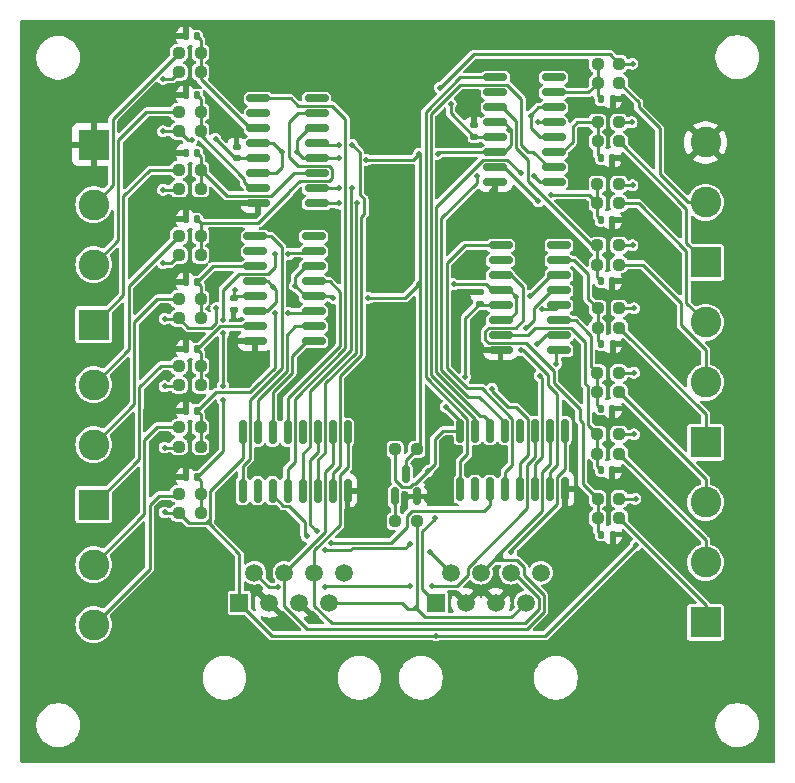
<source format=gbr>
%TF.GenerationSoftware,KiCad,Pcbnew,8.0.2*%
%TF.CreationDate,2024-10-12T15:23:14+02:00*%
%TF.ProjectId,OS-S88n,4f532d53-3838-46e2-9e6b-696361645f70,rev?*%
%TF.SameCoordinates,Original*%
%TF.FileFunction,Copper,L1,Top*%
%TF.FilePolarity,Positive*%
%FSLAX46Y46*%
G04 Gerber Fmt 4.6, Leading zero omitted, Abs format (unit mm)*
G04 Created by KiCad (PCBNEW 8.0.2) date 2024-10-12 15:23:14*
%MOMM*%
%LPD*%
G01*
G04 APERTURE LIST*
G04 Aperture macros list*
%AMRoundRect*
0 Rectangle with rounded corners*
0 $1 Rounding radius*
0 $2 $3 $4 $5 $6 $7 $8 $9 X,Y pos of 4 corners*
0 Add a 4 corners polygon primitive as box body*
4,1,4,$2,$3,$4,$5,$6,$7,$8,$9,$2,$3,0*
0 Add four circle primitives for the rounded corners*
1,1,$1+$1,$2,$3*
1,1,$1+$1,$4,$5*
1,1,$1+$1,$6,$7*
1,1,$1+$1,$8,$9*
0 Add four rect primitives between the rounded corners*
20,1,$1+$1,$2,$3,$4,$5,0*
20,1,$1+$1,$4,$5,$6,$7,0*
20,1,$1+$1,$6,$7,$8,$9,0*
20,1,$1+$1,$8,$9,$2,$3,0*%
G04 Aperture macros list end*
%TA.AperFunction,SMDPad,CuDef*%
%ADD10RoundRect,0.140000X0.140000X0.170000X-0.140000X0.170000X-0.140000X-0.170000X0.140000X-0.170000X0*%
%TD*%
%TA.AperFunction,SMDPad,CuDef*%
%ADD11RoundRect,0.140000X-0.140000X-0.170000X0.140000X-0.170000X0.140000X0.170000X-0.140000X0.170000X0*%
%TD*%
%TA.AperFunction,SMDPad,CuDef*%
%ADD12RoundRect,0.150000X0.150000X-0.587500X0.150000X0.587500X-0.150000X0.587500X-0.150000X-0.587500X0*%
%TD*%
%TA.AperFunction,SMDPad,CuDef*%
%ADD13RoundRect,0.237500X0.250000X0.237500X-0.250000X0.237500X-0.250000X-0.237500X0.250000X-0.237500X0*%
%TD*%
%TA.AperFunction,SMDPad,CuDef*%
%ADD14RoundRect,0.237500X-0.250000X-0.237500X0.250000X-0.237500X0.250000X0.237500X-0.250000X0.237500X0*%
%TD*%
%TA.AperFunction,SMDPad,CuDef*%
%ADD15RoundRect,0.140000X-0.170000X0.140000X-0.170000X-0.140000X0.170000X-0.140000X0.170000X0.140000X0*%
%TD*%
%TA.AperFunction,ComponentPad*%
%ADD16R,2.600000X2.600000*%
%TD*%
%TA.AperFunction,ComponentPad*%
%ADD17C,2.600000*%
%TD*%
%TA.AperFunction,SMDPad,CuDef*%
%ADD18RoundRect,0.140000X0.170000X-0.140000X0.170000X0.140000X-0.170000X0.140000X-0.170000X-0.140000X0*%
%TD*%
%TA.AperFunction,ComponentPad*%
%ADD19R,1.500000X1.500000*%
%TD*%
%TA.AperFunction,ComponentPad*%
%ADD20C,1.500000*%
%TD*%
%TA.AperFunction,SMDPad,CuDef*%
%ADD21RoundRect,0.150000X-0.825000X-0.150000X0.825000X-0.150000X0.825000X0.150000X-0.825000X0.150000X0*%
%TD*%
%TA.AperFunction,SMDPad,CuDef*%
%ADD22RoundRect,0.150000X0.150000X-0.825000X0.150000X0.825000X-0.150000X0.825000X-0.150000X-0.825000X0*%
%TD*%
%TA.AperFunction,ViaPad*%
%ADD23C,0.500000*%
%TD*%
%TA.AperFunction,Conductor*%
%ADD24C,0.250000*%
%TD*%
G04 APERTURE END LIST*
D10*
%TO.P,C1101,1*%
%TO.N,/CS12/CMOS*%
X185247500Y-54189500D03*
%TO.P,C1101,2*%
%TO.N,GND*%
X184287500Y-54189500D03*
%TD*%
D11*
%TO.P,C1001,1*%
%TO.N,/CS8/CMOS*%
X219474500Y-44016000D03*
%TO.P,C1001,2*%
%TO.N,GND*%
X220434500Y-44016000D03*
%TD*%
D10*
%TO.P,C1301,1*%
%TO.N,/CS14/CMOS*%
X185247500Y-65189500D03*
%TO.P,C1301,2*%
%TO.N,GND*%
X184287500Y-65189500D03*
%TD*%
D12*
%TO.P,Q2101,1,B*%
%TO.N,Net-(Q2101-B)*%
X201996000Y-77645500D03*
%TO.P,Q2101,2,E*%
%TO.N,GND*%
X203896000Y-77645500D03*
%TO.P,Q2101,3,C*%
%TO.N,/RJ45/RESET*%
X202946000Y-75770500D03*
%TD*%
D13*
%TO.P,R1402,1*%
%TO.N,/CS13/CMOS*%
X185547000Y-60919374D03*
%TO.P,R1402,2*%
%TO.N,/CS13/TRACK*%
X183722000Y-60919374D03*
%TD*%
%TO.P,R1102,1*%
%TO.N,/CS12/CMOS*%
X185547000Y-55586500D03*
%TO.P,R1102,2*%
%TO.N,/CS12/TRACK*%
X183722000Y-55586500D03*
%TD*%
%TO.P,R1702,1*%
%TO.N,/CS10/CMOS*%
X185547000Y-45086500D03*
%TO.P,R1702,2*%
%TO.N,/CS10/TRACK*%
X183722000Y-45086500D03*
%TD*%
D14*
%TO.P,R801,1*%
%TO.N,/CS6/CMOS*%
X219155000Y-51213000D03*
%TO.P,R801,2*%
%TO.N,VCC*%
X220980000Y-51213000D03*
%TD*%
%TO.P,R2102,1*%
%TO.N,VCC*%
X202033500Y-73660000D03*
%TO.P,R2102,2*%
%TO.N,/RJ45/RESET*%
X203858500Y-73660000D03*
%TD*%
D15*
%TO.P,C1202,1*%
%TO.N,VCC*%
X188341000Y-60861000D03*
%TO.P,C1202,2*%
%TO.N,GND*%
X188341000Y-61821000D03*
%TD*%
D11*
%TO.P,C601,1*%
%TO.N,/CS4/CMOS*%
X219474500Y-64738000D03*
%TO.P,C601,2*%
%TO.N,GND*%
X220434500Y-64738000D03*
%TD*%
%TO.P,C901,1*%
%TO.N,/CS7/CMOS*%
X219464000Y-48982750D03*
%TO.P,C901,2*%
%TO.N,GND*%
X220424000Y-48982750D03*
%TD*%
D14*
%TO.P,R902,1*%
%TO.N,/CS7/CMOS*%
X219164500Y-47585750D03*
%TO.P,R902,2*%
%TO.N,/CS7/TRACK*%
X220989500Y-47585750D03*
%TD*%
D16*
%TO.P,J101,1,Pin_1*%
%TO.N,/CS1/TRACK*%
X228305000Y-88302776D03*
D17*
%TO.P,J101,2,Pin_2*%
%TO.N,/CS2/TRACK*%
X228305000Y-83222776D03*
%TO.P,J101,3,Pin_3*%
%TO.N,/CS3/TRACK*%
X228305000Y-78142776D03*
%TD*%
D14*
%TO.P,R602,1*%
%TO.N,/CS4/CMOS*%
X219175000Y-63341000D03*
%TO.P,R602,2*%
%TO.N,/CS4/TRACK*%
X221000000Y-63341000D03*
%TD*%
D13*
%TO.P,R1802,1*%
%TO.N,/CS11/CMOS*%
X185547000Y-49967500D03*
%TO.P,R1802,2*%
%TO.N,/CS11/TRACK*%
X183722000Y-49967500D03*
%TD*%
D11*
%TO.P,C401,1*%
%TO.N,/CS2/CMOS*%
X219454500Y-75406000D03*
%TO.P,C401,2*%
%TO.N,GND*%
X220414500Y-75406000D03*
%TD*%
D13*
%TO.P,R1101,1*%
%TO.N,/CS12/CMOS*%
X185547000Y-57205500D03*
%TO.P,R1101,2*%
%TO.N,VCC*%
X183722000Y-57205500D03*
%TD*%
D14*
%TO.P,R1002,1*%
%TO.N,/CS8/CMOS*%
X219175000Y-42619000D03*
%TO.P,R1002,2*%
%TO.N,/CS8/TRACK*%
X221000000Y-42619000D03*
%TD*%
D13*
%TO.P,R1801,1*%
%TO.N,/CS11/CMOS*%
X185547000Y-51586500D03*
%TO.P,R1801,2*%
%TO.N,VCC*%
X183722000Y-51586500D03*
%TD*%
D16*
%TO.P,J103,1,Pin_1*%
%TO.N,/CS7/TRACK*%
X228305000Y-57822776D03*
D17*
%TO.P,J103,2,Pin_2*%
%TO.N,/CS8/TRACK*%
X228305000Y-52742776D03*
%TO.P,J103,3,Pin_3*%
%TO.N,GND*%
X228305000Y-47662776D03*
%TD*%
D14*
%TO.P,R202,1*%
%TO.N,/CS1/CMOS*%
X219175000Y-79470000D03*
%TO.P,R202,2*%
%TO.N,/CS1/TRACK*%
X221000000Y-79470000D03*
%TD*%
D13*
%TO.P,R1502,1*%
%TO.N,/CS15/CMOS*%
X185547000Y-71800374D03*
%TO.P,R1502,2*%
%TO.N,/CS15/TRACK*%
X183722000Y-71800374D03*
%TD*%
%TO.P,R1701,1*%
%TO.N,/CS10/CMOS*%
X185547000Y-46705500D03*
%TO.P,R1701,2*%
%TO.N,VCC*%
X183722000Y-46705500D03*
%TD*%
D14*
%TO.P,R401,1*%
%TO.N,/CS2/CMOS*%
X219155000Y-72390000D03*
%TO.P,R401,2*%
%TO.N,VCC*%
X220980000Y-72390000D03*
%TD*%
%TO.P,R502,1*%
%TO.N,/CS3/CMOS*%
X219155000Y-68802000D03*
%TO.P,R502,2*%
%TO.N,/CS3/TRACK*%
X220980000Y-68802000D03*
%TD*%
D10*
%TO.P,C1901,1*%
%TO.N,/CS9/CMOS*%
X185247500Y-38689500D03*
%TO.P,C1901,2*%
%TO.N,GND*%
X184287500Y-38689500D03*
%TD*%
D16*
%TO.P,J104,1,Pin_1*%
%TO.N,GND*%
X176500000Y-47852000D03*
D17*
%TO.P,J104,2,Pin_2*%
%TO.N,/CS9/TRACK*%
X176500000Y-52932000D03*
%TO.P,J104,3,Pin_3*%
%TO.N,/CS10/TRACK*%
X176500000Y-58012000D03*
%TD*%
D14*
%TO.P,R402,1*%
%TO.N,/CS2/CMOS*%
X219155000Y-74009000D03*
%TO.P,R402,2*%
%TO.N,/CS2/TRACK*%
X220980000Y-74009000D03*
%TD*%
%TO.P,R802,1*%
%TO.N,/CS6/CMOS*%
X219155000Y-52832000D03*
%TO.P,R802,2*%
%TO.N,/CS6/TRACK*%
X220980000Y-52832000D03*
%TD*%
D13*
%TO.P,R1501,1*%
%TO.N,/CS15/CMOS*%
X185547000Y-73419374D03*
%TO.P,R1501,2*%
%TO.N,VCC*%
X183722000Y-73419374D03*
%TD*%
%TO.P,R1901,1*%
%TO.N,/CS9/CMOS*%
X185547000Y-41705500D03*
%TO.P,R1901,2*%
%TO.N,VCC*%
X183722000Y-41705500D03*
%TD*%
D16*
%TO.P,J102,1,Pin_1*%
%TO.N,/CS4/TRACK*%
X228305000Y-73062776D03*
D17*
%TO.P,J102,2,Pin_2*%
%TO.N,/CS5/TRACK*%
X228305000Y-67982776D03*
%TO.P,J102,3,Pin_3*%
%TO.N,/CS6/TRACK*%
X228305000Y-62902776D03*
%TD*%
D10*
%TO.P,C1401,1*%
%TO.N,/CS13/CMOS*%
X185247500Y-59522374D03*
%TO.P,C1401,2*%
%TO.N,GND*%
X184287500Y-59522374D03*
%TD*%
D11*
%TO.P,C701,1*%
%TO.N,/CS5/CMOS*%
X219454500Y-59404000D03*
%TO.P,C701,2*%
%TO.N,GND*%
X220414500Y-59404000D03*
%TD*%
D18*
%TO.P,C1201,1*%
%TO.N,VCC*%
X188595000Y-48994000D03*
%TO.P,C1201,2*%
%TO.N,GND*%
X188595000Y-48034000D03*
%TD*%
D19*
%TO.P,J2102,1*%
%TO.N,VCC*%
X205477000Y-86650000D03*
D20*
%TO.P,J2102,2*%
%TO.N,/RJ45/DATA_OUT*%
X206747000Y-84110000D03*
%TO.P,J2102,3*%
%TO.N,GND*%
X208017000Y-86650000D03*
%TO.P,J2102,4*%
%TO.N,/RJ45/CLOCK*%
X209287000Y-84110000D03*
%TO.P,J2102,5*%
%TO.N,GND*%
X210557000Y-86650000D03*
%TO.P,J2102,6*%
%TO.N,/RJ45/PL*%
X211827000Y-84110000D03*
%TO.P,J2102,7*%
%TO.N,Net-(J2101-Pad7)*%
X213097000Y-86650000D03*
%TO.P,J2102,8*%
%TO.N,unconnected-(J2102-Pad8)*%
X214367000Y-84110000D03*
%TD*%
D13*
%TO.P,R1302,1*%
%TO.N,/CS14/CMOS*%
X185547000Y-66586500D03*
%TO.P,R1302,2*%
%TO.N,/CS14/TRACK*%
X183722000Y-66586500D03*
%TD*%
D18*
%TO.P,C301,1*%
%TO.N,VCC*%
X208723001Y-47188001D03*
%TO.P,C301,2*%
%TO.N,GND*%
X208723001Y-46228001D03*
%TD*%
D13*
%TO.P,R2101,1*%
%TO.N,Net-(J2101-Pad7)*%
X203858500Y-79756000D03*
%TO.P,R2101,2*%
%TO.N,Net-(Q2101-B)*%
X202033500Y-79756000D03*
%TD*%
%TO.P,R1301,1*%
%TO.N,/CS14/CMOS*%
X185547000Y-68205500D03*
%TO.P,R1301,2*%
%TO.N,VCC*%
X183722000Y-68205500D03*
%TD*%
D11*
%TO.P,C201,1*%
%TO.N,/CS1/CMOS*%
X219474500Y-80867000D03*
%TO.P,C201,2*%
%TO.N,GND*%
X220434500Y-80867000D03*
%TD*%
D14*
%TO.P,R1001,1*%
%TO.N,/CS8/CMOS*%
X219175000Y-41000000D03*
%TO.P,R1001,2*%
%TO.N,VCC*%
X221000000Y-41000000D03*
%TD*%
D21*
%TO.P,U1202,1,Q4*%
%TO.N,/SR-latch2/Q8*%
X190184000Y-55626000D03*
%TO.P,U1202,2,NC*%
%TO.N,unconnected-(U1202-NC-Pad2)*%
X190184000Y-56896000D03*
%TO.P,U1202,3,S1*%
%TO.N,/CS13/CMOS*%
X190184000Y-58166000D03*
%TO.P,U1202,4,R1*%
%TO.N,/RJ45/RESET*%
X190184000Y-59436000D03*
%TO.P,U1202,5,enable*%
%TO.N,VCC*%
X190184000Y-60706000D03*
%TO.P,U1202,6,R2*%
%TO.N,/RJ45/RESET*%
X190184000Y-61976000D03*
%TO.P,U1202,7,S2*%
%TO.N,/CS14/CMOS*%
X190184000Y-63246000D03*
%TO.P,U1202,8,GND*%
%TO.N,GND*%
X190184000Y-64516000D03*
%TO.P,U1202,9,Q2*%
%TO.N,/SR-latch2/Q6*%
X195134000Y-64516000D03*
%TO.P,U1202,10,Q3*%
%TO.N,/SR-latch2/Q7*%
X195134000Y-63246000D03*
%TO.P,U1202,11,S3*%
%TO.N,/CS15/CMOS*%
X195134000Y-61976000D03*
%TO.P,U1202,12,R3*%
%TO.N,/RJ45/RESET*%
X195134000Y-60706000D03*
%TO.P,U1202,13,Q1*%
%TO.N,/SR-latch2/Q5*%
X195134000Y-59436000D03*
%TO.P,U1202,14,R4*%
%TO.N,/RJ45/RESET*%
X195134000Y-58166000D03*
%TO.P,U1202,15,S4*%
%TO.N,/CS16/CMOS*%
X195134000Y-56896000D03*
%TO.P,U1202,16*%
%TO.N,N/C*%
X195134000Y-55626000D03*
%TD*%
D10*
%TO.P,C1501,1*%
%TO.N,/CS15/CMOS*%
X185247500Y-70403374D03*
%TO.P,C1501,2*%
%TO.N,GND*%
X184287500Y-70403374D03*
%TD*%
D13*
%TO.P,R1601,1*%
%TO.N,/CS16/CMOS*%
X185547000Y-79038374D03*
%TO.P,R1601,2*%
%TO.N,VCC*%
X183722000Y-79038374D03*
%TD*%
D21*
%TO.P,U1201,1,Q4*%
%TO.N,/SR-latch2/Q4*%
X190438000Y-43942000D03*
%TO.P,U1201,2,NC*%
%TO.N,unconnected-(U1201-NC-Pad2)*%
X190438000Y-45212000D03*
%TO.P,U1201,3,S1*%
%TO.N,/CS9/CMOS*%
X190438000Y-46482000D03*
%TO.P,U1201,4,R1*%
%TO.N,/RJ45/RESET*%
X190438000Y-47752000D03*
%TO.P,U1201,5,enable*%
%TO.N,VCC*%
X190438000Y-49022000D03*
%TO.P,U1201,6,R2*%
%TO.N,/RJ45/RESET*%
X190438000Y-50292000D03*
%TO.P,U1201,7,S2*%
%TO.N,/CS10/CMOS*%
X190438000Y-51562000D03*
%TO.P,U1201,8,GND*%
%TO.N,GND*%
X190438000Y-52832000D03*
%TO.P,U1201,9,Q2*%
%TO.N,/SR-latch2/Q2*%
X195388000Y-52832000D03*
%TO.P,U1201,10,Q3*%
%TO.N,/SR-latch2/Q3*%
X195388000Y-51562000D03*
%TO.P,U1201,11,S3*%
%TO.N,/CS11/CMOS*%
X195388000Y-50292000D03*
%TO.P,U1201,12,R3*%
%TO.N,/RJ45/RESET*%
X195388000Y-49022000D03*
%TO.P,U1201,13,Q1*%
%TO.N,/SR-latch2/Q1*%
X195388000Y-47752000D03*
%TO.P,U1201,14,R4*%
%TO.N,/RJ45/RESET*%
X195388000Y-46482000D03*
%TO.P,U1201,15,S4*%
%TO.N,/CS12/CMOS*%
X195388000Y-45212000D03*
%TO.P,U1201,16*%
%TO.N,N/C*%
X195388000Y-43942000D03*
%TD*%
D14*
%TO.P,R201,1*%
%TO.N,/CS1/CMOS*%
X219175000Y-77851000D03*
%TO.P,R201,2*%
%TO.N,VCC*%
X221000000Y-77851000D03*
%TD*%
D21*
%TO.P,U301,1,Q4*%
%TO.N,/SR-latch1/Q4*%
X210950000Y-56388000D03*
%TO.P,U301,2,NC*%
%TO.N,unconnected-(U301-NC-Pad2)*%
X210950000Y-57658000D03*
%TO.P,U301,3,S1*%
%TO.N,/CS1/CMOS*%
X210950000Y-58928000D03*
%TO.P,U301,4,R1*%
%TO.N,/RJ45/RESET*%
X210950000Y-60198000D03*
%TO.P,U301,5,enable*%
%TO.N,VCC*%
X210950000Y-61468000D03*
%TO.P,U301,6,R2*%
%TO.N,/RJ45/RESET*%
X210950000Y-62738000D03*
%TO.P,U301,7,S2*%
%TO.N,/CS2/CMOS*%
X210950000Y-64008000D03*
%TO.P,U301,8,GND*%
%TO.N,GND*%
X210950000Y-65278000D03*
%TO.P,U301,9,Q2*%
%TO.N,/SR-latch1/Q2*%
X215900000Y-65278000D03*
%TO.P,U301,10,Q3*%
%TO.N,/SR-latch1/Q3*%
X215900000Y-64008000D03*
%TO.P,U301,11,S3*%
%TO.N,/CS3/CMOS*%
X215900000Y-62738000D03*
%TO.P,U301,12,R3*%
%TO.N,/RJ45/RESET*%
X215900000Y-61468000D03*
%TO.P,U301,13,Q1*%
%TO.N,/SR-latch1/Q1*%
X215900000Y-60198000D03*
%TO.P,U301,14,R4*%
%TO.N,/RJ45/RESET*%
X215900000Y-58928000D03*
%TO.P,U301,15,S4*%
%TO.N,/CS4/CMOS*%
X215900000Y-57658000D03*
%TO.P,U301,16*%
%TO.N,N/C*%
X215900000Y-56388000D03*
%TD*%
D19*
%TO.P,J2101,1*%
%TO.N,VCC*%
X188840000Y-86650000D03*
D20*
%TO.P,J2101,2*%
%TO.N,/RJ45/DATA_IN*%
X190110000Y-84110000D03*
%TO.P,J2101,3*%
%TO.N,GND*%
X191380000Y-86650000D03*
%TO.P,J2101,4*%
%TO.N,/RJ45/CLOCK*%
X192650000Y-84110000D03*
%TO.P,J2101,5*%
%TO.N,GND*%
X193920000Y-86650000D03*
%TO.P,J2101,6*%
%TO.N,/RJ45/PL*%
X195190000Y-84110000D03*
%TO.P,J2101,7*%
%TO.N,Net-(J2101-Pad7)*%
X196460000Y-86650000D03*
%TO.P,J2101,8*%
%TO.N,unconnected-(J2101-Pad8)*%
X197730000Y-84110000D03*
%TD*%
D10*
%TO.P,C1701,1*%
%TO.N,/CS10/CMOS*%
X185247500Y-43689500D03*
%TO.P,C1701,2*%
%TO.N,GND*%
X184287500Y-43689500D03*
%TD*%
%TO.P,C1601,1*%
%TO.N,/CS16/CMOS*%
X185247500Y-76022374D03*
%TO.P,C1601,2*%
%TO.N,GND*%
X184287500Y-76022374D03*
%TD*%
D14*
%TO.P,R501,1*%
%TO.N,/CS3/CMOS*%
X219155000Y-67183000D03*
%TO.P,R501,2*%
%TO.N,VCC*%
X220980000Y-67183000D03*
%TD*%
%TO.P,R702,1*%
%TO.N,/CS5/CMOS*%
X219155000Y-58007000D03*
%TO.P,R702,2*%
%TO.N,/CS5/TRACK*%
X220980000Y-58007000D03*
%TD*%
D16*
%TO.P,J106,1,Pin_1*%
%TO.N,/CS14/TRACK*%
X176500000Y-78332000D03*
D17*
%TO.P,J106,2,Pin_2*%
%TO.N,/CS15/TRACK*%
X176500000Y-83412000D03*
%TO.P,J106,3,Pin_3*%
%TO.N,/CS16/TRACK*%
X176500000Y-88492000D03*
%TD*%
D11*
%TO.P,C801,1*%
%TO.N,/CS6/CMOS*%
X219454500Y-54229000D03*
%TO.P,C801,2*%
%TO.N,GND*%
X220414500Y-54229000D03*
%TD*%
D13*
%TO.P,R1902,1*%
%TO.N,/CS9/CMOS*%
X185547000Y-40086500D03*
%TO.P,R1902,2*%
%TO.N,/CS9/TRACK*%
X183722000Y-40086500D03*
%TD*%
%TO.P,R1401,1*%
%TO.N,/CS13/CMOS*%
X185547000Y-62538374D03*
%TO.P,R1401,2*%
%TO.N,VCC*%
X183722000Y-62538374D03*
%TD*%
D21*
%TO.P,U302,1,Q4*%
%TO.N,/SR-latch1/Q8*%
X210504000Y-42164000D03*
%TO.P,U302,2,NC*%
%TO.N,unconnected-(U302-NC-Pad2)*%
X210504000Y-43434000D03*
%TO.P,U302,3,S1*%
%TO.N,/CS5/CMOS*%
X210504000Y-44704000D03*
%TO.P,U302,4,R1*%
%TO.N,/RJ45/RESET*%
X210504000Y-45974000D03*
%TO.P,U302,5,enable*%
%TO.N,VCC*%
X210504000Y-47244000D03*
%TO.P,U302,6,R2*%
%TO.N,/RJ45/RESET*%
X210504000Y-48514000D03*
%TO.P,U302,7,S2*%
%TO.N,/CS6/CMOS*%
X210504000Y-49784000D03*
%TO.P,U302,8,GND*%
%TO.N,GND*%
X210504000Y-51054000D03*
%TO.P,U302,9,Q2*%
%TO.N,/SR-latch1/Q6*%
X215454000Y-51054000D03*
%TO.P,U302,10,Q3*%
%TO.N,/SR-latch1/Q7*%
X215454000Y-49784000D03*
%TO.P,U302,11,S3*%
%TO.N,/CS7/CMOS*%
X215454000Y-48514000D03*
%TO.P,U302,12,R3*%
%TO.N,/RJ45/RESET*%
X215454000Y-47244000D03*
%TO.P,U302,13,Q1*%
%TO.N,/SR-latch1/Q5*%
X215454000Y-45974000D03*
%TO.P,U302,14,R4*%
%TO.N,/RJ45/RESET*%
X215454000Y-44704000D03*
%TO.P,U302,15,S4*%
%TO.N,/CS8/CMOS*%
X215454000Y-43434000D03*
%TO.P,U302,16*%
%TO.N,N/C*%
X215454000Y-42164000D03*
%TD*%
D14*
%TO.P,R601,1*%
%TO.N,/CS4/CMOS*%
X219175000Y-61722000D03*
%TO.P,R601,2*%
%TO.N,VCC*%
X221000000Y-61722000D03*
%TD*%
D11*
%TO.P,C501,1*%
%TO.N,/CS3/CMOS*%
X219454500Y-70199000D03*
%TO.P,C501,2*%
%TO.N,GND*%
X220414500Y-70199000D03*
%TD*%
D10*
%TO.P,C1801,1*%
%TO.N,/CS11/CMOS*%
X185247500Y-48570500D03*
%TO.P,C1801,2*%
%TO.N,GND*%
X184287500Y-48570500D03*
%TD*%
D14*
%TO.P,R701,1*%
%TO.N,/CS5/CMOS*%
X219155000Y-56388000D03*
%TO.P,R701,2*%
%TO.N,VCC*%
X220980000Y-56388000D03*
%TD*%
D22*
%TO.P,U2001,1,P7*%
%TO.N,/SR-latch1/Q8*%
X207518000Y-77024000D03*
%TO.P,U2001,2,Q5*%
%TO.N,unconnected-(U2001-Q5-Pad2)*%
X208788000Y-77024000D03*
%TO.P,U2001,3,Q7*%
%TO.N,Net-(U2001-Q7)*%
X210058000Y-77024000D03*
%TO.P,U2001,4,P3*%
%TO.N,/SR-latch1/Q4*%
X211328000Y-77024000D03*
%TO.P,U2001,5,P2*%
%TO.N,/SR-latch1/Q3*%
X212598000Y-77024000D03*
%TO.P,U2001,6,P1*%
%TO.N,/SR-latch1/Q2*%
X213868000Y-77024000D03*
%TO.P,U2001,7,P0*%
%TO.N,/SR-latch1/Q1*%
X215138000Y-77024000D03*
%TO.P,U2001,8,Vss*%
%TO.N,GND*%
X216408000Y-77024000D03*
%TO.P,U2001,9,PL*%
%TO.N,/RJ45/PL*%
X216408000Y-72074000D03*
%TO.P,U2001,10,CP*%
%TO.N,/RJ45/CLOCK*%
X215138000Y-72074000D03*
%TO.P,U2001,11,DS*%
%TO.N,/RJ45/DATA_IN*%
X213868000Y-72074000D03*
%TO.P,U2001,12,Q6*%
%TO.N,unconnected-(U2001-Q6-Pad12)*%
X212598000Y-72074000D03*
%TO.P,U2001,13,P4*%
%TO.N,/SR-latch1/Q5*%
X211328000Y-72074000D03*
%TO.P,U2001,14,P5*%
%TO.N,/SR-latch1/Q6*%
X210058000Y-72074000D03*
%TO.P,U2001,15,P6*%
%TO.N,/SR-latch1/Q7*%
X208788000Y-72074000D03*
%TO.P,U2001,16,Vdd*%
%TO.N,VCC*%
X207518000Y-72074000D03*
%TD*%
%TO.P,U2002,1,P7*%
%TO.N,/SR-latch2/Q8*%
X189103000Y-77151000D03*
%TO.P,U2002,2,Q5*%
%TO.N,unconnected-(U2002-Q5-Pad2)*%
X190373000Y-77151000D03*
%TO.P,U2002,3,Q7*%
%TO.N,/RJ45/DATA_OUT*%
X191643000Y-77151000D03*
%TO.P,U2002,4,P3*%
%TO.N,/SR-latch2/Q4*%
X192913000Y-77151000D03*
%TO.P,U2002,5,P2*%
%TO.N,/SR-latch2/Q3*%
X194183000Y-77151000D03*
%TO.P,U2002,6,P1*%
%TO.N,/SR-latch2/Q2*%
X195453000Y-77151000D03*
%TO.P,U2002,7,P0*%
%TO.N,/SR-latch2/Q1*%
X196723000Y-77151000D03*
%TO.P,U2002,8,Vss*%
%TO.N,GND*%
X197993000Y-77151000D03*
%TO.P,U2002,9,PL*%
%TO.N,/RJ45/PL*%
X197993000Y-72201000D03*
%TO.P,U2002,10,CP*%
%TO.N,/RJ45/CLOCK*%
X196723000Y-72201000D03*
%TO.P,U2002,11,DS*%
%TO.N,Net-(U2001-Q7)*%
X195453000Y-72201000D03*
%TO.P,U2002,12,Q6*%
%TO.N,unconnected-(U2002-Q6-Pad12)*%
X194183000Y-72201000D03*
%TO.P,U2002,13,P4*%
%TO.N,/SR-latch2/Q5*%
X192913000Y-72201000D03*
%TO.P,U2002,14,P5*%
%TO.N,/SR-latch2/Q6*%
X191643000Y-72201000D03*
%TO.P,U2002,15,P6*%
%TO.N,/SR-latch2/Q7*%
X190373000Y-72201000D03*
%TO.P,U2002,16,Vdd*%
%TO.N,VCC*%
X189103000Y-72201000D03*
%TD*%
D14*
%TO.P,R901,1*%
%TO.N,/CS7/CMOS*%
X219164500Y-45966750D03*
%TO.P,R901,2*%
%TO.N,VCC*%
X220989500Y-45966750D03*
%TD*%
D16*
%TO.P,J105,1,Pin_1*%
%TO.N,/CS11/TRACK*%
X176500000Y-63092000D03*
D17*
%TO.P,J105,2,Pin_2*%
%TO.N,/CS12/TRACK*%
X176500000Y-68172000D03*
%TO.P,J105,3,Pin_3*%
%TO.N,/CS13/TRACK*%
X176500000Y-73252000D03*
%TD*%
D18*
%TO.P,C302,1*%
%TO.N,VCC*%
X209169001Y-61313000D03*
%TO.P,C302,2*%
%TO.N,GND*%
X209169001Y-60353000D03*
%TD*%
D13*
%TO.P,R1602,1*%
%TO.N,/CS16/CMOS*%
X185547000Y-77419374D03*
%TO.P,R1602,2*%
%TO.N,/CS16/TRACK*%
X183722000Y-77419374D03*
%TD*%
D23*
%TO.N,GND*%
X186690000Y-44450000D03*
X199898000Y-70612000D03*
X222885000Y-54356000D03*
X202565000Y-39243000D03*
X221361000Y-38735000D03*
X209169000Y-65278000D03*
X202946000Y-77851000D03*
X223266000Y-42418000D03*
X213233000Y-69342000D03*
X210566000Y-93599000D03*
X178689000Y-64389000D03*
X179070000Y-74422000D03*
X217932000Y-62357000D03*
X217170000Y-79629000D03*
X201930000Y-69723000D03*
X179832000Y-78105000D03*
X200406000Y-62103000D03*
X200279000Y-58928000D03*
X213741000Y-58928000D03*
X213233000Y-42672000D03*
X218694000Y-76327000D03*
X222758000Y-50673000D03*
X223520000Y-89789000D03*
X224917000Y-64008000D03*
X183007000Y-53213000D03*
X202438000Y-58420000D03*
X186690000Y-52578000D03*
X183261000Y-75946000D03*
X173736000Y-63627000D03*
X181483000Y-44196000D03*
X198755000Y-75184000D03*
X173736000Y-85598000D03*
X187071000Y-58928000D03*
X181991000Y-95631000D03*
X205232000Y-70866000D03*
X183134000Y-58928000D03*
X206629000Y-47244000D03*
X224282000Y-74676000D03*
X199263000Y-77216000D03*
X186690000Y-65278000D03*
X202692000Y-62865000D03*
X225171000Y-53848000D03*
X198120000Y-79121000D03*
X179578000Y-88646000D03*
X193294000Y-61087000D03*
X221742000Y-84455000D03*
X192278000Y-79502000D03*
X193167000Y-55753000D03*
X231902000Y-64008000D03*
X173863000Y-73533000D03*
X204978000Y-69215000D03*
X180340000Y-56388000D03*
X209296000Y-62611000D03*
X191516000Y-82423000D03*
X208661000Y-45339000D03*
X186690000Y-53594000D03*
X184277000Y-64262000D03*
X223520000Y-48133000D03*
X190119000Y-65913000D03*
X181483000Y-59563000D03*
X209169000Y-58928000D03*
X207772000Y-49530000D03*
X184658000Y-75057000D03*
X207137000Y-65786000D03*
X190500000Y-75184000D03*
X209296000Y-74676000D03*
X188722000Y-53340000D03*
X225679000Y-69342000D03*
X206121000Y-77978000D03*
X231775000Y-54229000D03*
X223520000Y-44323000D03*
X183769000Y-81153000D03*
X173609000Y-55499000D03*
X210312000Y-41021000D03*
X200025000Y-46482000D03*
X217805000Y-56769000D03*
X188087000Y-97663000D03*
X202438000Y-50165000D03*
X188214000Y-79629000D03*
X217424000Y-50673000D03*
X224790000Y-57023000D03*
X186690000Y-49911000D03*
X187071000Y-38354000D03*
X180848000Y-51435000D03*
X210439000Y-74041000D03*
X216408000Y-38608000D03*
X233045000Y-89789000D03*
X192405000Y-93091000D03*
X196342000Y-97790000D03*
X217424000Y-41275000D03*
X183261000Y-69977000D03*
X174625000Y-50546000D03*
X211709000Y-51943000D03*
X183134000Y-48514000D03*
X183388000Y-65151000D03*
X221361000Y-54229000D03*
X224282000Y-79502000D03*
X186563000Y-70358000D03*
X207137000Y-62103000D03*
X217551000Y-53086000D03*
X208661000Y-38989000D03*
X181102000Y-64262000D03*
X223139000Y-46355000D03*
X221361000Y-44196000D03*
X223139000Y-56388000D03*
X188214000Y-64516000D03*
X188341000Y-62611000D03*
X219202000Y-82296000D03*
X218059000Y-54737000D03*
X183642000Y-89916000D03*
X176911000Y-93472000D03*
X191770000Y-74422000D03*
X210820000Y-66421000D03*
X217297000Y-68707000D03*
X206121000Y-73533000D03*
X198501000Y-38735000D03*
X221234000Y-59436000D03*
X203327000Y-46990000D03*
X221234000Y-49149000D03*
X173101000Y-78359000D03*
X208407000Y-60325000D03*
X232029000Y-72898000D03*
X221361000Y-60452000D03*
X217805000Y-47371000D03*
X217805000Y-44577000D03*
X223266000Y-60579000D03*
X219075000Y-71120000D03*
X231648000Y-81407000D03*
X211201000Y-54229000D03*
X204724000Y-77978000D03*
X179070000Y-83820000D03*
X176911000Y-43561000D03*
X220091000Y-94996000D03*
X173609000Y-67183000D03*
X187452000Y-55499000D03*
X231394000Y-46736000D03*
X181229000Y-47879000D03*
X204724000Y-76835000D03*
X187452000Y-77724000D03*
X217678000Y-59563000D03*
X187198000Y-46101000D03*
X216408000Y-70104000D03*
X225425000Y-49530000D03*
X199898000Y-50800000D03*
X206121000Y-76962000D03*
X193167000Y-58039000D03*
X191770000Y-38735000D03*
X178816000Y-68834000D03*
X201930000Y-65151000D03*
X173863000Y-91821000D03*
X194564000Y-66294000D03*
X178689000Y-38227000D03*
X210185000Y-51816000D03*
X183134000Y-43561000D03*
X213106000Y-98171000D03*
X221234000Y-76200000D03*
%TO.N,VCC*%
X222250000Y-72390000D03*
X182499000Y-68326000D03*
X182500000Y-79000000D03*
X182372000Y-57912000D03*
X182500000Y-73500000D03*
X186877500Y-61722000D03*
X207955901Y-67507100D03*
X222377000Y-77851000D03*
X222056500Y-45974000D03*
X222123000Y-56388000D03*
X182372000Y-42291000D03*
X222123000Y-51308000D03*
X184785000Y-47498000D03*
X205486000Y-89416500D03*
X182372000Y-46736000D03*
X206315143Y-70036858D03*
X188468000Y-60198000D03*
X205841767Y-43027767D03*
X182372000Y-51689000D03*
X182499000Y-62611000D03*
X204787500Y-75501500D03*
X222377000Y-81788000D03*
X222123000Y-41021000D03*
X222250000Y-67183000D03*
X206718431Y-44412431D03*
X205359000Y-79441500D03*
X186817000Y-47371000D03*
X222250000Y-61722000D03*
%TO.N,/CS6/CMOS*%
X214160267Y-52666733D03*
X215226733Y-52108267D03*
%TO.N,/CS15/CMOS*%
X191830500Y-62103000D03*
X192979500Y-62103000D03*
%TO.N,/CS16/CMOS*%
X187452000Y-69469000D03*
X187452000Y-63820500D03*
X187452000Y-68259500D03*
X187452000Y-62671500D03*
X192979500Y-57150000D03*
X191830500Y-57150000D03*
%TO.N,/SR-latch1/Q2*%
X215671233Y-66395767D03*
X214249000Y-67437000D03*
%TO.N,/SR-latch1/Q3*%
X214020233Y-64744767D03*
X210239109Y-68525892D03*
%TO.N,/SR-latch1/Q1*%
X212699767Y-65252767D03*
X213080767Y-63347767D03*
%TO.N,/SR-latch1/Q6*%
X213807500Y-50546000D03*
X212658500Y-50292000D03*
%TO.N,/SR-latch1/Q5*%
X214122000Y-45974000D03*
X208915000Y-50546000D03*
%TO.N,/SR-latch2/Q2*%
X198832500Y-52832000D03*
X197233500Y-52832000D03*
%TO.N,/SR-latch2/Q3*%
X198382500Y-51562000D03*
X197233500Y-51562000D03*
%TO.N,/SR-latch2/Q1*%
X198382500Y-47879000D03*
X197231000Y-47879000D03*
%TO.N,/RJ45/DATA_IN*%
X192075500Y-85344000D03*
X205105000Y-85217000D03*
X203284000Y-85217000D03*
X196088000Y-85344000D03*
%TO.N,/RJ45/PL*%
X211874733Y-82334733D03*
%TO.N,/RJ45/RESET*%
X213426500Y-60706000D03*
X197233500Y-49022000D03*
X205621500Y-48641000D03*
X214465795Y-61811796D03*
X204022500Y-59690000D03*
X193675000Y-48514000D03*
X211679500Y-46577000D03*
X206971500Y-59690000D03*
X196783500Y-60833000D03*
X192465500Y-48514000D03*
X193548000Y-59817000D03*
X213487000Y-45466000D03*
X204022500Y-48641000D03*
X212250000Y-60739000D03*
X199583500Y-49149000D03*
X191707198Y-59879802D03*
X199732500Y-60833000D03*
%TO.N,/RJ45/DATA_OUT*%
X203284000Y-81661000D03*
X205019000Y-82382000D03*
X194564000Y-81026000D03*
X196088000Y-82169000D03*
%TO.N,Net-(U2001-Q7)*%
X196635431Y-81573431D03*
X195377767Y-80569767D03*
%TD*%
D24*
%TO.N,/CS1/CMOS*%
X209650000Y-63661249D02*
X209948249Y-63363000D01*
X215445125Y-66982125D02*
X213106000Y-64643000D01*
X209948249Y-63363000D02*
X212217000Y-63363000D01*
X219175000Y-77851000D02*
X217892500Y-76568500D01*
X213106000Y-64643000D02*
X209938249Y-64643000D01*
X217892500Y-71391104D02*
X217667000Y-71165604D01*
X217667000Y-70231000D02*
X215445125Y-68009125D01*
X219175000Y-77851000D02*
X219175000Y-80567500D01*
X211836000Y-58928000D02*
X210950000Y-58928000D01*
X219175000Y-80567500D02*
X219474500Y-80867000D01*
X212852000Y-62728000D02*
X212852000Y-59944000D01*
X217667000Y-71165604D02*
X217667000Y-70231000D01*
X209650000Y-64354751D02*
X209650000Y-63661249D01*
X215445125Y-68009125D02*
X215445125Y-66982125D01*
X217892500Y-76568500D02*
X217892500Y-71391104D01*
X212852000Y-59944000D02*
X211836000Y-58928000D01*
X212217000Y-63363000D02*
X212852000Y-62728000D01*
X209938249Y-64643000D02*
X209650000Y-64354751D01*
%TO.N,VCC*%
X186877500Y-62923104D02*
X186462230Y-63338374D01*
X190438000Y-49022000D02*
X188623000Y-49022000D01*
X188341000Y-60325000D02*
X188468000Y-60198000D01*
X204308500Y-84674500D02*
X204308500Y-80588995D01*
X205486000Y-89416500D02*
X191606500Y-89416500D01*
X210950000Y-61468000D02*
X209324001Y-61468000D01*
X205477000Y-86650000D02*
X204308500Y-85481500D01*
X188496000Y-60706000D02*
X188341000Y-60861000D01*
X182500000Y-73500000D02*
X183641374Y-73500000D01*
X207955901Y-62526100D02*
X209169001Y-61313000D01*
X188440000Y-48994000D02*
X186817000Y-47371000D01*
X183691500Y-46736000D02*
X183722000Y-46705500D01*
X203549249Y-76583000D02*
X203297249Y-76835000D01*
X186359500Y-77164104D02*
X186359500Y-79508869D01*
X183641374Y-73500000D02*
X183722000Y-73419374D01*
X208723001Y-47188001D02*
X208715392Y-47188001D01*
X204787500Y-75501500D02*
X203706000Y-76583000D01*
X207518000Y-72074000D02*
X207518000Y-71239715D01*
X188341000Y-60861000D02*
X188341000Y-60325000D01*
X185985369Y-79883000D02*
X184566626Y-79883000D01*
X182372000Y-57912000D02*
X183015500Y-57912000D01*
X186309000Y-80010000D02*
X186083684Y-79784684D01*
X205359000Y-74930000D02*
X204787500Y-75501500D01*
X182372000Y-42291000D02*
X183136500Y-42291000D01*
X182372000Y-46736000D02*
X183691500Y-46736000D01*
X203297249Y-76835000D02*
X202601249Y-76835000D01*
X222056500Y-45974000D02*
X220996750Y-45974000D01*
X206056000Y-72074000D02*
X205359000Y-72771000D01*
X222250000Y-61722000D02*
X221000000Y-61722000D01*
X188595000Y-48994000D02*
X188440000Y-48994000D01*
X221075000Y-51308000D02*
X220980000Y-51213000D01*
X222123000Y-56388000D02*
X220980000Y-56388000D01*
X220996750Y-45974000D02*
X220989500Y-45966750D01*
X222377000Y-81788000D02*
X214748500Y-89416500D01*
X207518000Y-71239715D02*
X206315143Y-70036858D01*
X222102000Y-41000000D02*
X222123000Y-41021000D01*
X202033500Y-76267251D02*
X202033500Y-73660000D01*
X182499000Y-68326000D02*
X183601500Y-68326000D01*
X204308500Y-80588995D02*
X205359000Y-79538495D01*
X182499000Y-62611000D02*
X183649374Y-62611000D01*
X189103000Y-72201000D02*
X189103000Y-74420604D01*
X183619500Y-51689000D02*
X183722000Y-51586500D01*
X183601500Y-68326000D02*
X183722000Y-68205500D01*
X204308500Y-85481500D02*
X204308500Y-84674500D01*
X222250000Y-72390000D02*
X220980000Y-72390000D01*
X214748500Y-89416500D02*
X205486000Y-89416500D01*
X186182000Y-79883000D02*
X186309000Y-80010000D01*
X183649374Y-62611000D02*
X183722000Y-62538374D01*
X183015500Y-57912000D02*
X183722000Y-57205500D01*
X207955901Y-67507100D02*
X207955901Y-62526100D01*
X188840000Y-82541000D02*
X186309000Y-80010000D01*
X188623000Y-49022000D02*
X188595000Y-48994000D01*
X188840000Y-86650000D02*
X188840000Y-82541000D01*
X184514500Y-47498000D02*
X183722000Y-46705500D01*
X189103000Y-74420604D02*
X186359500Y-77164104D01*
X205359000Y-72771000D02*
X205359000Y-74930000D01*
X182538374Y-79038374D02*
X182500000Y-79000000D01*
X205359000Y-79538495D02*
X205359000Y-79441500D01*
X220200000Y-40200000D02*
X221000000Y-41000000D01*
X186309000Y-79559369D02*
X186309000Y-80010000D01*
X183722000Y-79038374D02*
X182538374Y-79038374D01*
X191606500Y-89416500D02*
X188840000Y-86650000D01*
X209324001Y-61468000D02*
X209169001Y-61313000D01*
X205841767Y-43027767D02*
X208669534Y-40200000D01*
X190184000Y-60706000D02*
X188496000Y-60706000D01*
X202601249Y-76835000D02*
X202033500Y-76267251D01*
X222250000Y-67183000D02*
X220980000Y-67183000D01*
X208669534Y-40200000D02*
X220200000Y-40200000D01*
X208779000Y-47244000D02*
X208723001Y-47188001D01*
X186359500Y-79508869D02*
X186309000Y-79559369D01*
X186083684Y-79784684D02*
X185985369Y-79883000D01*
X222377000Y-77851000D02*
X221000000Y-77851000D01*
X210504000Y-47244000D02*
X208779000Y-47244000D01*
X208715392Y-47188001D02*
X206718431Y-45191040D01*
X186877500Y-61722000D02*
X186877500Y-62923104D01*
X221000000Y-41000000D02*
X222102000Y-41000000D01*
X185985369Y-79883000D02*
X186182000Y-79883000D01*
X186359500Y-79508869D02*
X186083684Y-79784684D01*
X183136500Y-42291000D02*
X183722000Y-41705500D01*
X184522000Y-63338374D02*
X183722000Y-62538374D01*
X203706000Y-76583000D02*
X203549249Y-76583000D01*
X222123000Y-51308000D02*
X221075000Y-51308000D01*
X182372000Y-51689000D02*
X183619500Y-51689000D01*
X184785000Y-47498000D02*
X184514500Y-47498000D01*
X184566626Y-79883000D02*
X183722000Y-79038374D01*
X206718431Y-45191040D02*
X206718431Y-44412431D01*
X186462230Y-63338374D02*
X184522000Y-63338374D01*
X207518000Y-72074000D02*
X206056000Y-72074000D01*
%TO.N,/CS2/CMOS*%
X213233000Y-64008000D02*
X213878000Y-63363000D01*
X218117000Y-64564000D02*
X218117000Y-68106005D01*
X219155000Y-75106500D02*
X219454500Y-75406000D01*
X218342500Y-68331505D02*
X218342500Y-71577500D01*
X218117000Y-68106005D02*
X218342500Y-68331505D01*
X213878000Y-63363000D02*
X216916000Y-63363000D01*
X216916000Y-63363000D02*
X218117000Y-64564000D01*
X219155000Y-72390000D02*
X219155000Y-75106500D01*
X218342500Y-71577500D02*
X219155000Y-72390000D01*
X210950000Y-64008000D02*
X213233000Y-64008000D01*
%TO.N,/CS3/CMOS*%
X219155000Y-67183000D02*
X219155000Y-69899500D01*
X218362500Y-63803500D02*
X218362500Y-63811495D01*
X218567000Y-64015995D02*
X218567000Y-66595000D01*
X218362500Y-63811495D02*
X218567000Y-64015995D01*
X218567000Y-66595000D02*
X219155000Y-67183000D01*
X215900000Y-62738000D02*
X217297000Y-62738000D01*
X219155000Y-69899500D02*
X219454500Y-70199000D01*
X217297000Y-62738000D02*
X218362500Y-63803500D01*
%TO.N,/CS4/CMOS*%
X215900000Y-57658000D02*
X217170000Y-57658000D01*
X219175000Y-61722000D02*
X219175000Y-64438500D01*
X217170000Y-57658000D02*
X218342500Y-58830500D01*
X218342500Y-60889500D02*
X219175000Y-61722000D01*
X219175000Y-64438500D02*
X219474500Y-64738000D01*
X218342500Y-58830500D02*
X218342500Y-60889500D01*
%TO.N,/CS5/CMOS*%
X212254000Y-48170000D02*
X212254000Y-45853624D01*
X213233000Y-50927000D02*
X213233000Y-49149000D01*
X219155000Y-59104500D02*
X219454500Y-59404000D01*
X219155000Y-56388000D02*
X219155000Y-59104500D01*
X219155000Y-56388000D02*
X218694000Y-56388000D01*
X213233000Y-49149000D02*
X212254000Y-48170000D01*
X218694000Y-56388000D02*
X213233000Y-50927000D01*
X212254000Y-45853624D02*
X211104376Y-44704000D01*
X211104376Y-44704000D02*
X210504000Y-44704000D01*
%TO.N,/CS6/CMOS*%
X211239267Y-49784000D02*
X214122000Y-52666733D01*
X214122000Y-52666733D02*
X214160267Y-52666733D01*
X219155000Y-53929500D02*
X219454500Y-54229000D01*
X218431267Y-52108267D02*
X219155000Y-52832000D01*
X215226733Y-52108267D02*
X218431267Y-52108267D01*
X210504000Y-49784000D02*
X211239267Y-49784000D01*
X219155000Y-51213000D02*
X219155000Y-53929500D01*
%TO.N,/CS7/CMOS*%
X217043000Y-46355000D02*
X217043000Y-47625000D01*
X217431250Y-45966750D02*
X217043000Y-46355000D01*
X217043000Y-47625000D02*
X216154000Y-48514000D01*
X219164500Y-48683250D02*
X219464000Y-48982750D01*
X216154000Y-48514000D02*
X215454000Y-48514000D01*
X219164500Y-45966750D02*
X219164500Y-48683250D01*
X219164500Y-45966750D02*
X217431250Y-45966750D01*
%TO.N,/CS8/CMOS*%
X218360000Y-43434000D02*
X219175000Y-42619000D01*
X219175000Y-43716500D02*
X219474500Y-44016000D01*
X219175000Y-41000000D02*
X219175000Y-43716500D01*
X215454000Y-43434000D02*
X218360000Y-43434000D01*
%TO.N,/CS12/CMOS*%
X193939000Y-50917000D02*
X196409751Y-50917000D01*
X196409751Y-50917000D02*
X196688000Y-50638751D01*
X185547000Y-57205500D02*
X185547000Y-54489000D01*
X193040000Y-51816000D02*
X193939000Y-50917000D01*
X193802000Y-45212000D02*
X195388000Y-45212000D01*
X196399751Y-49657000D02*
X193802000Y-49657000D01*
X185547000Y-54489000D02*
X190427751Y-54489000D01*
X196688000Y-50638751D02*
X196688000Y-49945249D01*
X196688000Y-49945249D02*
X196399751Y-49657000D01*
X193802000Y-49657000D02*
X193040000Y-48895000D01*
X193040000Y-51876751D02*
X193040000Y-51816000D01*
X193040000Y-45974000D02*
X193802000Y-45212000D01*
X185547000Y-54489000D02*
X185247500Y-54189500D01*
X190427751Y-54489000D02*
X193040000Y-51876751D01*
X193040000Y-48895000D02*
X193040000Y-45974000D01*
%TO.N,/CS14/CMOS*%
X185547000Y-65489000D02*
X185247500Y-65189500D01*
X187191000Y-63246000D02*
X190184000Y-63246000D01*
X185247500Y-65189500D02*
X187191000Y-63246000D01*
X185547000Y-68205500D02*
X185547000Y-65489000D01*
%TO.N,/CS13/CMOS*%
X186603874Y-58166000D02*
X190184000Y-58166000D01*
X185247500Y-59522374D02*
X186603874Y-58166000D01*
X185547000Y-59821874D02*
X185247500Y-59522374D01*
X185547000Y-62538374D02*
X185547000Y-59821874D01*
%TO.N,/CS15/CMOS*%
X189103000Y-68834000D02*
X189736604Y-68834000D01*
X190372302Y-68198302D02*
X191830500Y-66740104D01*
X185247500Y-70403374D02*
X186816874Y-68834000D01*
X192979500Y-62103000D02*
X195007000Y-62103000D01*
X189736604Y-68834000D02*
X190372302Y-68198302D01*
X195007000Y-62103000D02*
X195134000Y-61976000D01*
X191830500Y-66740104D02*
X191830500Y-62103000D01*
X185547000Y-70702874D02*
X185247500Y-70403374D01*
X185547000Y-73419374D02*
X185547000Y-70702874D01*
X186816874Y-68834000D02*
X189103000Y-68834000D01*
%TO.N,/CS16/CMOS*%
X185547000Y-76321874D02*
X185247500Y-76022374D01*
X187452000Y-62671500D02*
X187452000Y-60169124D01*
X191830500Y-58232500D02*
X191830500Y-57150000D01*
X187452000Y-73817874D02*
X187452000Y-69469000D01*
X191262000Y-58801000D02*
X191830500Y-58232500D01*
X185547000Y-79038374D02*
X185547000Y-76321874D01*
X185247500Y-76022374D02*
X187452000Y-73817874D01*
X188820124Y-58801000D02*
X191262000Y-58801000D01*
X187452000Y-60169124D02*
X188820124Y-58801000D01*
X187452000Y-64897000D02*
X187452000Y-63820500D01*
X187452000Y-68259500D02*
X187452000Y-64897000D01*
X193106500Y-57023000D02*
X195007000Y-57023000D01*
X195007000Y-57023000D02*
X195134000Y-56896000D01*
X192979500Y-57150000D02*
X193106500Y-57023000D01*
%TO.N,/CS10/CMOS*%
X185547000Y-43989000D02*
X185247500Y-43689500D01*
X185547000Y-47047751D02*
X189230000Y-50730751D01*
X189738000Y-51562000D02*
X190438000Y-51562000D01*
X185547000Y-46705500D02*
X185547000Y-43989000D01*
X189230000Y-51054000D02*
X189738000Y-51562000D01*
X185547000Y-46705500D02*
X185547000Y-47047751D01*
X189230000Y-50730751D02*
X189230000Y-51054000D01*
%TO.N,/CS11/CMOS*%
X185547000Y-48870000D02*
X185247500Y-48570500D01*
X185547000Y-49967500D02*
X187766500Y-52187000D01*
X193421000Y-50292000D02*
X195388000Y-50292000D01*
X187766500Y-52187000D02*
X191526000Y-52187000D01*
X185547000Y-51586500D02*
X185547000Y-48870000D01*
X191526000Y-52187000D02*
X193421000Y-50292000D01*
%TO.N,/CS9/CMOS*%
X189738000Y-46482000D02*
X190438000Y-46482000D01*
X185547000Y-42291000D02*
X189738000Y-46482000D01*
X185547000Y-38989000D02*
X185247500Y-38689500D01*
X185547000Y-41705500D02*
X185547000Y-42291000D01*
X185547000Y-41705500D02*
X185547000Y-38989000D01*
%TO.N,/CS1/TRACK*%
X228305000Y-88302776D02*
X228305000Y-86805000D01*
X228305000Y-86805000D02*
X221000000Y-79500000D01*
%TO.N,/CS2/TRACK*%
X228305000Y-81334000D02*
X228305000Y-83222776D01*
X220980000Y-74009000D02*
X228305000Y-81334000D01*
%TO.N,/CS3/TRACK*%
X228305000Y-78142776D02*
X228305000Y-76127000D01*
X228305000Y-76127000D02*
X220980000Y-68802000D01*
%TO.N,/CS4/TRACK*%
X228305000Y-70646000D02*
X221000000Y-63341000D01*
X228305000Y-73062776D02*
X228305000Y-70646000D01*
%TO.N,/CS5/TRACK*%
X222980000Y-58007000D02*
X220980000Y-58007000D01*
X226230000Y-63125874D02*
X226230000Y-61257000D01*
X228305000Y-67982776D02*
X228305000Y-65200874D01*
X228305000Y-65200874D02*
X226230000Y-63125874D01*
X226230000Y-61257000D02*
X222980000Y-58007000D01*
%TO.N,/CS6/TRACK*%
X226680000Y-61277776D02*
X226680000Y-56881000D01*
X222631000Y-52832000D02*
X220980000Y-52832000D01*
X226680000Y-56881000D02*
X222631000Y-52832000D01*
X228305000Y-62902776D02*
X226680000Y-61277776D01*
%TO.N,/CS7/TRACK*%
X226680000Y-53276250D02*
X220989500Y-47585750D01*
X228305000Y-57822776D02*
X226680000Y-56197776D01*
X226680000Y-56197776D02*
X226680000Y-53276250D01*
%TO.N,/CS8/TRACK*%
X228305000Y-52742776D02*
X226782922Y-52742776D01*
X224409000Y-46482000D02*
X222631000Y-44704000D01*
X222631000Y-44704000D02*
X222631000Y-44250000D01*
X224409000Y-50368854D02*
X224409000Y-46482000D01*
X226782922Y-52742776D02*
X224409000Y-50368854D01*
X222631000Y-44250000D02*
X221000000Y-42619000D01*
%TO.N,/CS12/TRACK*%
X179475000Y-65197000D02*
X179475000Y-59817000D01*
X179475000Y-59817000D02*
X179491500Y-59817000D01*
X179491500Y-59817000D02*
X183722000Y-55586500D01*
X176500000Y-68172000D02*
X179475000Y-65197000D01*
%TO.N,/CS14/TRACK*%
X182206500Y-66586500D02*
X183722000Y-66586500D01*
X180375000Y-70013396D02*
X180375000Y-68418000D01*
X180375000Y-68418000D02*
X182206500Y-66586500D01*
X176500000Y-78332000D02*
X180340000Y-74492000D01*
X180340000Y-74492000D02*
X180340000Y-70048396D01*
X180340000Y-70048396D02*
X180375000Y-70013396D01*
%TO.N,/CS13/TRACK*%
X179925000Y-69827000D02*
X179925000Y-62899000D01*
X181904626Y-60919374D02*
X183722000Y-60919374D01*
X176500000Y-73252000D02*
X179925000Y-69827000D01*
X179925000Y-62899000D02*
X181904626Y-60919374D01*
%TO.N,/CS15/TRACK*%
X180790000Y-72829000D02*
X181864000Y-71755000D01*
X180790000Y-79122000D02*
X180790000Y-72829000D01*
X176500000Y-83412000D02*
X180790000Y-79122000D01*
X181864000Y-71755000D02*
X183676626Y-71755000D01*
X183676626Y-71755000D02*
X183722000Y-71800374D01*
%TO.N,/CS16/TRACK*%
X181240000Y-78348000D02*
X181991000Y-77597000D01*
X181991000Y-77597000D02*
X183544374Y-77597000D01*
X176500000Y-88492000D02*
X181240000Y-83752000D01*
X181240000Y-83752000D02*
X181240000Y-78348000D01*
X183544374Y-77597000D02*
X183722000Y-77419374D01*
%TO.N,/CS10/TRACK*%
X178575000Y-47485000D02*
X178575000Y-55937000D01*
X180973500Y-45086500D02*
X178575000Y-47485000D01*
X183722000Y-45086500D02*
X180973500Y-45086500D01*
X178575000Y-55937000D02*
X176500000Y-58012000D01*
%TO.N,/CS11/TRACK*%
X179025000Y-60567000D02*
X179025000Y-52242000D01*
X176500000Y-63092000D02*
X179025000Y-60567000D01*
X183651500Y-50038000D02*
X183722000Y-49967500D01*
X181229000Y-50038000D02*
X183651500Y-50038000D01*
X179025000Y-52242000D02*
X181229000Y-50038000D01*
%TO.N,/CS9/TRACK*%
X176500000Y-52932000D02*
X178125000Y-51307000D01*
X183687500Y-40086500D02*
X183722000Y-40086500D01*
X178125000Y-45649000D02*
X183687500Y-40086500D01*
X178125000Y-51307000D02*
X178125000Y-45649000D01*
%TO.N,/SR-latch1/Q4*%
X208121167Y-68484832D02*
X206397000Y-66760665D01*
X211953000Y-71052249D02*
X209385583Y-68484832D01*
X206397000Y-57890000D02*
X207899000Y-56388000D01*
X211328000Y-77024000D02*
X211328000Y-75565000D01*
X211953000Y-74940000D02*
X211953000Y-71052249D01*
X209385583Y-68484832D02*
X208121167Y-68484832D01*
X211328000Y-75565000D02*
X211953000Y-74940000D01*
X207899000Y-56388000D02*
X210950000Y-56388000D01*
X206397000Y-66760665D02*
X206397000Y-57890000D01*
%TO.N,/SR-latch1/Q2*%
X215671233Y-66395767D02*
X215671233Y-65506767D01*
X213868000Y-74930000D02*
X213868000Y-77024000D01*
X214493000Y-67681000D02*
X214493000Y-74305000D01*
X214249000Y-67437000D02*
X214493000Y-67681000D01*
X215671233Y-65506767D02*
X215900000Y-65278000D01*
X214493000Y-74305000D02*
X213868000Y-74930000D01*
%TO.N,/SR-latch1/Q3*%
X215900000Y-64008000D02*
X214757000Y-64008000D01*
X212598000Y-74803000D02*
X212598000Y-77024000D01*
X211611574Y-70074427D02*
X212245178Y-70074427D01*
X214757000Y-64008000D02*
X214020233Y-64744767D01*
X213233000Y-74168000D02*
X212598000Y-74803000D01*
X212245178Y-70074427D02*
X213233000Y-71062249D01*
X210239109Y-68525892D02*
X210239109Y-68701962D01*
X210239109Y-68701962D02*
X211611574Y-70074427D01*
X213233000Y-71062249D02*
X213233000Y-74168000D01*
%TO.N,/SR-latch1/Q1*%
X213741000Y-61724125D02*
X215267125Y-60198000D01*
X214995125Y-67369952D02*
X212877940Y-65252767D01*
X212877940Y-65252767D02*
X212699767Y-65252767D01*
X215138000Y-77024000D02*
X215138000Y-75565000D01*
X215763000Y-72009000D02*
X215763000Y-68963396D01*
X215519000Y-75184000D02*
X215763000Y-74940000D01*
X215138000Y-75565000D02*
X215519000Y-75184000D01*
X215763000Y-74940000D02*
X215763000Y-72009000D01*
X215763000Y-68963396D02*
X214995125Y-68195521D01*
X215267125Y-60198000D02*
X215900000Y-60198000D01*
X214995125Y-68195521D02*
X214995125Y-67369952D01*
X213741000Y-62687534D02*
X213741000Y-61724125D01*
X213080767Y-63347767D02*
X213741000Y-62687534D01*
%TO.N,/SR-latch1/Q6*%
X209472249Y-49149000D02*
X211515500Y-49149000D01*
X214315500Y-51054000D02*
X213807500Y-50546000D01*
X205497000Y-67133457D02*
X205497000Y-53124249D01*
X215454000Y-51054000D02*
X214315500Y-51054000D01*
X209229543Y-70866000D02*
X205497000Y-67133457D01*
X205497000Y-53124249D02*
X209472249Y-49149000D01*
X211515500Y-49149000D02*
X212658500Y-50292000D01*
X210058000Y-71374000D02*
X209550000Y-70866000D01*
X210058000Y-72074000D02*
X210058000Y-71374000D01*
X209550000Y-70866000D02*
X209229543Y-70866000D01*
%TO.N,/SR-latch1/Q7*%
X212704000Y-47858000D02*
X212704000Y-43987249D01*
X208788000Y-71060853D02*
X208788000Y-72074000D01*
X211515751Y-42799000D02*
X207519396Y-42799000D01*
X213302000Y-48456000D02*
X212704000Y-47858000D01*
X213683000Y-48456000D02*
X213302000Y-48456000D01*
X212704000Y-43987249D02*
X211515751Y-42799000D01*
X215011000Y-49784000D02*
X213683000Y-48456000D01*
X207519396Y-42799000D02*
X205047000Y-45271396D01*
X205047000Y-45271396D02*
X205047000Y-67319853D01*
X215454000Y-49784000D02*
X215011000Y-49784000D01*
X205047000Y-67319853D02*
X208788000Y-71060853D01*
%TO.N,/SR-latch1/Q5*%
X211328000Y-71374000D02*
X209138030Y-69184030D01*
X205947000Y-66947061D02*
X205947000Y-54102000D01*
X205947000Y-54102000D02*
X208915000Y-51134000D01*
X209138030Y-69184030D02*
X208183969Y-69184030D01*
X211328000Y-72074000D02*
X211328000Y-71374000D01*
X208183969Y-69184030D02*
X205947000Y-66947061D01*
X214122000Y-45974000D02*
X215454000Y-45974000D01*
X208915000Y-51134000D02*
X208915000Y-50546000D01*
%TO.N,/SR-latch2/Q4*%
X193538000Y-69353396D02*
X193538000Y-74686000D01*
X193538000Y-74686000D02*
X192913000Y-75311000D01*
X193167000Y-43942000D02*
X193792000Y-44567000D01*
X192913000Y-75311000D02*
X192913000Y-77151000D01*
X197808000Y-45662000D02*
X197808000Y-65083396D01*
X193792000Y-44567000D02*
X196713000Y-44567000D01*
X196713000Y-44567000D02*
X197808000Y-45662000D01*
X197808000Y-65083396D02*
X193538000Y-69353396D01*
X190438000Y-43942000D02*
X193167000Y-43942000D01*
%TO.N,/SR-latch2/Q2*%
X196088000Y-73914000D02*
X196088000Y-68076188D01*
X198708000Y-65456188D02*
X198708000Y-52956500D01*
X198708000Y-52956500D02*
X198832500Y-52832000D01*
X197233500Y-52832000D02*
X195388000Y-52832000D01*
X195453000Y-74549000D02*
X196088000Y-73914000D01*
X196088000Y-68076188D02*
X198708000Y-65456188D01*
X195453000Y-77151000D02*
X195453000Y-74549000D01*
%TO.N,/SR-latch2/Q3*%
X198258000Y-51686500D02*
X198382500Y-51562000D01*
X198258000Y-65269792D02*
X198258000Y-51686500D01*
X194818000Y-73406000D02*
X194818000Y-68709792D01*
X194818000Y-68709792D02*
X198258000Y-65269792D01*
X194183000Y-77151000D02*
X194183000Y-74041000D01*
X197233500Y-51562000D02*
X195388000Y-51562000D01*
X194183000Y-74041000D02*
X194818000Y-73406000D01*
%TO.N,/SR-latch2/Q1*%
X199158000Y-53975000D02*
X199407500Y-53725500D01*
X197358000Y-67442584D02*
X199158000Y-65642584D01*
X199009000Y-48505500D02*
X198382500Y-47879000D01*
X199009000Y-52070000D02*
X199009000Y-48505500D01*
X199407500Y-53725500D02*
X199407500Y-52468500D01*
X199158000Y-65642584D02*
X199158000Y-53975000D01*
X197231000Y-47879000D02*
X195515000Y-47879000D01*
X197358000Y-75057000D02*
X197358000Y-67442584D01*
X199407500Y-52468500D02*
X199009000Y-52070000D01*
X196723000Y-77151000D02*
X196723000Y-75692000D01*
X196723000Y-75692000D02*
X197358000Y-75057000D01*
X195515000Y-47879000D02*
X195388000Y-47752000D01*
%TO.N,/SR-latch2/Q6*%
X193305000Y-67174792D02*
X193305000Y-65775000D01*
X194564000Y-64516000D02*
X195134000Y-64516000D01*
X193305000Y-65775000D02*
X194564000Y-64516000D01*
X191643000Y-68836792D02*
X193305000Y-67174792D01*
X191643000Y-72201000D02*
X191643000Y-68836792D01*
%TO.N,/SR-latch2/Q7*%
X190373000Y-72201000D02*
X190373000Y-69470396D01*
X190373000Y-69470396D02*
X192855000Y-66988396D01*
X193548000Y-63246000D02*
X195134000Y-63246000D01*
X192855000Y-66988396D02*
X192855000Y-63939000D01*
X192855000Y-63939000D02*
X193548000Y-63246000D01*
%TO.N,/SR-latch2/Q5*%
X192913000Y-69342000D02*
X197358000Y-64897000D01*
X196469000Y-59436000D02*
X195134000Y-59436000D01*
X197358000Y-60325000D02*
X196469000Y-59436000D01*
X197358000Y-64897000D02*
X197358000Y-60325000D01*
X192913000Y-72201000D02*
X192913000Y-69342000D01*
%TO.N,/SR-latch1/Q8*%
X208143000Y-71052249D02*
X204597000Y-67506249D01*
X207518000Y-77024000D02*
X207518000Y-74676000D01*
X207518000Y-74676000D02*
X208143000Y-74051000D01*
X208143000Y-74051000D02*
X208143000Y-71052249D01*
X207518000Y-42164000D02*
X210504000Y-42164000D01*
X204597000Y-45085000D02*
X207518000Y-42164000D01*
X204597000Y-67506249D02*
X204597000Y-45085000D01*
%TO.N,/SR-latch2/Q8*%
X191516000Y-55626000D02*
X192405000Y-56515000D01*
X189728000Y-74432000D02*
X189103000Y-75057000D01*
X189103000Y-75057000D02*
X189103000Y-77151000D01*
X192405000Y-56515000D02*
X192405000Y-66802000D01*
X189728000Y-69479000D02*
X189728000Y-74432000D01*
X190184000Y-55626000D02*
X191516000Y-55626000D01*
X192405000Y-66802000D02*
X189728000Y-69479000D01*
%TO.N,/RJ45/DATA_IN*%
X205105000Y-85217000D02*
X207264000Y-85217000D01*
X191344000Y-85344000D02*
X190110000Y-84110000D01*
X213868000Y-74293604D02*
X213868000Y-72074000D01*
X208153000Y-83723720D02*
X213223000Y-78653720D01*
X208153000Y-84328000D02*
X208153000Y-83723720D01*
X207264000Y-85217000D02*
X208153000Y-84328000D01*
X203284000Y-85217000D02*
X196215000Y-85217000D01*
X192075500Y-85344000D02*
X191344000Y-85344000D01*
X196215000Y-85217000D02*
X196088000Y-85344000D01*
X213223000Y-78653720D02*
X213223000Y-74938604D01*
X213223000Y-74938604D02*
X213868000Y-74293604D01*
%TO.N,/RJ45/CLOCK*%
X210770000Y-82627000D02*
X210947000Y-82804000D01*
X212321000Y-83035000D02*
X211201000Y-83035000D01*
X210947000Y-82450000D02*
X211024000Y-82373000D01*
X210947000Y-82804000D02*
X211178000Y-83035000D01*
X210947000Y-82804000D02*
X210947000Y-82450000D01*
X194591720Y-88842000D02*
X213165396Y-88842000D01*
X211201000Y-83035000D02*
X210693000Y-83035000D01*
X212902000Y-83616000D02*
X212321000Y-83035000D01*
X196088000Y-80672000D02*
X192650000Y-84110000D01*
X210947000Y-82804000D02*
X210716000Y-83035000D01*
X214622000Y-86018324D02*
X212902000Y-84298324D01*
X192650000Y-86900280D02*
X194591720Y-88842000D01*
X212902000Y-84298324D02*
X212902000Y-83616000D01*
X192650000Y-84110000D02*
X192650000Y-86900280D01*
X196088000Y-75564302D02*
X196088000Y-80672000D01*
X196723000Y-72201000D02*
X196723000Y-74929302D01*
X210362000Y-83035000D02*
X209287000Y-84110000D01*
X196723000Y-74929302D02*
X196088000Y-75564302D01*
X210770000Y-82627000D02*
X209287000Y-84110000D01*
X214493000Y-78904000D02*
X211024000Y-82373000D01*
X215138000Y-74928604D02*
X214493000Y-75573604D01*
X215138000Y-72074000D02*
X215138000Y-74928604D01*
X210693000Y-83035000D02*
X210362000Y-83035000D01*
X211024000Y-82373000D02*
X210770000Y-82627000D01*
X214493000Y-75573604D02*
X214493000Y-78904000D01*
X210716000Y-83035000D02*
X210693000Y-83035000D01*
X214622000Y-87385396D02*
X214622000Y-86018324D01*
X211178000Y-83035000D02*
X211201000Y-83035000D01*
X213165396Y-88842000D02*
X214622000Y-87385396D01*
%TO.N,/RJ45/PL*%
X197993000Y-75184000D02*
X197348000Y-75829000D01*
X195190000Y-86900280D02*
X195190000Y-84110000D01*
X216408000Y-72074000D02*
X216408000Y-75357249D01*
X214172000Y-87199000D02*
X212979000Y-88392000D01*
X195190000Y-82206396D02*
X195190000Y-84110000D01*
X211827000Y-84110000D02*
X212077280Y-84110000D01*
X216408000Y-75357249D02*
X215763000Y-76002249D01*
X214172000Y-86204720D02*
X214172000Y-87199000D01*
X212979000Y-88392000D02*
X196681720Y-88392000D01*
X212077280Y-84110000D02*
X214172000Y-86204720D01*
X215763000Y-78270396D02*
X211874733Y-82158663D01*
X211874733Y-82158663D02*
X211874733Y-82334733D01*
X197348000Y-80048396D02*
X195190000Y-82206396D01*
X196681720Y-88392000D02*
X195190000Y-86900280D01*
X197348000Y-75829000D02*
X197348000Y-80048396D01*
X197993000Y-72201000D02*
X197993000Y-75184000D01*
X215763000Y-76002249D02*
X215763000Y-78270396D01*
%TO.N,/RJ45/RESET*%
X210504000Y-48514000D02*
X205748500Y-48514000D01*
X204089000Y-59623500D02*
X204089000Y-48707500D01*
X213487000Y-45466000D02*
X213487000Y-46482000D01*
X211201000Y-48514000D02*
X211804000Y-47911000D01*
X191135000Y-61976000D02*
X191955000Y-61156000D01*
X194183000Y-49022000D02*
X193675000Y-48514000D01*
X190184000Y-61976000D02*
X191135000Y-61976000D01*
X211709000Y-60198000D02*
X210950000Y-60198000D01*
X215556204Y-61811796D02*
X215900000Y-61468000D01*
X203858500Y-73660000D02*
X204147000Y-73371500D01*
X191955000Y-60127604D02*
X191707198Y-59879802D01*
X213487000Y-45339000D02*
X213487000Y-45466000D01*
X210950000Y-60198000D02*
X210185000Y-60198000D01*
X195388000Y-49022000D02*
X194183000Y-49022000D01*
X194691000Y-46482000D02*
X193675000Y-47498000D01*
X215454000Y-44704000D02*
X214122000Y-44704000D01*
X195134000Y-60706000D02*
X194437000Y-60706000D01*
X202946000Y-74572500D02*
X203858500Y-73660000D01*
X191955000Y-61156000D02*
X191955000Y-60127604D01*
X212250000Y-62070000D02*
X212250000Y-60739000D01*
X211582000Y-62738000D02*
X212250000Y-62070000D01*
X203514500Y-49149000D02*
X204022500Y-48641000D01*
X214122000Y-44704000D02*
X213487000Y-45339000D01*
X191263396Y-59436000D02*
X190184000Y-59436000D01*
X214465795Y-61811796D02*
X215556204Y-61811796D01*
X191707198Y-59879802D02*
X191263396Y-59436000D01*
X211201000Y-45974000D02*
X210504000Y-45974000D01*
X193548000Y-59817000D02*
X193548000Y-59055000D01*
X209677000Y-59690000D02*
X206971500Y-59690000D01*
X192465500Y-49723500D02*
X192465500Y-48514000D01*
X202946000Y-75770500D02*
X202946000Y-74572500D01*
X199732500Y-60833000D02*
X202879500Y-60833000D01*
X195134000Y-60706000D02*
X196656500Y-60706000D01*
X211804000Y-47911000D02*
X211804000Y-46990000D01*
X204022500Y-59690000D02*
X204089000Y-59623500D01*
X211804000Y-46701500D02*
X211804000Y-46990000D01*
X211804000Y-46577000D02*
X211201000Y-45974000D01*
X193548000Y-59055000D02*
X194437000Y-58166000D01*
X205748500Y-48514000D02*
X205621500Y-48641000D01*
X204089000Y-48707500D02*
X204022500Y-48641000D01*
X199583500Y-49149000D02*
X203514500Y-49149000D01*
X195388000Y-46482000D02*
X194691000Y-46482000D01*
X193675000Y-47498000D02*
X193675000Y-48514000D01*
X212250000Y-60739000D02*
X211709000Y-60198000D01*
X194437000Y-58166000D02*
X195134000Y-58166000D01*
X196656500Y-60706000D02*
X196783500Y-60833000D01*
X210185000Y-60198000D02*
X209677000Y-59690000D01*
X215204500Y-58928000D02*
X215900000Y-58928000D01*
X191703500Y-47752000D02*
X192465500Y-48514000D01*
X190438000Y-47752000D02*
X191703500Y-47752000D01*
X210504000Y-48514000D02*
X211201000Y-48514000D01*
X210950000Y-62738000D02*
X211582000Y-62738000D01*
X211804000Y-46990000D02*
X211804000Y-46577000D01*
X214249000Y-47244000D02*
X215454000Y-47244000D01*
X213487000Y-46482000D02*
X214249000Y-47244000D01*
X190438000Y-50292000D02*
X191897000Y-50292000D01*
X191897000Y-50292000D02*
X192465500Y-49723500D01*
X213426500Y-60706000D02*
X215204500Y-58928000D01*
X195388000Y-49022000D02*
X197233500Y-49022000D01*
X211679500Y-46577000D02*
X211804000Y-46701500D01*
X204147000Y-73371500D02*
X204147000Y-59814500D01*
X194437000Y-60706000D02*
X193548000Y-59817000D01*
X204147000Y-59814500D02*
X204022500Y-59690000D01*
X202879500Y-60833000D02*
X204022500Y-59690000D01*
%TO.N,Net-(J2101-Pad7)*%
X211863000Y-87884000D02*
X213097000Y-86650000D01*
X203454000Y-87181500D02*
X203545000Y-87181500D01*
X203545000Y-87181500D02*
X203858500Y-86868000D01*
X203454000Y-87181500D02*
X203132500Y-87181500D01*
X204561000Y-87884000D02*
X211863000Y-87884000D01*
X202601000Y-86650000D02*
X202311000Y-86650000D01*
X203132500Y-87181500D02*
X202601000Y-86650000D01*
X202311000Y-86650000D02*
X196460000Y-86650000D01*
X203858500Y-79756000D02*
X203858500Y-86868000D01*
X203858500Y-86868000D02*
X203858500Y-86995000D01*
X203858500Y-87181500D02*
X204561000Y-87884000D01*
X203858500Y-86995000D02*
X203858500Y-87181500D01*
X203858500Y-87181500D02*
X203454000Y-87181500D01*
%TO.N,/RJ45/DATA_OUT*%
X193005000Y-78451000D02*
X194378000Y-79824000D01*
X191643000Y-77527751D02*
X192566249Y-78451000D01*
X192566249Y-78451000D02*
X193005000Y-78451000D01*
X205019000Y-82382000D02*
X206747000Y-84110000D01*
X198267569Y-82148431D02*
X196108569Y-82148431D01*
X203284000Y-81661000D02*
X202903000Y-82042000D01*
X191643000Y-77151000D02*
X191643000Y-77527751D01*
X194378000Y-79824000D02*
X194378000Y-80840000D01*
X194378000Y-80840000D02*
X194564000Y-81026000D01*
X202903000Y-82042000D02*
X198374000Y-82042000D01*
X198374000Y-82042000D02*
X198267569Y-82148431D01*
X196108569Y-82148431D02*
X196088000Y-82169000D01*
%TO.N,Net-(Q2101-B)*%
X202033500Y-79756000D02*
X202033500Y-77683000D01*
X202033500Y-77683000D02*
X201996000Y-77645500D01*
%TO.N,Net-(U2001-Q7)*%
X203046000Y-79285505D02*
X203464505Y-78867000D01*
X203046000Y-80226495D02*
X203046000Y-79285505D01*
X203464505Y-78867000D02*
X209550000Y-78867000D01*
X195453000Y-72201000D02*
X195453000Y-73912604D01*
X196635431Y-81573431D02*
X201699064Y-81573431D01*
X209550000Y-78867000D02*
X210058000Y-78359000D01*
X201699064Y-81573431D02*
X203046000Y-80226495D01*
X194828000Y-80020000D02*
X195377767Y-80569767D01*
X194828000Y-74537604D02*
X194828000Y-80020000D01*
X195453000Y-73912604D02*
X194828000Y-74537604D01*
X210058000Y-78359000D02*
X210058000Y-77024000D01*
%TD*%
%TA.AperFunction,Conductor*%
%TO.N,GND*%
G36*
X192423125Y-87339571D02*
G01*
X192459770Y-87336365D01*
X192518070Y-87330322D01*
X192580430Y-87361835D01*
X192583269Y-87364586D01*
X194048001Y-88829319D01*
X194081486Y-88890642D01*
X194076502Y-88960334D01*
X194034630Y-89016267D01*
X193969166Y-89040684D01*
X193960320Y-89041000D01*
X191813400Y-89041000D01*
X191746361Y-89021315D01*
X191725719Y-89004681D01*
X190697297Y-87976259D01*
X190663812Y-87914936D01*
X190668796Y-87845244D01*
X190710668Y-87789311D01*
X190776132Y-87764894D01*
X190837383Y-87776196D01*
X190950840Y-87829101D01*
X190950849Y-87829105D01*
X191162105Y-87885710D01*
X191162115Y-87885712D01*
X191379999Y-87904775D01*
X191380001Y-87904775D01*
X191597884Y-87885712D01*
X191597894Y-87885710D01*
X191809150Y-87829105D01*
X191809164Y-87829100D01*
X192007383Y-87736669D01*
X192007385Y-87736668D01*
X192069571Y-87693124D01*
X191406447Y-87030000D01*
X191430028Y-87030000D01*
X191526675Y-87004104D01*
X191613325Y-86954076D01*
X191684076Y-86883325D01*
X191734104Y-86796675D01*
X191760000Y-86700028D01*
X191760000Y-86676446D01*
X192423125Y-87339571D01*
G37*
%TD.AperFunction*%
%TA.AperFunction,Conductor*%
G36*
X216343703Y-69439186D02*
G01*
X216350181Y-69445218D01*
X217255181Y-70350218D01*
X217288666Y-70411541D01*
X217291500Y-70437899D01*
X217291500Y-71215040D01*
X217294862Y-71227587D01*
X217294862Y-71227590D01*
X217294863Y-71227590D01*
X217317090Y-71310543D01*
X217317091Y-71310544D01*
X217325127Y-71324462D01*
X217355655Y-71377339D01*
X217366526Y-71396167D01*
X217480681Y-71510322D01*
X217514166Y-71571645D01*
X217517000Y-71598003D01*
X217517000Y-76519064D01*
X217517000Y-76617936D01*
X217523649Y-76642751D01*
X217523650Y-76642754D01*
X217523649Y-76642754D01*
X217542588Y-76713434D01*
X217542589Y-76713437D01*
X217556730Y-76737930D01*
X217588778Y-76793438D01*
X217591300Y-76797806D01*
X217592026Y-76799063D01*
X218400681Y-77607718D01*
X218434166Y-77669041D01*
X218437000Y-77695399D01*
X218437000Y-78135190D01*
X218443248Y-78193299D01*
X218473705Y-78274956D01*
X218491247Y-78321988D01*
X218492289Y-78324780D01*
X218519887Y-78361646D01*
X218576384Y-78437116D01*
X218688722Y-78521212D01*
X218718833Y-78532442D01*
X218774766Y-78574311D01*
X218799184Y-78639775D01*
X218799500Y-78648624D01*
X218799500Y-78672375D01*
X218779815Y-78739414D01*
X218727011Y-78785169D01*
X218718835Y-78788556D01*
X218688721Y-78799788D01*
X218576384Y-78883884D01*
X218492289Y-78996219D01*
X218443248Y-79127700D01*
X218437000Y-79185809D01*
X218437000Y-79754190D01*
X218443248Y-79812299D01*
X218479143Y-79908535D01*
X218491356Y-79941280D01*
X218492289Y-79943780D01*
X218498508Y-79952087D01*
X218576384Y-80056116D01*
X218688722Y-80140212D01*
X218718833Y-80151442D01*
X218774766Y-80193311D01*
X218799184Y-80258775D01*
X218799500Y-80267624D01*
X218799500Y-80518064D01*
X218799500Y-80616936D01*
X218801164Y-80623147D01*
X218805259Y-80638426D01*
X218805260Y-80638430D01*
X218825090Y-80712439D01*
X218825091Y-80712440D01*
X218843619Y-80744532D01*
X218874526Y-80798063D01*
X218907681Y-80831218D01*
X218941166Y-80892541D01*
X218944000Y-80918898D01*
X218944000Y-81067739D01*
X218958481Y-81159170D01*
X218958481Y-81159171D01*
X218958482Y-81159174D01*
X218958483Y-81159175D01*
X218981745Y-81204830D01*
X219014642Y-81269392D01*
X219014645Y-81269396D01*
X219102103Y-81356854D01*
X219102105Y-81356855D01*
X219102109Y-81356859D01*
X219212325Y-81413017D01*
X219212326Y-81413017D01*
X219212328Y-81413018D01*
X219247447Y-81418579D01*
X219303765Y-81427500D01*
X219645234Y-81427499D01*
X219645237Y-81427499D01*
X219677043Y-81422461D01*
X219699086Y-81418970D01*
X219768379Y-81427924D01*
X219806166Y-81453762D01*
X219899120Y-81546717D01*
X219899125Y-81546721D01*
X220038304Y-81629031D01*
X220184500Y-81671504D01*
X220184500Y-81671503D01*
X220684500Y-81671503D01*
X220830695Y-81629031D01*
X220969874Y-81546721D01*
X220969883Y-81546714D01*
X221084214Y-81432383D01*
X221084221Y-81432374D01*
X221166531Y-81293195D01*
X221166533Y-81293190D01*
X221211644Y-81137918D01*
X221211645Y-81137912D01*
X221213290Y-81117000D01*
X220684500Y-81117000D01*
X220684500Y-81671503D01*
X220184500Y-81671503D01*
X220184500Y-80741000D01*
X220204185Y-80673961D01*
X220256989Y-80628206D01*
X220308500Y-80617000D01*
X221213290Y-80617000D01*
X221211644Y-80596086D01*
X221201665Y-80561735D01*
X221201864Y-80491865D01*
X221239806Y-80433195D01*
X221303445Y-80404352D01*
X221372574Y-80414493D01*
X221408422Y-80439459D01*
X222137319Y-81168356D01*
X222170804Y-81229679D01*
X222165820Y-81299371D01*
X222123948Y-81355304D01*
X222116678Y-81360352D01*
X222045874Y-81405855D01*
X221951623Y-81514626D01*
X221951622Y-81514628D01*
X221891835Y-81645541D01*
X221891834Y-81645546D01*
X221881489Y-81717496D01*
X221852463Y-81781051D01*
X221846432Y-81787529D01*
X214629282Y-89004681D01*
X214567959Y-89038166D01*
X214541601Y-89041000D01*
X213796795Y-89041000D01*
X213729756Y-89021315D01*
X213684001Y-88968511D01*
X213674057Y-88899353D01*
X213703082Y-88835797D01*
X213709114Y-88829319D01*
X214922471Y-87615962D01*
X214922474Y-87615959D01*
X214924791Y-87611945D01*
X214929777Y-87603312D01*
X214971908Y-87530337D01*
X214971910Y-87530333D01*
X214984869Y-87481973D01*
X214990207Y-87462048D01*
X214997500Y-87434832D01*
X214997500Y-87335960D01*
X214997500Y-85968889D01*
X214971910Y-85873386D01*
X214922475Y-85787762D01*
X214852562Y-85717849D01*
X214445925Y-85311212D01*
X214412440Y-85249889D01*
X214417424Y-85180197D01*
X214459296Y-85124264D01*
X214521452Y-85100129D01*
X214563132Y-85096024D01*
X214751727Y-85038814D01*
X214808050Y-85008709D01*
X214920103Y-84948815D01*
X214925538Y-84945910D01*
X215077883Y-84820883D01*
X215202910Y-84668538D01*
X215249362Y-84581632D01*
X215295811Y-84494733D01*
X215295811Y-84494732D01*
X215295814Y-84494727D01*
X215353024Y-84306132D01*
X215372341Y-84110000D01*
X215353024Y-83913868D01*
X215295814Y-83725273D01*
X215295811Y-83725267D01*
X215295811Y-83725266D01*
X215202913Y-83551467D01*
X215202909Y-83551460D01*
X215077883Y-83399116D01*
X214925539Y-83274090D01*
X214925532Y-83274086D01*
X214751733Y-83181188D01*
X214751727Y-83181186D01*
X214563132Y-83123976D01*
X214563129Y-83123975D01*
X214367000Y-83104659D01*
X214170870Y-83123975D01*
X213982266Y-83181188D01*
X213808467Y-83274086D01*
X213808460Y-83274090D01*
X213656116Y-83399116D01*
X213531090Y-83551460D01*
X213531086Y-83551467D01*
X213507399Y-83595783D01*
X213458437Y-83645627D01*
X213390299Y-83661088D01*
X213324619Y-83637256D01*
X213282251Y-83581699D01*
X213278267Y-83569427D01*
X213273398Y-83551258D01*
X213273397Y-83551254D01*
X213259849Y-83500692D01*
X213259849Y-83500691D01*
X213251910Y-83471062D01*
X213202475Y-83385438D01*
X213132562Y-83315525D01*
X212551563Y-82734526D01*
X212551562Y-82734525D01*
X212465938Y-82685090D01*
X212465936Y-82685089D01*
X212465935Y-82685089D01*
X212428460Y-82675047D01*
X212368800Y-82638681D01*
X212338272Y-82575834D01*
X212346569Y-82506458D01*
X212347712Y-82503873D01*
X212359898Y-82477190D01*
X212380380Y-82334733D01*
X212370271Y-82264429D01*
X212380214Y-82195274D01*
X212405325Y-82159106D01*
X216036105Y-78528327D01*
X216097426Y-78494844D01*
X216148978Y-78496610D01*
X216149280Y-78494962D01*
X216155511Y-78496100D01*
X216157998Y-78496295D01*
X216158000Y-78496295D01*
X216658000Y-78496295D01*
X216658001Y-78496295D01*
X216660486Y-78496100D01*
X216818198Y-78450281D01*
X216959552Y-78366685D01*
X216959561Y-78366678D01*
X217075678Y-78250561D01*
X217075685Y-78250552D01*
X217159282Y-78109196D01*
X217159283Y-78109193D01*
X217205099Y-77951495D01*
X217205100Y-77951489D01*
X217207999Y-77914649D01*
X217208000Y-77914634D01*
X217208000Y-77274000D01*
X216658000Y-77274000D01*
X216658000Y-78496295D01*
X216158000Y-78496295D01*
X216158000Y-76898000D01*
X216177685Y-76830961D01*
X216230489Y-76785206D01*
X216282000Y-76774000D01*
X217208000Y-76774000D01*
X217208000Y-76133365D01*
X217207999Y-76133350D01*
X217205100Y-76096510D01*
X217205099Y-76096504D01*
X217159283Y-75938806D01*
X217159282Y-75938803D01*
X217075685Y-75797447D01*
X217075678Y-75797438D01*
X216959561Y-75681321D01*
X216959553Y-75681315D01*
X216825074Y-75601785D01*
X216777391Y-75550716D01*
X216764887Y-75481975D01*
X216768418Y-75462969D01*
X216783500Y-75406685D01*
X216783500Y-75307813D01*
X216783500Y-73291254D01*
X216803185Y-73224215D01*
X216819814Y-73203577D01*
X216886050Y-73137342D01*
X216943646Y-73024304D01*
X216943646Y-73024302D01*
X216943647Y-73024301D01*
X216956112Y-72945595D01*
X216958500Y-72930519D01*
X216958499Y-71217482D01*
X216943646Y-71123696D01*
X216886050Y-71010658D01*
X216886046Y-71010654D01*
X216886045Y-71010652D01*
X216796347Y-70920954D01*
X216796344Y-70920952D01*
X216796342Y-70920950D01*
X216713463Y-70878721D01*
X216683301Y-70863352D01*
X216589524Y-70848500D01*
X216262500Y-70848500D01*
X216195461Y-70828815D01*
X216149706Y-70776011D01*
X216138500Y-70724500D01*
X216138500Y-69532899D01*
X216158185Y-69465860D01*
X216210989Y-69420105D01*
X216280147Y-69410161D01*
X216343703Y-69439186D01*
G37*
%TD.AperFunction*%
%TA.AperFunction,Conductor*%
G36*
X194963125Y-87339571D02*
G01*
X194999770Y-87336365D01*
X195058070Y-87330322D01*
X195120430Y-87361835D01*
X195123263Y-87364580D01*
X195569979Y-87811297D01*
X196013501Y-88254819D01*
X196046986Y-88316142D01*
X196042002Y-88385834D01*
X196000130Y-88441767D01*
X195934666Y-88466184D01*
X195925820Y-88466500D01*
X194798620Y-88466500D01*
X194731581Y-88446815D01*
X194710939Y-88430181D01*
X194311182Y-88030424D01*
X194277697Y-87969101D01*
X194282681Y-87899409D01*
X194324553Y-87843476D01*
X194346459Y-87830361D01*
X194547383Y-87736669D01*
X194547385Y-87736668D01*
X194609570Y-87693124D01*
X193946446Y-87030000D01*
X193970028Y-87030000D01*
X194066675Y-87004104D01*
X194153325Y-86954076D01*
X194224076Y-86883325D01*
X194274104Y-86796675D01*
X194300000Y-86700028D01*
X194300000Y-86676446D01*
X194963125Y-87339571D01*
G37*
%TD.AperFunction*%
%TA.AperFunction,Conductor*%
G36*
X207328730Y-85612185D02*
G01*
X207349372Y-85628819D01*
X207990554Y-86270000D01*
X207966972Y-86270000D01*
X207870325Y-86295896D01*
X207783675Y-86345924D01*
X207712924Y-86416675D01*
X207662896Y-86503325D01*
X207637000Y-86599972D01*
X207637000Y-86623554D01*
X206973874Y-85960428D01*
X206930333Y-86022613D01*
X206837898Y-86220840D01*
X206837894Y-86220849D01*
X206781289Y-86432105D01*
X206781287Y-86432115D01*
X206762225Y-86649999D01*
X206762225Y-86650000D01*
X206781287Y-86867884D01*
X206781289Y-86867894D01*
X206837894Y-87079150D01*
X206837898Y-87079159D01*
X206930333Y-87277388D01*
X206930336Y-87277394D01*
X206955532Y-87313376D01*
X206977860Y-87379582D01*
X206960850Y-87447349D01*
X206909903Y-87495162D01*
X206853958Y-87508500D01*
X206601500Y-87508500D01*
X206534461Y-87488815D01*
X206488706Y-87436011D01*
X206477500Y-87384500D01*
X206477500Y-85875323D01*
X206477499Y-85875321D01*
X206462967Y-85802264D01*
X206462966Y-85802263D01*
X206462966Y-85802260D01*
X206453278Y-85787760D01*
X206451694Y-85785389D01*
X206430817Y-85718712D01*
X206449302Y-85651332D01*
X206501282Y-85604642D01*
X206554797Y-85592500D01*
X207261691Y-85592500D01*
X207328730Y-85612185D01*
G37*
%TD.AperFunction*%
%TA.AperFunction,Conductor*%
G36*
X210926593Y-83430185D02*
G01*
X210972348Y-83482989D01*
X210982292Y-83552147D01*
X210968912Y-83592953D01*
X210898188Y-83725267D01*
X210840975Y-83913870D01*
X210821659Y-84110000D01*
X210840975Y-84306129D01*
X210845952Y-84322535D01*
X210894033Y-84481038D01*
X210898188Y-84494733D01*
X210991086Y-84668532D01*
X210991090Y-84668539D01*
X211116116Y-84820883D01*
X211268460Y-84945909D01*
X211268467Y-84945913D01*
X211442266Y-85038811D01*
X211442269Y-85038811D01*
X211442273Y-85038814D01*
X211630868Y-85096024D01*
X211827000Y-85115341D01*
X212023132Y-85096024D01*
X212211727Y-85038814D01*
X212302227Y-84990440D01*
X212370627Y-84976198D01*
X212435871Y-85001197D01*
X212448360Y-85012117D01*
X212907534Y-85471291D01*
X212941019Y-85532614D01*
X212936035Y-85602306D01*
X212894163Y-85658239D01*
X212855849Y-85677632D01*
X212712271Y-85721186D01*
X212538467Y-85814086D01*
X212538460Y-85814090D01*
X212386116Y-85939116D01*
X212261090Y-86091460D01*
X212261086Y-86091467D01*
X212168188Y-86265266D01*
X212110975Y-86453870D01*
X212091659Y-86650000D01*
X212110975Y-86846130D01*
X212149648Y-86973617D01*
X212150271Y-87043484D01*
X212118668Y-87097293D01*
X211883258Y-87332704D01*
X211821935Y-87366189D01*
X211752244Y-87361205D01*
X211696310Y-87319334D01*
X211671893Y-87253869D01*
X211683195Y-87192618D01*
X211736102Y-87079159D01*
X211736105Y-87079150D01*
X211792710Y-86867894D01*
X211792712Y-86867884D01*
X211811775Y-86650000D01*
X211811775Y-86649999D01*
X211792712Y-86432115D01*
X211792710Y-86432105D01*
X211736105Y-86220849D01*
X211736101Y-86220840D01*
X211643667Y-86022614D01*
X211643666Y-86022612D01*
X211600124Y-85960428D01*
X211600124Y-85960427D01*
X210937000Y-86623551D01*
X210937000Y-86599972D01*
X210911104Y-86503325D01*
X210861076Y-86416675D01*
X210790325Y-86345924D01*
X210703675Y-86295896D01*
X210607028Y-86270000D01*
X210583447Y-86270000D01*
X211246571Y-85606874D01*
X211184387Y-85563333D01*
X210986159Y-85470898D01*
X210986150Y-85470894D01*
X210774894Y-85414289D01*
X210774884Y-85414287D01*
X210557001Y-85395225D01*
X210556999Y-85395225D01*
X210339115Y-85414287D01*
X210339105Y-85414289D01*
X210127849Y-85470894D01*
X210127840Y-85470898D01*
X209929613Y-85563333D01*
X209867428Y-85606874D01*
X210530554Y-86270000D01*
X210506972Y-86270000D01*
X210410325Y-86295896D01*
X210323675Y-86345924D01*
X210252924Y-86416675D01*
X210202896Y-86503325D01*
X210177000Y-86599972D01*
X210177000Y-86623554D01*
X209513874Y-85960428D01*
X209470333Y-86022613D01*
X209399382Y-86174767D01*
X209353209Y-86227206D01*
X209286016Y-86246358D01*
X209219135Y-86226142D01*
X209174618Y-86174767D01*
X209103667Y-86022614D01*
X209103666Y-86022612D01*
X209060124Y-85960428D01*
X209060124Y-85960427D01*
X208397000Y-86623551D01*
X208397000Y-86599972D01*
X208371104Y-86503325D01*
X208321076Y-86416675D01*
X208250325Y-86345924D01*
X208163675Y-86295896D01*
X208067028Y-86270000D01*
X208043447Y-86270000D01*
X208706571Y-85606874D01*
X208644387Y-85563333D01*
X208446159Y-85470898D01*
X208446150Y-85470894D01*
X208234894Y-85414289D01*
X208234884Y-85414287D01*
X208017001Y-85395225D01*
X208016998Y-85395225D01*
X207917832Y-85403901D01*
X207849332Y-85390134D01*
X207799149Y-85341519D01*
X207783216Y-85273491D01*
X207806591Y-85207647D01*
X207819344Y-85192692D01*
X207977768Y-85034268D01*
X208305852Y-84706183D01*
X208367174Y-84672700D01*
X208436866Y-84677684D01*
X208489385Y-84715201D01*
X208576116Y-84820883D01*
X208728460Y-84945909D01*
X208728467Y-84945913D01*
X208902266Y-85038811D01*
X208902269Y-85038811D01*
X208902273Y-85038814D01*
X209090868Y-85096024D01*
X209287000Y-85115341D01*
X209483132Y-85096024D01*
X209671727Y-85038814D01*
X209728050Y-85008709D01*
X209840103Y-84948815D01*
X209845538Y-84945910D01*
X209997883Y-84820883D01*
X210122910Y-84668538D01*
X210169362Y-84581632D01*
X210215811Y-84494733D01*
X210215811Y-84494732D01*
X210215814Y-84494727D01*
X210273024Y-84306132D01*
X210292341Y-84110000D01*
X210273024Y-83913868D01*
X210234350Y-83786380D01*
X210233728Y-83716516D01*
X210265331Y-83662705D01*
X210290781Y-83637256D01*
X210394468Y-83533568D01*
X210481220Y-83446818D01*
X210542543Y-83413334D01*
X210568901Y-83410500D01*
X210643565Y-83410500D01*
X210666564Y-83410500D01*
X210765436Y-83410500D01*
X210859554Y-83410500D01*
X210926593Y-83430185D01*
G37*
%TD.AperFunction*%
%TA.AperFunction,Conductor*%
G36*
X189418164Y-84836514D02*
G01*
X189442814Y-84856744D01*
X189551460Y-84945909D01*
X189551467Y-84945913D01*
X189725266Y-85038811D01*
X189725269Y-85038811D01*
X189725273Y-85038814D01*
X189913868Y-85096024D01*
X190110000Y-85115341D01*
X190306132Y-85096024D01*
X190433619Y-85057350D01*
X190503484Y-85056728D01*
X190557294Y-85088331D01*
X190818130Y-85349167D01*
X190851615Y-85410490D01*
X190846631Y-85480182D01*
X190804759Y-85536115D01*
X190782858Y-85549228D01*
X190752611Y-85563333D01*
X190690427Y-85606873D01*
X190690427Y-85606874D01*
X191353553Y-86270000D01*
X191329972Y-86270000D01*
X191233325Y-86295896D01*
X191146675Y-86345924D01*
X191075924Y-86416675D01*
X191025896Y-86503325D01*
X191000000Y-86599972D01*
X191000000Y-86623553D01*
X190336874Y-85960428D01*
X190293333Y-86022613D01*
X190200898Y-86220840D01*
X190200894Y-86220849D01*
X190144289Y-86432105D01*
X190144287Y-86432115D01*
X190125225Y-86649999D01*
X190125225Y-86650000D01*
X190144287Y-86867884D01*
X190144289Y-86867894D01*
X190200894Y-87079150D01*
X190200899Y-87079164D01*
X190253803Y-87192617D01*
X190264295Y-87261694D01*
X190235775Y-87325478D01*
X190177298Y-87363717D01*
X190107431Y-87364271D01*
X190053740Y-87332702D01*
X189876819Y-87155781D01*
X189843334Y-87094458D01*
X189840500Y-87068100D01*
X189840500Y-85875323D01*
X189840499Y-85875321D01*
X189825967Y-85802264D01*
X189825966Y-85802260D01*
X189816279Y-85787762D01*
X189770601Y-85719399D01*
X189708091Y-85677632D01*
X189687739Y-85664033D01*
X189687735Y-85664032D01*
X189614677Y-85649500D01*
X189614674Y-85649500D01*
X189339500Y-85649500D01*
X189272461Y-85629815D01*
X189226706Y-85577011D01*
X189215500Y-85525500D01*
X189215500Y-84932368D01*
X189235185Y-84865329D01*
X189287989Y-84819574D01*
X189357147Y-84809630D01*
X189418164Y-84836514D01*
G37*
%TD.AperFunction*%
%TA.AperFunction,Conductor*%
G36*
X188646834Y-75510321D02*
G01*
X188702767Y-75552193D01*
X188727184Y-75617657D01*
X188727500Y-75626503D01*
X188727500Y-75933745D01*
X188707815Y-76000784D01*
X188691181Y-76021426D01*
X188624954Y-76087652D01*
X188624951Y-76087657D01*
X188624950Y-76087658D01*
X188620443Y-76096504D01*
X188567352Y-76200698D01*
X188552500Y-76294475D01*
X188552500Y-78007517D01*
X188557904Y-78041634D01*
X188567354Y-78101304D01*
X188624950Y-78214342D01*
X188624952Y-78214344D01*
X188624954Y-78214347D01*
X188714652Y-78304045D01*
X188714654Y-78304046D01*
X188714658Y-78304050D01*
X188821131Y-78358301D01*
X188827698Y-78361647D01*
X188902533Y-78373499D01*
X188921468Y-78376498D01*
X188921475Y-78376499D01*
X188921481Y-78376500D01*
X189284518Y-78376499D01*
X189378304Y-78361646D01*
X189491342Y-78304050D01*
X189581050Y-78214342D01*
X189627516Y-78123145D01*
X189675490Y-78072352D01*
X189743311Y-78055557D01*
X189809445Y-78078094D01*
X189848482Y-78123145D01*
X189894950Y-78214342D01*
X189894951Y-78214343D01*
X189894954Y-78214347D01*
X189984652Y-78304045D01*
X189984654Y-78304046D01*
X189984658Y-78304050D01*
X190091131Y-78358301D01*
X190097698Y-78361647D01*
X190172533Y-78373499D01*
X190191468Y-78376498D01*
X190191475Y-78376499D01*
X190191481Y-78376500D01*
X190554518Y-78376499D01*
X190648304Y-78361646D01*
X190761342Y-78304050D01*
X190851050Y-78214342D01*
X190897516Y-78123145D01*
X190945490Y-78072352D01*
X191013311Y-78055557D01*
X191079445Y-78078094D01*
X191118482Y-78123145D01*
X191164950Y-78214342D01*
X191164951Y-78214343D01*
X191164954Y-78214347D01*
X191254652Y-78304045D01*
X191254654Y-78304046D01*
X191254658Y-78304050D01*
X191361131Y-78358301D01*
X191367698Y-78361647D01*
X191442533Y-78373499D01*
X191461468Y-78376498D01*
X191461475Y-78376499D01*
X191461481Y-78376500D01*
X191824518Y-78376499D01*
X191824523Y-78376499D01*
X191824523Y-78376498D01*
X191845535Y-78373170D01*
X191879688Y-78367762D01*
X191948981Y-78376717D01*
X191986766Y-78402554D01*
X192265774Y-78681562D01*
X192335687Y-78751475D01*
X192421311Y-78800910D01*
X192447066Y-78807811D01*
X192516813Y-78826500D01*
X192516814Y-78826500D01*
X192798101Y-78826500D01*
X192865140Y-78846185D01*
X192885782Y-78862819D01*
X193966181Y-79943218D01*
X193999666Y-80004541D01*
X194002500Y-80030899D01*
X194002500Y-80889438D01*
X194009734Y-80916433D01*
X194009734Y-80916435D01*
X194009735Y-80916435D01*
X194028090Y-80984938D01*
X194048577Y-81020423D01*
X194063927Y-81064774D01*
X194078834Y-81168453D01*
X194078835Y-81168458D01*
X194138236Y-81298525D01*
X194138623Y-81299373D01*
X194232872Y-81408143D01*
X194353947Y-81485953D01*
X194353950Y-81485954D01*
X194353948Y-81485954D01*
X194454174Y-81515382D01*
X194512952Y-81553155D01*
X194541978Y-81616711D01*
X194532035Y-81685869D01*
X194506921Y-81722040D01*
X193097293Y-83131668D01*
X193035970Y-83165153D01*
X192973617Y-83162648D01*
X192846130Y-83123975D01*
X192650000Y-83104659D01*
X192453870Y-83123975D01*
X192265266Y-83181188D01*
X192091467Y-83274086D01*
X192091460Y-83274090D01*
X191939116Y-83399116D01*
X191814090Y-83551460D01*
X191814086Y-83551467D01*
X191721188Y-83725266D01*
X191663975Y-83913870D01*
X191644659Y-84110000D01*
X191663975Y-84306129D01*
X191668952Y-84322535D01*
X191717033Y-84481038D01*
X191721188Y-84494733D01*
X191814086Y-84668532D01*
X191814090Y-84668539D01*
X191859250Y-84723566D01*
X191886563Y-84787876D01*
X191874772Y-84856744D01*
X191830437Y-84906546D01*
X191790549Y-84932181D01*
X191769182Y-84945913D01*
X191764666Y-84948815D01*
X191697627Y-84968500D01*
X191550899Y-84968500D01*
X191483860Y-84948815D01*
X191463218Y-84932181D01*
X191088331Y-84557294D01*
X191054846Y-84495971D01*
X191057350Y-84433619D01*
X191096024Y-84306132D01*
X191115341Y-84110000D01*
X191096024Y-83913868D01*
X191038814Y-83725273D01*
X191038811Y-83725267D01*
X191038811Y-83725266D01*
X190945913Y-83551467D01*
X190945909Y-83551460D01*
X190820883Y-83399116D01*
X190668539Y-83274090D01*
X190668532Y-83274086D01*
X190494733Y-83181188D01*
X190494727Y-83181186D01*
X190306132Y-83123976D01*
X190306129Y-83123975D01*
X190110000Y-83104659D01*
X189913870Y-83123975D01*
X189725266Y-83181188D01*
X189551467Y-83274086D01*
X189551460Y-83274090D01*
X189418165Y-83383484D01*
X189353855Y-83410797D01*
X189284987Y-83399006D01*
X189233427Y-83351854D01*
X189215500Y-83287631D01*
X189215500Y-82491567D01*
X189215500Y-82491565D01*
X189212313Y-82479671D01*
X189189911Y-82396063D01*
X189140475Y-82310438D01*
X186720819Y-79890782D01*
X186687334Y-79829459D01*
X186684500Y-79803101D01*
X186684500Y-79730178D01*
X186701114Y-79668177D01*
X186702370Y-79665999D01*
X186709411Y-79653806D01*
X186735000Y-79558305D01*
X186735000Y-79459433D01*
X186735000Y-77371003D01*
X186754685Y-77303964D01*
X186771319Y-77283322D01*
X188515819Y-75538822D01*
X188577142Y-75505337D01*
X188646834Y-75510321D01*
G37*
%TD.AperFunction*%
%TA.AperFunction,Conductor*%
G36*
X203690834Y-60655217D02*
G01*
X203746767Y-60697089D01*
X203771184Y-60762553D01*
X203771500Y-60771399D01*
X203771500Y-72810500D01*
X203751815Y-72877539D01*
X203699011Y-72923294D01*
X203647500Y-72934500D01*
X203561809Y-72934500D01*
X203503700Y-72940748D01*
X203372219Y-72989789D01*
X203259884Y-73073884D01*
X203175789Y-73186219D01*
X203126748Y-73317700D01*
X203120500Y-73375809D01*
X203120500Y-73815600D01*
X203100815Y-73882639D01*
X203084181Y-73903281D01*
X202983181Y-74004281D01*
X202921858Y-74037766D01*
X202852166Y-74032782D01*
X202796233Y-73990910D01*
X202771816Y-73925446D01*
X202771500Y-73916600D01*
X202771500Y-73375826D01*
X202771499Y-73375809D01*
X202765251Y-73317700D01*
X202745351Y-73264347D01*
X202716212Y-73186222D01*
X202716208Y-73186217D01*
X202679621Y-73137343D01*
X202632116Y-73073884D01*
X202527211Y-72995352D01*
X202519780Y-72989789D01*
X202519778Y-72989788D01*
X202493144Y-72979854D01*
X202388299Y-72940748D01*
X202330190Y-72934500D01*
X202330174Y-72934500D01*
X201736826Y-72934500D01*
X201736809Y-72934500D01*
X201678700Y-72940748D01*
X201547219Y-72989789D01*
X201434884Y-73073884D01*
X201350789Y-73186219D01*
X201301748Y-73317700D01*
X201295500Y-73375809D01*
X201295500Y-73944190D01*
X201301748Y-74002299D01*
X201350789Y-74133780D01*
X201359094Y-74144874D01*
X201434884Y-74246116D01*
X201547222Y-74330212D01*
X201577333Y-74341442D01*
X201633266Y-74383311D01*
X201657684Y-74448775D01*
X201658000Y-74457624D01*
X201658000Y-76316686D01*
X201683590Y-76412189D01*
X201683591Y-76412190D01*
X201683591Y-76412191D01*
X201733025Y-76497813D01*
X201735082Y-76500493D01*
X201736113Y-76503162D01*
X201737089Y-76504851D01*
X201736825Y-76505003D01*
X201760277Y-76565662D01*
X201746239Y-76634107D01*
X201697425Y-76684097D01*
X201693003Y-76686464D01*
X201607659Y-76729949D01*
X201607652Y-76729954D01*
X201517954Y-76819652D01*
X201517951Y-76819657D01*
X201517950Y-76819658D01*
X201508266Y-76838664D01*
X201460352Y-76932698D01*
X201445500Y-77026475D01*
X201445500Y-78264517D01*
X201455044Y-78324778D01*
X201460354Y-78358304D01*
X201517950Y-78471342D01*
X201607658Y-78561050D01*
X201607659Y-78561050D01*
X201614559Y-78567950D01*
X201613474Y-78569034D01*
X201649549Y-78615813D01*
X201658000Y-78660806D01*
X201658000Y-78958375D01*
X201638315Y-79025414D01*
X201585511Y-79071169D01*
X201577335Y-79074556D01*
X201547221Y-79085788D01*
X201434884Y-79169884D01*
X201350789Y-79282219D01*
X201301748Y-79413700D01*
X201295500Y-79471809D01*
X201295500Y-80040190D01*
X201301748Y-80098299D01*
X201350789Y-80229780D01*
X201353133Y-80232911D01*
X201434884Y-80342116D01*
X201547222Y-80426212D01*
X201629924Y-80457058D01*
X201678700Y-80475251D01*
X201736809Y-80481499D01*
X201736826Y-80481500D01*
X201960596Y-80481500D01*
X202027635Y-80501185D01*
X202073390Y-80553989D01*
X202083334Y-80623147D01*
X202054309Y-80686703D01*
X202048277Y-80693181D01*
X201579846Y-81161612D01*
X201518523Y-81195097D01*
X201492165Y-81197931D01*
X197028863Y-81197931D01*
X196961824Y-81178246D01*
X196916069Y-81125442D01*
X196906125Y-81056284D01*
X196935150Y-80992728D01*
X196941182Y-80986250D01*
X197010999Y-80916433D01*
X197648475Y-80278959D01*
X197696659Y-80195500D01*
X197696660Y-80195501D01*
X197696670Y-80195480D01*
X197697910Y-80193334D01*
X197716361Y-80124474D01*
X197723500Y-80097832D01*
X197723500Y-79998960D01*
X197723500Y-78695559D01*
X197743000Y-78629150D01*
X197743000Y-78623295D01*
X198243000Y-78623295D01*
X198243001Y-78623295D01*
X198245486Y-78623100D01*
X198403198Y-78577281D01*
X198544552Y-78493685D01*
X198544561Y-78493678D01*
X198660678Y-78377561D01*
X198660685Y-78377552D01*
X198744282Y-78236196D01*
X198744283Y-78236193D01*
X198790099Y-78078495D01*
X198790100Y-78078489D01*
X198792999Y-78041649D01*
X198793000Y-78041634D01*
X198793000Y-77401000D01*
X198243000Y-77401000D01*
X198243000Y-78623295D01*
X197743000Y-78623295D01*
X197743000Y-77025000D01*
X197762685Y-76957961D01*
X197815489Y-76912206D01*
X197867000Y-76901000D01*
X198793000Y-76901000D01*
X198793000Y-76260365D01*
X198792999Y-76260350D01*
X198790100Y-76223510D01*
X198790099Y-76223504D01*
X198744283Y-76065806D01*
X198744282Y-76065803D01*
X198660685Y-75924447D01*
X198660678Y-75924438D01*
X198544561Y-75808321D01*
X198544552Y-75808314D01*
X198403196Y-75724717D01*
X198403193Y-75724716D01*
X198279190Y-75688690D01*
X198220305Y-75651084D01*
X198191098Y-75587612D01*
X198200844Y-75518425D01*
X198226099Y-75481938D01*
X198293475Y-75414563D01*
X198342911Y-75328937D01*
X198368500Y-75233436D01*
X198368500Y-75134564D01*
X198368500Y-73418254D01*
X198388185Y-73351215D01*
X198404814Y-73330577D01*
X198471050Y-73264342D01*
X198528646Y-73151304D01*
X198528646Y-73151302D01*
X198528647Y-73151301D01*
X198543073Y-73060212D01*
X198543500Y-73057519D01*
X198543499Y-71344482D01*
X198528646Y-71250696D01*
X198471050Y-71137658D01*
X198471046Y-71137654D01*
X198471045Y-71137652D01*
X198381347Y-71047954D01*
X198381344Y-71047952D01*
X198381342Y-71047950D01*
X198294112Y-71003504D01*
X198268301Y-70990352D01*
X198174524Y-70975500D01*
X197857500Y-70975500D01*
X197790461Y-70955815D01*
X197744706Y-70903011D01*
X197733500Y-70851500D01*
X197733500Y-67649483D01*
X197753185Y-67582444D01*
X197769819Y-67561802D01*
X198608576Y-66723045D01*
X199458474Y-65873147D01*
X199458475Y-65873146D01*
X199507910Y-65787522D01*
X199533500Y-65692019D01*
X199533500Y-61457500D01*
X199553185Y-61390461D01*
X199605989Y-61344706D01*
X199657500Y-61333500D01*
X199804462Y-61333500D01*
X199804462Y-61333499D01*
X199927902Y-61297255D01*
X199942550Y-61292954D01*
X199942550Y-61292953D01*
X199942553Y-61292953D01*
X200043334Y-61228184D01*
X200110374Y-61208500D01*
X202928934Y-61208500D01*
X202928936Y-61208500D01*
X203020183Y-61184050D01*
X203020183Y-61184051D01*
X203020188Y-61184048D01*
X203024438Y-61182910D01*
X203110062Y-61133475D01*
X203179975Y-61063562D01*
X203559819Y-60683718D01*
X203621142Y-60650233D01*
X203690834Y-60655217D01*
G37*
%TD.AperFunction*%
%TA.AperFunction,Conductor*%
G36*
X206910540Y-72469185D02*
G01*
X206956295Y-72521989D01*
X206967501Y-72573500D01*
X206967501Y-72930518D01*
X206982354Y-73024304D01*
X207039950Y-73137342D01*
X207039952Y-73137344D01*
X207039954Y-73137347D01*
X207129652Y-73227045D01*
X207129654Y-73227046D01*
X207129658Y-73227050D01*
X207230465Y-73278414D01*
X207242698Y-73284647D01*
X207336475Y-73299499D01*
X207336481Y-73299500D01*
X207643500Y-73299499D01*
X207710539Y-73319183D01*
X207756294Y-73371987D01*
X207767500Y-73423499D01*
X207767500Y-73844101D01*
X207747815Y-73911140D01*
X207731181Y-73931782D01*
X207217527Y-74445435D01*
X207217525Y-74445437D01*
X207217525Y-74445438D01*
X207180099Y-74510262D01*
X207168089Y-74531064D01*
X207163865Y-74546829D01*
X207155797Y-74576940D01*
X207152648Y-74588694D01*
X207150927Y-74595116D01*
X207142500Y-74626564D01*
X207142500Y-75806745D01*
X207122815Y-75873784D01*
X207106181Y-75894426D01*
X207039954Y-75960652D01*
X207039951Y-75960657D01*
X207039950Y-75960658D01*
X207017533Y-76004654D01*
X206982354Y-76073696D01*
X206982352Y-76073698D01*
X206967500Y-76167475D01*
X206967500Y-77880517D01*
X206972904Y-77914634D01*
X206982354Y-77974304D01*
X207039950Y-78087342D01*
X207039952Y-78087344D01*
X207039954Y-78087347D01*
X207129652Y-78177045D01*
X207129654Y-78177046D01*
X207129658Y-78177050D01*
X207226709Y-78226500D01*
X207242698Y-78234647D01*
X207308234Y-78245027D01*
X207371369Y-78274956D01*
X207408300Y-78334268D01*
X207407302Y-78404130D01*
X207368692Y-78462363D01*
X207304728Y-78490477D01*
X207288836Y-78491500D01*
X204812928Y-78491500D01*
X204745889Y-78471815D01*
X204700134Y-78419011D01*
X204690190Y-78349853D01*
X204692046Y-78341255D01*
X204693100Y-78335489D01*
X204695999Y-78298649D01*
X204696000Y-78298634D01*
X204696000Y-77895500D01*
X203096000Y-77895500D01*
X203096000Y-78298649D01*
X203098899Y-78335489D01*
X203098900Y-78335495D01*
X203144717Y-78493196D01*
X203144719Y-78493202D01*
X203156163Y-78512552D01*
X203173346Y-78580276D01*
X203151186Y-78646539D01*
X203137113Y-78663354D01*
X203055968Y-78744500D01*
X202815438Y-78985030D01*
X202745526Y-79054941D01*
X202734820Y-79073485D01*
X202684252Y-79121699D01*
X202615645Y-79134921D01*
X202553123Y-79110750D01*
X202519778Y-79085788D01*
X202489665Y-79074556D01*
X202433732Y-79032684D01*
X202409316Y-78967219D01*
X202409000Y-78958375D01*
X202409000Y-78587754D01*
X202428685Y-78520715D01*
X202445320Y-78500072D01*
X202474046Y-78471346D01*
X202474050Y-78471342D01*
X202531646Y-78358304D01*
X202531646Y-78358302D01*
X202531647Y-78358301D01*
X202546499Y-78264524D01*
X202546500Y-78264519D01*
X202546499Y-77334499D01*
X202566183Y-77267461D01*
X202618987Y-77221706D01*
X202670499Y-77210500D01*
X202972000Y-77210500D01*
X203039039Y-77230185D01*
X203084794Y-77282989D01*
X203096000Y-77334500D01*
X203096000Y-77395500D01*
X204696000Y-77395500D01*
X204696000Y-76992365D01*
X204695999Y-76992350D01*
X204693100Y-76955510D01*
X204693099Y-76955504D01*
X204647283Y-76797806D01*
X204647282Y-76797803D01*
X204563685Y-76656447D01*
X204563678Y-76656438D01*
X204451319Y-76544079D01*
X204417834Y-76482756D01*
X204422818Y-76413064D01*
X204451317Y-76368719D01*
X204781899Y-76038137D01*
X204843220Y-76004654D01*
X204851936Y-76003081D01*
X204859454Y-76002000D01*
X204859461Y-76002000D01*
X204859468Y-76001998D01*
X204997550Y-75961454D01*
X204997550Y-75961453D01*
X204997553Y-75961453D01*
X205118628Y-75883643D01*
X205212877Y-75774873D01*
X205272665Y-75643957D01*
X205283009Y-75572002D01*
X205312033Y-75508449D01*
X205318038Y-75501998D01*
X205659474Y-75160563D01*
X205660281Y-75159166D01*
X205708910Y-75074938D01*
X205717858Y-75041545D01*
X205722048Y-75025909D01*
X205730757Y-74993403D01*
X205734500Y-74979436D01*
X205734500Y-74880564D01*
X205734500Y-72977899D01*
X205754185Y-72910860D01*
X205770819Y-72890218D01*
X206175219Y-72485819D01*
X206236542Y-72452334D01*
X206262900Y-72449500D01*
X206843501Y-72449500D01*
X206910540Y-72469185D01*
G37*
%TD.AperFunction*%
%TA.AperFunction,Conductor*%
G36*
X186872858Y-69411566D02*
G01*
X186928791Y-69453438D01*
X186952262Y-69510101D01*
X186966834Y-69611456D01*
X187020595Y-69729174D01*
X187026623Y-69742373D01*
X187046212Y-69764980D01*
X187075238Y-69828534D01*
X187076500Y-69846183D01*
X187076500Y-73610974D01*
X187056815Y-73678013D01*
X187040181Y-73698655D01*
X185313280Y-75425555D01*
X185251957Y-75459040D01*
X185225600Y-75461874D01*
X185076766Y-75461874D01*
X185022913Y-75470404D01*
X184953619Y-75461448D01*
X184915835Y-75435611D01*
X184822883Y-75342659D01*
X184822874Y-75342652D01*
X184683693Y-75260341D01*
X184683690Y-75260339D01*
X184537501Y-75217867D01*
X184537500Y-75217868D01*
X184537500Y-76148374D01*
X184517815Y-76215413D01*
X184465011Y-76261168D01*
X184413500Y-76272374D01*
X183508710Y-76272374D01*
X183510354Y-76293284D01*
X183555468Y-76448569D01*
X183589878Y-76506753D01*
X183607061Y-76574477D01*
X183584901Y-76640740D01*
X183530435Y-76684503D01*
X183483146Y-76693874D01*
X183425309Y-76693874D01*
X183367200Y-76700122D01*
X183235719Y-76749163D01*
X183123384Y-76833258D01*
X183039289Y-76945593D01*
X182990249Y-77077074D01*
X182986627Y-77110758D01*
X182959888Y-77175308D01*
X182902495Y-77215155D01*
X182863338Y-77221500D01*
X181941564Y-77221500D01*
X181893812Y-77234295D01*
X181893811Y-77234294D01*
X181846063Y-77247089D01*
X181846062Y-77247089D01*
X181760435Y-77296527D01*
X181377181Y-77679782D01*
X181315858Y-77713267D01*
X181246166Y-77708283D01*
X181190233Y-77666411D01*
X181165816Y-77600947D01*
X181165500Y-77592101D01*
X181165500Y-75772373D01*
X183508709Y-75772373D01*
X183508710Y-75772374D01*
X184037500Y-75772374D01*
X184037500Y-75217868D01*
X184037498Y-75217867D01*
X183891309Y-75260339D01*
X183891306Y-75260341D01*
X183752125Y-75342652D01*
X183752116Y-75342659D01*
X183637785Y-75456990D01*
X183637778Y-75456999D01*
X183555468Y-75596178D01*
X183555466Y-75596183D01*
X183510355Y-75751455D01*
X183510354Y-75751461D01*
X183508709Y-75772373D01*
X181165500Y-75772373D01*
X181165500Y-73035899D01*
X181185185Y-72968860D01*
X181201819Y-72948218D01*
X181983218Y-72166819D01*
X182044541Y-72133334D01*
X182070899Y-72130500D01*
X182899614Y-72130500D01*
X182966653Y-72150185D01*
X183012408Y-72202989D01*
X183015790Y-72211153D01*
X183039288Y-72274152D01*
X183123384Y-72386490D01*
X183235722Y-72470586D01*
X183265828Y-72481815D01*
X183297673Y-72493693D01*
X183353606Y-72535564D01*
X183378022Y-72601029D01*
X183363170Y-72669302D01*
X183313764Y-72718707D01*
X183297673Y-72726055D01*
X183235721Y-72749162D01*
X183123384Y-72833258D01*
X183039288Y-72945595D01*
X183002646Y-73043835D01*
X182960775Y-73099768D01*
X182895310Y-73124184D01*
X182886465Y-73124500D01*
X182877874Y-73124500D01*
X182810835Y-73104815D01*
X182810834Y-73104815D01*
X182788821Y-73090668D01*
X182710053Y-73040047D01*
X182710052Y-73040046D01*
X182710051Y-73040046D01*
X182710050Y-73040045D01*
X182571963Y-72999500D01*
X182571961Y-72999500D01*
X182428039Y-72999500D01*
X182428036Y-72999500D01*
X182289949Y-73040045D01*
X182168873Y-73117856D01*
X182074623Y-73226626D01*
X182074622Y-73226628D01*
X182014834Y-73357543D01*
X181994353Y-73500000D01*
X182014834Y-73642456D01*
X182062168Y-73746101D01*
X182074623Y-73773373D01*
X182168872Y-73882143D01*
X182289947Y-73959953D01*
X182289950Y-73959954D01*
X182289949Y-73959954D01*
X182428036Y-74000499D01*
X182428038Y-74000500D01*
X182428039Y-74000500D01*
X182571962Y-74000500D01*
X182571962Y-74000499D01*
X182700313Y-73962813D01*
X182710050Y-73959954D01*
X182710050Y-73959953D01*
X182710053Y-73959953D01*
X182810834Y-73895184D01*
X182877874Y-73875500D01*
X182964004Y-73875500D01*
X183031043Y-73895185D01*
X183063270Y-73925189D01*
X183091436Y-73962813D01*
X183123384Y-74005490D01*
X183235722Y-74089586D01*
X183317614Y-74120130D01*
X183367200Y-74138625D01*
X183425309Y-74144873D01*
X183425326Y-74144874D01*
X184018674Y-74144874D01*
X184018690Y-74144873D01*
X184076799Y-74138625D01*
X184089794Y-74133778D01*
X184208278Y-74089586D01*
X184320616Y-74005490D01*
X184404712Y-73893152D01*
X184453751Y-73761673D01*
X184456875Y-73732619D01*
X184459999Y-73703564D01*
X184460000Y-73703547D01*
X184460000Y-73135200D01*
X184459999Y-73135183D01*
X184453751Y-73077074D01*
X184428249Y-73008702D01*
X184404712Y-72945596D01*
X184390444Y-72926537D01*
X184363256Y-72890218D01*
X184320616Y-72833258D01*
X184237968Y-72771388D01*
X184208280Y-72749163D01*
X184208278Y-72749162D01*
X184146325Y-72726055D01*
X184090394Y-72684184D01*
X184065977Y-72618719D01*
X184080829Y-72550447D01*
X184130235Y-72501042D01*
X184146321Y-72493694D01*
X184208278Y-72470586D01*
X184320616Y-72386490D01*
X184404712Y-72274152D01*
X184453751Y-72142673D01*
X184456551Y-72116628D01*
X184459999Y-72084564D01*
X184460000Y-72084547D01*
X184460000Y-71516200D01*
X184459999Y-71516183D01*
X184456791Y-71486358D01*
X184453751Y-71458075D01*
X184452427Y-71454526D01*
X184423638Y-71377339D01*
X184418653Y-71307647D01*
X184452137Y-71246323D01*
X184513460Y-71212838D01*
X184525145Y-71211116D01*
X184528403Y-71210521D01*
X184683694Y-71165405D01*
X184692441Y-71160232D01*
X184760164Y-71143045D01*
X184826428Y-71165201D01*
X184870195Y-71219664D01*
X184877569Y-71289144D01*
X184867281Y-71318247D01*
X184867388Y-71318287D01*
X184865084Y-71324462D01*
X184864410Y-71326371D01*
X184864292Y-71326586D01*
X184864288Y-71326595D01*
X184864288Y-71326596D01*
X184857617Y-71344481D01*
X184815248Y-71458074D01*
X184809000Y-71516183D01*
X184809000Y-72084564D01*
X184815248Y-72142673D01*
X184840795Y-72211166D01*
X184864288Y-72274152D01*
X184948384Y-72386490D01*
X185060722Y-72470586D01*
X185090833Y-72481816D01*
X185146766Y-72523685D01*
X185171184Y-72589149D01*
X185171500Y-72597998D01*
X185171500Y-72621749D01*
X185151815Y-72688788D01*
X185099011Y-72734543D01*
X185090835Y-72737930D01*
X185060721Y-72749162D01*
X184948384Y-72833258D01*
X184864289Y-72945593D01*
X184815248Y-73077074D01*
X184809000Y-73135183D01*
X184809000Y-73703564D01*
X184815248Y-73761673D01*
X184864289Y-73893154D01*
X184881841Y-73916600D01*
X184948384Y-74005490D01*
X185060722Y-74089586D01*
X185142614Y-74120130D01*
X185192200Y-74138625D01*
X185250309Y-74144873D01*
X185250326Y-74144874D01*
X185843674Y-74144874D01*
X185843690Y-74144873D01*
X185901799Y-74138625D01*
X185914794Y-74133778D01*
X186033278Y-74089586D01*
X186145616Y-74005490D01*
X186229712Y-73893152D01*
X186278751Y-73761673D01*
X186281875Y-73732619D01*
X186284999Y-73703564D01*
X186285000Y-73703547D01*
X186285000Y-73135200D01*
X186284999Y-73135183D01*
X186278751Y-73077074D01*
X186253249Y-73008702D01*
X186229712Y-72945596D01*
X186215444Y-72926537D01*
X186188256Y-72890218D01*
X186145616Y-72833258D01*
X186033278Y-72749162D01*
X186003165Y-72737930D01*
X185947232Y-72696058D01*
X185922816Y-72630593D01*
X185922500Y-72621749D01*
X185922500Y-72597998D01*
X185942185Y-72530959D01*
X185994989Y-72485204D01*
X186003149Y-72481822D01*
X186033278Y-72470586D01*
X186145616Y-72386490D01*
X186229712Y-72274152D01*
X186278751Y-72142673D01*
X186281551Y-72116628D01*
X186284999Y-72084564D01*
X186285000Y-72084547D01*
X186285000Y-71516200D01*
X186284999Y-71516183D01*
X186278751Y-71458074D01*
X186255956Y-71396959D01*
X186229712Y-71326596D01*
X186228114Y-71324462D01*
X186207139Y-71296442D01*
X186145616Y-71214258D01*
X186033278Y-71130162D01*
X186015945Y-71123697D01*
X186003165Y-71118930D01*
X185947232Y-71077058D01*
X185922816Y-71011593D01*
X185922500Y-71002749D01*
X185922500Y-70653439D01*
X185917676Y-70635438D01*
X185917675Y-70635434D01*
X185907219Y-70596413D01*
X185896910Y-70557937D01*
X185896910Y-70557936D01*
X185847475Y-70472312D01*
X185847471Y-70472308D01*
X185844582Y-70467304D01*
X185828109Y-70399404D01*
X185850961Y-70333377D01*
X185864282Y-70317628D01*
X186741845Y-69440065D01*
X186803166Y-69406582D01*
X186872858Y-69411566D01*
G37*
%TD.AperFunction*%
%TA.AperFunction,Conductor*%
G36*
X192349445Y-73128094D02*
G01*
X192388482Y-73173145D01*
X192434950Y-73264342D01*
X192434951Y-73264343D01*
X192434954Y-73264347D01*
X192524652Y-73354045D01*
X192524654Y-73354046D01*
X192524658Y-73354050D01*
X192637694Y-73411645D01*
X192637698Y-73411647D01*
X192731475Y-73426499D01*
X192731481Y-73426500D01*
X193038500Y-73426499D01*
X193105539Y-73446183D01*
X193151294Y-73498987D01*
X193162500Y-73550499D01*
X193162500Y-74479101D01*
X193142815Y-74546140D01*
X193126181Y-74566782D01*
X192612526Y-75080436D01*
X192563091Y-75166059D01*
X192563089Y-75166064D01*
X192560577Y-75175436D01*
X192560578Y-75175437D01*
X192537664Y-75260954D01*
X192537634Y-75261066D01*
X192537500Y-75261564D01*
X192537500Y-75933745D01*
X192517815Y-76000784D01*
X192501181Y-76021426D01*
X192434954Y-76087652D01*
X192434949Y-76087659D01*
X192388483Y-76178852D01*
X192340508Y-76229648D01*
X192272687Y-76246442D01*
X192206552Y-76223904D01*
X192167516Y-76178852D01*
X192121050Y-76087658D01*
X192121047Y-76087655D01*
X192121045Y-76087652D01*
X192031347Y-75997954D01*
X192031344Y-75997952D01*
X192031342Y-75997950D01*
X191952877Y-75957970D01*
X191918301Y-75940352D01*
X191824524Y-75925500D01*
X191461482Y-75925500D01*
X191380519Y-75938323D01*
X191367696Y-75940354D01*
X191254658Y-75997950D01*
X191254657Y-75997951D01*
X191254652Y-75997954D01*
X191164954Y-76087652D01*
X191164949Y-76087659D01*
X191118483Y-76178852D01*
X191070508Y-76229648D01*
X191002687Y-76246442D01*
X190936552Y-76223904D01*
X190897516Y-76178852D01*
X190851050Y-76087658D01*
X190851047Y-76087655D01*
X190851045Y-76087652D01*
X190761347Y-75997954D01*
X190761344Y-75997952D01*
X190761342Y-75997950D01*
X190682877Y-75957970D01*
X190648301Y-75940352D01*
X190554524Y-75925500D01*
X190191482Y-75925500D01*
X190110519Y-75938323D01*
X190097696Y-75940354D01*
X189984658Y-75997950D01*
X189984657Y-75997951D01*
X189984652Y-75997954D01*
X189894954Y-76087652D01*
X189894949Y-76087659D01*
X189848483Y-76178852D01*
X189800508Y-76229648D01*
X189732687Y-76246442D01*
X189666552Y-76223904D01*
X189627516Y-76178852D01*
X189581050Y-76087658D01*
X189581047Y-76087655D01*
X189581045Y-76087652D01*
X189514819Y-76021426D01*
X189481334Y-75960103D01*
X189478500Y-75933745D01*
X189478500Y-75263899D01*
X189498185Y-75196860D01*
X189514819Y-75176218D01*
X189761126Y-74929911D01*
X190028474Y-74662563D01*
X190031073Y-74658062D01*
X190077910Y-74576938D01*
X190098642Y-74499565D01*
X190103500Y-74481436D01*
X190103500Y-74382564D01*
X190103500Y-73550499D01*
X190123185Y-73483460D01*
X190175989Y-73437705D01*
X190227495Y-73426499D01*
X190554518Y-73426499D01*
X190648304Y-73411646D01*
X190761342Y-73354050D01*
X190851050Y-73264342D01*
X190897516Y-73173145D01*
X190945490Y-73122352D01*
X191013311Y-73105557D01*
X191079445Y-73128094D01*
X191118482Y-73173145D01*
X191164950Y-73264342D01*
X191164951Y-73264343D01*
X191164954Y-73264347D01*
X191254652Y-73354045D01*
X191254654Y-73354046D01*
X191254658Y-73354050D01*
X191367694Y-73411645D01*
X191367698Y-73411647D01*
X191461475Y-73426499D01*
X191461481Y-73426500D01*
X191824518Y-73426499D01*
X191918304Y-73411646D01*
X192031342Y-73354050D01*
X192121050Y-73264342D01*
X192167516Y-73173145D01*
X192215490Y-73122352D01*
X192283311Y-73105557D01*
X192349445Y-73128094D01*
G37*
%TD.AperFunction*%
%TA.AperFunction,Conductor*%
G36*
X210764445Y-73001094D02*
G01*
X210803482Y-73046145D01*
X210845238Y-73128094D01*
X210849951Y-73137343D01*
X210849954Y-73137347D01*
X210939652Y-73227045D01*
X210939654Y-73227046D01*
X210939658Y-73227050D01*
X211040465Y-73278414D01*
X211052698Y-73284647D01*
X211146475Y-73299499D01*
X211146481Y-73299500D01*
X211453500Y-73299499D01*
X211520539Y-73319183D01*
X211566294Y-73371987D01*
X211577500Y-73423499D01*
X211577500Y-74733101D01*
X211557815Y-74800140D01*
X211541181Y-74820782D01*
X211027527Y-75334435D01*
X211027525Y-75334437D01*
X211027525Y-75334438D01*
X211026009Y-75337064D01*
X210978089Y-75420062D01*
X210978089Y-75420063D01*
X210966885Y-75461873D01*
X210966886Y-75461874D01*
X210956086Y-75502182D01*
X210956085Y-75502187D01*
X210952500Y-75515564D01*
X210952500Y-75806745D01*
X210932815Y-75873784D01*
X210916181Y-75894426D01*
X210849954Y-75960652D01*
X210849949Y-75960659D01*
X210803483Y-76051852D01*
X210755508Y-76102648D01*
X210687687Y-76119442D01*
X210621552Y-76096904D01*
X210582516Y-76051852D01*
X210536050Y-75960658D01*
X210536047Y-75960655D01*
X210536045Y-75960652D01*
X210446347Y-75870954D01*
X210446344Y-75870952D01*
X210446342Y-75870950D01*
X210369517Y-75831805D01*
X210333301Y-75813352D01*
X210239524Y-75798500D01*
X209876482Y-75798500D01*
X209795519Y-75811323D01*
X209782696Y-75813354D01*
X209669658Y-75870950D01*
X209669657Y-75870951D01*
X209669652Y-75870954D01*
X209579954Y-75960652D01*
X209579949Y-75960659D01*
X209533483Y-76051852D01*
X209485508Y-76102648D01*
X209417687Y-76119442D01*
X209351552Y-76096904D01*
X209312516Y-76051852D01*
X209266050Y-75960658D01*
X209266047Y-75960655D01*
X209266045Y-75960652D01*
X209176347Y-75870954D01*
X209176344Y-75870952D01*
X209176342Y-75870950D01*
X209099517Y-75831805D01*
X209063301Y-75813352D01*
X208969524Y-75798500D01*
X208606482Y-75798500D01*
X208525519Y-75811323D01*
X208512696Y-75813354D01*
X208399658Y-75870950D01*
X208399657Y-75870951D01*
X208399652Y-75870954D01*
X208309954Y-75960652D01*
X208309949Y-75960659D01*
X208263483Y-76051852D01*
X208215508Y-76102648D01*
X208147687Y-76119442D01*
X208081552Y-76096904D01*
X208042516Y-76051852D01*
X207996050Y-75960658D01*
X207996047Y-75960655D01*
X207996045Y-75960652D01*
X207929819Y-75894426D01*
X207896334Y-75833103D01*
X207893500Y-75806745D01*
X207893500Y-74882899D01*
X207913185Y-74815860D01*
X207929819Y-74795218D01*
X208443471Y-74281566D01*
X208443474Y-74281563D01*
X208448981Y-74272025D01*
X208492910Y-74195938D01*
X208513223Y-74120130D01*
X208518500Y-74100436D01*
X208518500Y-74001564D01*
X208518500Y-73423499D01*
X208538185Y-73356460D01*
X208590989Y-73310705D01*
X208642495Y-73299499D01*
X208969518Y-73299499D01*
X209063304Y-73284646D01*
X209176342Y-73227050D01*
X209266050Y-73137342D01*
X209312516Y-73046145D01*
X209360490Y-72995352D01*
X209428311Y-72978557D01*
X209494445Y-73001094D01*
X209533482Y-73046145D01*
X209575238Y-73128094D01*
X209579951Y-73137343D01*
X209579954Y-73137347D01*
X209669652Y-73227045D01*
X209669654Y-73227046D01*
X209669658Y-73227050D01*
X209770465Y-73278414D01*
X209782698Y-73284647D01*
X209876475Y-73299499D01*
X209876481Y-73299500D01*
X210239518Y-73299499D01*
X210333304Y-73284646D01*
X210446342Y-73227050D01*
X210536050Y-73137342D01*
X210582516Y-73046145D01*
X210630490Y-72995352D01*
X210698311Y-72978557D01*
X210764445Y-73001094D01*
G37*
%TD.AperFunction*%
%TA.AperFunction,Conductor*%
G36*
X204727703Y-68168435D02*
G01*
X204734181Y-68174467D01*
X206015477Y-69455763D01*
X206048962Y-69517086D01*
X206043978Y-69586778D01*
X206002106Y-69642711D01*
X205994842Y-69647756D01*
X205984016Y-69654713D01*
X205889766Y-69763484D01*
X205889765Y-69763486D01*
X205829977Y-69894401D01*
X205809496Y-70036858D01*
X205829977Y-70179314D01*
X205842035Y-70205716D01*
X205889766Y-70310231D01*
X205984015Y-70419001D01*
X206105090Y-70496811D01*
X206105093Y-70496812D01*
X206105092Y-70496812D01*
X206243180Y-70537358D01*
X206250707Y-70538440D01*
X206314263Y-70567462D01*
X206320745Y-70573497D01*
X206931181Y-71183933D01*
X206964666Y-71245256D01*
X206967500Y-71271614D01*
X206967500Y-71574500D01*
X206947815Y-71641539D01*
X206895011Y-71687294D01*
X206843500Y-71698500D01*
X206006561Y-71698500D01*
X205980195Y-71705565D01*
X205980194Y-71705564D01*
X205911063Y-71724089D01*
X205911062Y-71724089D01*
X205881751Y-71741013D01*
X205881749Y-71741014D01*
X205825438Y-71773524D01*
X205825435Y-71773526D01*
X205128438Y-72470525D01*
X205058527Y-72540435D01*
X205058525Y-72540437D01*
X205058525Y-72540438D01*
X205009090Y-72626062D01*
X205009090Y-72626063D01*
X204997505Y-72669302D01*
X204991832Y-72690473D01*
X204991831Y-72690476D01*
X204983500Y-72721564D01*
X204983500Y-74723101D01*
X204963815Y-74790140D01*
X204947185Y-74810777D01*
X204856896Y-74901067D01*
X204793102Y-74964861D01*
X204731779Y-74998345D01*
X204723071Y-74999916D01*
X204715541Y-75000998D01*
X204577449Y-75041545D01*
X204456373Y-75119356D01*
X204362123Y-75228126D01*
X204362122Y-75228128D01*
X204302335Y-75359041D01*
X204302334Y-75359046D01*
X204291989Y-75430996D01*
X204262963Y-75494551D01*
X204256932Y-75501029D01*
X203708180Y-76049782D01*
X203646857Y-76083267D01*
X203577166Y-76078283D01*
X203521232Y-76036412D01*
X203496815Y-75970947D01*
X203496499Y-75962101D01*
X203496499Y-75151482D01*
X203493902Y-75135086D01*
X203481646Y-75057696D01*
X203424050Y-74944658D01*
X203424046Y-74944654D01*
X203424045Y-74944652D01*
X203357819Y-74878426D01*
X203324334Y-74817103D01*
X203321500Y-74790745D01*
X203321500Y-74779399D01*
X203341185Y-74712360D01*
X203357819Y-74691718D01*
X203627718Y-74421819D01*
X203689041Y-74388334D01*
X203715399Y-74385500D01*
X204155174Y-74385500D01*
X204155190Y-74385499D01*
X204213299Y-74379251D01*
X204230643Y-74372782D01*
X204344778Y-74330212D01*
X204457116Y-74246116D01*
X204541212Y-74133778D01*
X204590251Y-74002299D01*
X204590445Y-74000499D01*
X204596499Y-73944190D01*
X204596500Y-73944173D01*
X204596500Y-73375826D01*
X204596499Y-73375809D01*
X204590251Y-73317700D01*
X204541210Y-73186217D01*
X204537667Y-73179728D01*
X204522500Y-73120303D01*
X204522500Y-68262148D01*
X204542185Y-68195109D01*
X204594989Y-68149354D01*
X204664147Y-68139410D01*
X204727703Y-68168435D01*
G37*
%TD.AperFunction*%
%TA.AperFunction,Conductor*%
G36*
X221360289Y-64243208D02*
G01*
X221396137Y-64268174D01*
X227893181Y-70765218D01*
X227926666Y-70826541D01*
X227929500Y-70852899D01*
X227929500Y-71388276D01*
X227909815Y-71455315D01*
X227857011Y-71501070D01*
X227805500Y-71512276D01*
X226980323Y-71512276D01*
X226907264Y-71526808D01*
X226907260Y-71526809D01*
X226824399Y-71582175D01*
X226769033Y-71665036D01*
X226769032Y-71665040D01*
X226754500Y-71738097D01*
X226754500Y-73746101D01*
X226734815Y-73813140D01*
X226682011Y-73858895D01*
X226612853Y-73868839D01*
X226549297Y-73839814D01*
X226542819Y-73833782D01*
X221754319Y-69045282D01*
X221720834Y-68983959D01*
X221718000Y-68957601D01*
X221718000Y-68517826D01*
X221717999Y-68517809D01*
X221711751Y-68459700D01*
X221695134Y-68415148D01*
X221662712Y-68328222D01*
X221578616Y-68215884D01*
X221497877Y-68155443D01*
X221466280Y-68131789D01*
X221466278Y-68131788D01*
X221404325Y-68108681D01*
X221348394Y-68066810D01*
X221323977Y-68001345D01*
X221338829Y-67933073D01*
X221388235Y-67883668D01*
X221404321Y-67876320D01*
X221466278Y-67853212D01*
X221578616Y-67769116D01*
X221662712Y-67656778D01*
X221669281Y-67639165D01*
X221711151Y-67583233D01*
X221776616Y-67558816D01*
X221785462Y-67558500D01*
X221872126Y-67558500D01*
X221939165Y-67578185D01*
X221939166Y-67578185D01*
X222039947Y-67642953D01*
X222039948Y-67642953D01*
X222039949Y-67642954D01*
X222178036Y-67683499D01*
X222178038Y-67683500D01*
X222178039Y-67683500D01*
X222321962Y-67683500D01*
X222321962Y-67683499D01*
X222460053Y-67642953D01*
X222581128Y-67565143D01*
X222675377Y-67456373D01*
X222735165Y-67325457D01*
X222755647Y-67183000D01*
X222735165Y-67040543D01*
X222675377Y-66909627D01*
X222581128Y-66800857D01*
X222460053Y-66723047D01*
X222460051Y-66723046D01*
X222460049Y-66723045D01*
X222460050Y-66723045D01*
X222321963Y-66682500D01*
X222321961Y-66682500D01*
X222178039Y-66682500D01*
X222178036Y-66682500D01*
X222039949Y-66723045D01*
X222039948Y-66723046D01*
X221939166Y-66787815D01*
X221872126Y-66807500D01*
X221785462Y-66807500D01*
X221718423Y-66787815D01*
X221672668Y-66735011D01*
X221669286Y-66726847D01*
X221662712Y-66709222D01*
X221650439Y-66692828D01*
X221632705Y-66669138D01*
X221578616Y-66596884D01*
X221500255Y-66538223D01*
X221466280Y-66512789D01*
X221466278Y-66512788D01*
X221414321Y-66493409D01*
X221334799Y-66463748D01*
X221276690Y-66457500D01*
X221276674Y-66457500D01*
X220683326Y-66457500D01*
X220683309Y-66457500D01*
X220625200Y-66463748D01*
X220493719Y-66512789D01*
X220381384Y-66596884D01*
X220297289Y-66709219D01*
X220248248Y-66840700D01*
X220242000Y-66898809D01*
X220242000Y-67467190D01*
X220248248Y-67525299D01*
X220269857Y-67583233D01*
X220294594Y-67649556D01*
X220297289Y-67656780D01*
X220307895Y-67670947D01*
X220381384Y-67769116D01*
X220493722Y-67853212D01*
X220520501Y-67863200D01*
X220555673Y-67876319D01*
X220611606Y-67918190D01*
X220636022Y-67983655D01*
X220621170Y-68051928D01*
X220571764Y-68101333D01*
X220555673Y-68108681D01*
X220493721Y-68131788D01*
X220381384Y-68215884D01*
X220297289Y-68328219D01*
X220248248Y-68459700D01*
X220242000Y-68517809D01*
X220242000Y-69086190D01*
X220248248Y-69144299D01*
X220278362Y-69225035D01*
X220283346Y-69294727D01*
X220249861Y-69356050D01*
X220188538Y-69389535D01*
X220176862Y-69391256D01*
X220173596Y-69391852D01*
X220018302Y-69436969D01*
X220009549Y-69442146D01*
X219941825Y-69459327D01*
X219875563Y-69437167D01*
X219831801Y-69382700D01*
X219824432Y-69313220D01*
X219834719Y-69284127D01*
X219834612Y-69284087D01*
X219836949Y-69277820D01*
X219837598Y-69275986D01*
X219837708Y-69275782D01*
X219837712Y-69275778D01*
X219886751Y-69144299D01*
X219890284Y-69111436D01*
X219892999Y-69086190D01*
X219893000Y-69086173D01*
X219893000Y-68517826D01*
X219892999Y-68517809D01*
X219886751Y-68459700D01*
X219870134Y-68415148D01*
X219837712Y-68328222D01*
X219753616Y-68215884D01*
X219641278Y-68131788D01*
X219611165Y-68120556D01*
X219555232Y-68078684D01*
X219530816Y-68013219D01*
X219530500Y-68004375D01*
X219530500Y-67980624D01*
X219550185Y-67913585D01*
X219602989Y-67867830D01*
X219611149Y-67864448D01*
X219641278Y-67853212D01*
X219753616Y-67769116D01*
X219837712Y-67656778D01*
X219886751Y-67525299D01*
X219888708Y-67507100D01*
X219892999Y-67467190D01*
X219893000Y-67467173D01*
X219893000Y-66898826D01*
X219892999Y-66898809D01*
X219886751Y-66840700D01*
X219868448Y-66791629D01*
X219837712Y-66709222D01*
X219825439Y-66692828D01*
X219817708Y-66682500D01*
X219753616Y-66596884D01*
X219675255Y-66538223D01*
X219641280Y-66512789D01*
X219641278Y-66512788D01*
X219589321Y-66493409D01*
X219509799Y-66463748D01*
X219451690Y-66457500D01*
X219451674Y-66457500D01*
X219066500Y-66457500D01*
X218999461Y-66437815D01*
X218953706Y-66385011D01*
X218942500Y-66333500D01*
X218942500Y-65348883D01*
X218962185Y-65281844D01*
X219014989Y-65236089D01*
X219084147Y-65226145D01*
X219122792Y-65238398D01*
X219179481Y-65267282D01*
X219212325Y-65284017D01*
X219212328Y-65284018D01*
X219247447Y-65289579D01*
X219303765Y-65298500D01*
X219645234Y-65298499D01*
X219645237Y-65298499D01*
X219677043Y-65293461D01*
X219699086Y-65289970D01*
X219768379Y-65298924D01*
X219806166Y-65324762D01*
X219899120Y-65417717D01*
X219899125Y-65417721D01*
X220038304Y-65500031D01*
X220184500Y-65542504D01*
X220184500Y-65542503D01*
X220684500Y-65542503D01*
X220830695Y-65500031D01*
X220969874Y-65417721D01*
X220969883Y-65417714D01*
X221084214Y-65303383D01*
X221084221Y-65303374D01*
X221166531Y-65164195D01*
X221166533Y-65164190D01*
X221211644Y-65008918D01*
X221211645Y-65008912D01*
X221213290Y-64988000D01*
X220684500Y-64988000D01*
X220684500Y-65542503D01*
X220184500Y-65542503D01*
X220184500Y-64612000D01*
X220204185Y-64544961D01*
X220256989Y-64499206D01*
X220308500Y-64488000D01*
X221213290Y-64488000D01*
X221211644Y-64467086D01*
X221189380Y-64390450D01*
X221189579Y-64320581D01*
X221227521Y-64261911D01*
X221291160Y-64233067D01*
X221360289Y-64243208D01*
G37*
%TD.AperFunction*%
%TA.AperFunction,Conductor*%
G36*
X184826428Y-65951327D02*
G01*
X184870195Y-66005790D01*
X184877569Y-66075270D01*
X184867281Y-66104373D01*
X184867388Y-66104413D01*
X184865084Y-66110588D01*
X184864410Y-66112497D01*
X184864292Y-66112712D01*
X184864289Y-66112720D01*
X184864288Y-66112722D01*
X184856227Y-66134333D01*
X184815248Y-66244200D01*
X184809000Y-66302309D01*
X184809000Y-66870690D01*
X184815248Y-66928799D01*
X184854354Y-67033644D01*
X184862265Y-67054855D01*
X184864289Y-67060280D01*
X184870517Y-67068599D01*
X184948384Y-67172616D01*
X185060722Y-67256712D01*
X185090833Y-67267942D01*
X185146766Y-67309811D01*
X185171184Y-67375275D01*
X185171500Y-67384124D01*
X185171500Y-67407875D01*
X185151815Y-67474914D01*
X185099011Y-67520669D01*
X185090835Y-67524056D01*
X185060721Y-67535288D01*
X184948384Y-67619384D01*
X184864289Y-67731719D01*
X184815248Y-67863200D01*
X184809000Y-67921309D01*
X184809000Y-68489690D01*
X184815248Y-68547799D01*
X184864289Y-68679280D01*
X184880923Y-68701500D01*
X184948384Y-68791616D01*
X185060722Y-68875712D01*
X185123951Y-68899295D01*
X185192200Y-68924751D01*
X185250309Y-68930999D01*
X185250326Y-68931000D01*
X185843674Y-68931000D01*
X185843685Y-68930999D01*
X185857868Y-68929473D01*
X185880934Y-68926994D01*
X185949693Y-68939398D01*
X186000831Y-68987007D01*
X186018112Y-69054706D01*
X185996049Y-69121001D01*
X185981872Y-69137964D01*
X185313280Y-69806555D01*
X185251957Y-69840040D01*
X185225600Y-69842874D01*
X185076766Y-69842874D01*
X185022913Y-69851404D01*
X184953619Y-69842448D01*
X184915835Y-69816611D01*
X184822883Y-69723659D01*
X184822874Y-69723652D01*
X184683693Y-69641341D01*
X184683690Y-69641339D01*
X184537501Y-69598867D01*
X184537500Y-69598868D01*
X184537500Y-70529374D01*
X184517815Y-70596413D01*
X184465011Y-70642168D01*
X184413500Y-70653374D01*
X183508710Y-70653374D01*
X183510354Y-70674284D01*
X183555468Y-70829569D01*
X183589878Y-70887753D01*
X183607061Y-70955477D01*
X183584901Y-71021740D01*
X183530435Y-71065503D01*
X183483146Y-71074874D01*
X183425309Y-71074874D01*
X183367200Y-71081122D01*
X183235719Y-71130163D01*
X183163893Y-71183933D01*
X183123384Y-71214258D01*
X183123383Y-71214259D01*
X183123382Y-71214260D01*
X183036880Y-71329811D01*
X182980946Y-71371682D01*
X182937614Y-71379500D01*
X181814564Y-71379500D01*
X181766812Y-71392295D01*
X181766811Y-71392294D01*
X181719063Y-71405089D01*
X181719062Y-71405089D01*
X181633435Y-71454527D01*
X180927181Y-72160782D01*
X180865858Y-72194267D01*
X180796166Y-72189283D01*
X180740233Y-72147411D01*
X180715816Y-72081947D01*
X180715500Y-72073101D01*
X180715500Y-70205716D01*
X180723336Y-70166325D01*
X180722807Y-70166184D01*
X180726240Y-70153373D01*
X183508709Y-70153373D01*
X183508710Y-70153374D01*
X184037500Y-70153374D01*
X184037500Y-69598868D01*
X184037498Y-69598867D01*
X183891309Y-69641339D01*
X183891306Y-69641341D01*
X183752125Y-69723652D01*
X183752116Y-69723659D01*
X183637785Y-69837990D01*
X183637778Y-69837999D01*
X183555468Y-69977178D01*
X183555466Y-69977183D01*
X183510355Y-70132455D01*
X183510354Y-70132461D01*
X183508709Y-70153373D01*
X180726240Y-70153373D01*
X180739765Y-70102899D01*
X180745132Y-70082866D01*
X180750500Y-70062832D01*
X180750500Y-69963960D01*
X180750500Y-68624899D01*
X180770185Y-68557860D01*
X180786819Y-68537218D01*
X182325718Y-66998319D01*
X182387041Y-66964834D01*
X182413399Y-66962000D01*
X182916538Y-66962000D01*
X182983577Y-66981685D01*
X183029332Y-67034489D01*
X183032713Y-67042652D01*
X183034568Y-67047622D01*
X183039288Y-67060279D01*
X183045519Y-67068602D01*
X183123384Y-67172616D01*
X183235722Y-67256712D01*
X183265828Y-67267941D01*
X183297673Y-67279819D01*
X183353606Y-67321690D01*
X183378022Y-67387155D01*
X183363170Y-67455428D01*
X183313764Y-67504833D01*
X183297673Y-67512181D01*
X183235721Y-67535288D01*
X183123384Y-67619384D01*
X183039287Y-67731722D01*
X182988795Y-67867096D01*
X182946924Y-67923030D01*
X182881459Y-67947446D01*
X182813186Y-67932594D01*
X182805575Y-67928078D01*
X182709053Y-67866047D01*
X182709051Y-67866046D01*
X182709049Y-67866045D01*
X182709050Y-67866045D01*
X182570963Y-67825500D01*
X182570961Y-67825500D01*
X182427039Y-67825500D01*
X182427036Y-67825500D01*
X182288949Y-67866045D01*
X182167873Y-67943856D01*
X182073623Y-68052626D01*
X182073622Y-68052628D01*
X182013834Y-68183543D01*
X181993353Y-68326000D01*
X182013834Y-68468456D01*
X182054664Y-68557860D01*
X182073623Y-68599373D01*
X182167872Y-68708143D01*
X182288947Y-68785953D01*
X182288950Y-68785954D01*
X182288949Y-68785954D01*
X182427036Y-68826499D01*
X182427038Y-68826500D01*
X182427039Y-68826500D01*
X182570962Y-68826500D01*
X182570962Y-68826499D01*
X182685053Y-68793000D01*
X182709050Y-68785954D01*
X182709050Y-68785953D01*
X182709053Y-68785953D01*
X182809834Y-68721184D01*
X182876874Y-68701500D01*
X182993853Y-68701500D01*
X183060892Y-68721185D01*
X183093119Y-68751189D01*
X183123378Y-68791609D01*
X183123381Y-68791612D01*
X183123384Y-68791616D01*
X183235722Y-68875712D01*
X183298951Y-68899295D01*
X183367200Y-68924751D01*
X183425309Y-68930999D01*
X183425326Y-68931000D01*
X184018674Y-68931000D01*
X184018690Y-68930999D01*
X184076799Y-68924751D01*
X184208278Y-68875712D01*
X184320616Y-68791616D01*
X184404712Y-68679278D01*
X184453751Y-68547799D01*
X184454889Y-68537218D01*
X184459999Y-68489690D01*
X184460000Y-68489673D01*
X184460000Y-67921326D01*
X184459999Y-67921309D01*
X184453751Y-67863200D01*
X184418659Y-67769116D01*
X184404712Y-67731722D01*
X184320616Y-67619384D01*
X184243696Y-67561802D01*
X184208280Y-67535289D01*
X184208278Y-67535288D01*
X184146325Y-67512181D01*
X184090394Y-67470310D01*
X184065977Y-67404845D01*
X184080829Y-67336573D01*
X184130235Y-67287168D01*
X184146321Y-67279820D01*
X184208278Y-67256712D01*
X184320616Y-67172616D01*
X184404712Y-67060278D01*
X184453751Y-66928799D01*
X184455812Y-66909627D01*
X184459999Y-66870690D01*
X184460000Y-66870673D01*
X184460000Y-66302326D01*
X184459999Y-66302309D01*
X184454730Y-66253310D01*
X184453751Y-66244201D01*
X184450912Y-66236590D01*
X184423638Y-66163465D01*
X184418653Y-66093773D01*
X184452137Y-66032449D01*
X184513460Y-65998964D01*
X184525145Y-65997242D01*
X184528403Y-65996647D01*
X184683694Y-65951531D01*
X184692441Y-65946358D01*
X184760164Y-65929171D01*
X184826428Y-65951327D01*
G37*
%TD.AperFunction*%
%TA.AperFunction,Conductor*%
G36*
X196356377Y-61127523D02*
G01*
X196406758Y-61162502D01*
X196452372Y-61215143D01*
X196573447Y-61292953D01*
X196573450Y-61292954D01*
X196573449Y-61292954D01*
X196711536Y-61333499D01*
X196711538Y-61333500D01*
X196858500Y-61333500D01*
X196925539Y-61353185D01*
X196971294Y-61405989D01*
X196982500Y-61457500D01*
X196982500Y-64690101D01*
X196962815Y-64757140D01*
X196946181Y-64777782D01*
X192612526Y-69111436D01*
X192563091Y-69197059D01*
X192563091Y-69197060D01*
X192563090Y-69197062D01*
X192537500Y-69292565D01*
X192537500Y-69292567D01*
X192537500Y-70983745D01*
X192517815Y-71050784D01*
X192501181Y-71071426D01*
X192434954Y-71137652D01*
X192434949Y-71137659D01*
X192388483Y-71228852D01*
X192340508Y-71279648D01*
X192272687Y-71296442D01*
X192206552Y-71273904D01*
X192167516Y-71228852D01*
X192121050Y-71137658D01*
X192121047Y-71137655D01*
X192121045Y-71137652D01*
X192054819Y-71071426D01*
X192021334Y-71010103D01*
X192018500Y-70983745D01*
X192018500Y-69043691D01*
X192038185Y-68976652D01*
X192054819Y-68956010D01*
X192827286Y-68183543D01*
X193605474Y-67405355D01*
X193605475Y-67405354D01*
X193654910Y-67319730D01*
X193663635Y-67287168D01*
X193668569Y-67268757D01*
X193677954Y-67233728D01*
X193680500Y-67224228D01*
X193680500Y-67125356D01*
X193680500Y-65981898D01*
X193700185Y-65914859D01*
X193716815Y-65894221D01*
X194508218Y-65102817D01*
X194569541Y-65069333D01*
X194595899Y-65066499D01*
X195990517Y-65066499D01*
X195990518Y-65066499D01*
X196084304Y-65051646D01*
X196197342Y-64994050D01*
X196287050Y-64904342D01*
X196344646Y-64791304D01*
X196344646Y-64791302D01*
X196344647Y-64791301D01*
X196356013Y-64719537D01*
X196359500Y-64697519D01*
X196359499Y-64334482D01*
X196344646Y-64240696D01*
X196287050Y-64127658D01*
X196287046Y-64127654D01*
X196287045Y-64127652D01*
X196197347Y-64037954D01*
X196197343Y-64037951D01*
X196197342Y-64037950D01*
X196194599Y-64036552D01*
X196106147Y-63991483D01*
X196055352Y-63943509D01*
X196038557Y-63875687D01*
X196061095Y-63809553D01*
X196106145Y-63770517D01*
X196197342Y-63724050D01*
X196287050Y-63634342D01*
X196344646Y-63521304D01*
X196344646Y-63521302D01*
X196344647Y-63521301D01*
X196358998Y-63430687D01*
X196359500Y-63427519D01*
X196359499Y-63064482D01*
X196344646Y-62970696D01*
X196287050Y-62857658D01*
X196287046Y-62857654D01*
X196287045Y-62857652D01*
X196197347Y-62767954D01*
X196197343Y-62767951D01*
X196197342Y-62767950D01*
X196136541Y-62736970D01*
X196106147Y-62721483D01*
X196055352Y-62673509D01*
X196038557Y-62605687D01*
X196061095Y-62539553D01*
X196106145Y-62500517D01*
X196197342Y-62454050D01*
X196287050Y-62364342D01*
X196344646Y-62251304D01*
X196344646Y-62251302D01*
X196344647Y-62251301D01*
X196358092Y-62166410D01*
X196359500Y-62157519D01*
X196359499Y-61794482D01*
X196344646Y-61700696D01*
X196287050Y-61587658D01*
X196287046Y-61587654D01*
X196287045Y-61587652D01*
X196197347Y-61497954D01*
X196197343Y-61497951D01*
X196197342Y-61497950D01*
X196188732Y-61493563D01*
X196106147Y-61451483D01*
X196055352Y-61403509D01*
X196038557Y-61335687D01*
X196061095Y-61269553D01*
X196106145Y-61230517D01*
X196197342Y-61184050D01*
X196225367Y-61156024D01*
X196286685Y-61122541D01*
X196356377Y-61127523D01*
G37*
%TD.AperFunction*%
%TA.AperFunction,Conductor*%
G36*
X209264575Y-61843500D02*
G01*
X209274565Y-61843500D01*
X209274566Y-61843500D01*
X209732746Y-61843500D01*
X209799785Y-61863185D01*
X209820422Y-61879814D01*
X209886658Y-61946050D01*
X209977851Y-61992515D01*
X210028647Y-62040490D01*
X210045442Y-62108311D01*
X210022904Y-62174446D01*
X209977852Y-62213484D01*
X209886658Y-62259950D01*
X209886657Y-62259951D01*
X209886652Y-62259954D01*
X209796954Y-62349652D01*
X209796951Y-62349657D01*
X209796950Y-62349658D01*
X209783338Y-62376373D01*
X209739352Y-62462698D01*
X209724500Y-62556475D01*
X209724500Y-62919518D01*
X209733238Y-62974687D01*
X209724282Y-63043980D01*
X209698446Y-63081764D01*
X209554583Y-63225627D01*
X209419438Y-63360774D01*
X209349526Y-63430685D01*
X209300089Y-63516312D01*
X209300088Y-63516313D01*
X209292008Y-63546473D01*
X209292008Y-63546474D01*
X209279392Y-63593559D01*
X209279391Y-63593563D01*
X209274500Y-63611814D01*
X209274500Y-64404188D01*
X209285656Y-64445824D01*
X209300089Y-64499687D01*
X209300089Y-64499688D01*
X209300090Y-64499689D01*
X209349525Y-64585313D01*
X209349526Y-64585314D01*
X209427927Y-64663715D01*
X209496839Y-64732627D01*
X209530323Y-64793950D01*
X209525583Y-64860220D01*
X209525894Y-64860311D01*
X209525473Y-64861757D01*
X209525339Y-64863642D01*
X209523855Y-64867326D01*
X209477900Y-65025505D01*
X209477899Y-65025511D01*
X209477704Y-65027998D01*
X209477705Y-65028000D01*
X211076000Y-65028000D01*
X211143039Y-65047685D01*
X211188794Y-65100489D01*
X211200000Y-65152000D01*
X211200000Y-66078000D01*
X211840634Y-66078000D01*
X211840649Y-66077999D01*
X211877489Y-66075100D01*
X211877495Y-66075099D01*
X212035193Y-66029283D01*
X212035196Y-66029282D01*
X212176552Y-65945685D01*
X212176561Y-65945678D01*
X212292678Y-65829561D01*
X212292682Y-65829555D01*
X212332203Y-65762729D01*
X212383272Y-65715045D01*
X212452013Y-65702541D01*
X212481120Y-65710504D01*
X212481204Y-65710222D01*
X212607296Y-65747244D01*
X212616679Y-65750000D01*
X212627803Y-65753266D01*
X212627805Y-65753267D01*
X212627806Y-65753267D01*
X212771725Y-65753267D01*
X212771728Y-65753267D01*
X212771730Y-65753266D01*
X212776446Y-65752588D01*
X212845605Y-65762528D01*
X212881780Y-65787644D01*
X213949764Y-66855629D01*
X213983249Y-66916952D01*
X213978265Y-66986644D01*
X213936393Y-67042577D01*
X213929127Y-67047622D01*
X213917877Y-67054852D01*
X213917874Y-67054855D01*
X213823623Y-67163626D01*
X213823622Y-67163628D01*
X213763834Y-67294543D01*
X213743353Y-67437000D01*
X213763834Y-67579456D01*
X213811350Y-67683499D01*
X213823623Y-67710373D01*
X213917872Y-67819143D01*
X214038947Y-67896953D01*
X214038956Y-67896955D01*
X214045009Y-67899720D01*
X214097814Y-67945474D01*
X214117500Y-68012513D01*
X214117500Y-70724500D01*
X214097815Y-70791539D01*
X214045011Y-70837294D01*
X213993500Y-70848500D01*
X213686480Y-70848500D01*
X213631309Y-70857238D01*
X213562016Y-70848281D01*
X213524233Y-70822445D01*
X212475741Y-69773953D01*
X212475740Y-69773952D01*
X212390116Y-69724517D01*
X212332732Y-69709141D01*
X212332731Y-69709140D01*
X212294614Y-69698927D01*
X212294613Y-69698927D01*
X211818474Y-69698927D01*
X211751435Y-69679242D01*
X211730793Y-69662608D01*
X210769705Y-68701520D01*
X210736220Y-68640197D01*
X210734648Y-68596192D01*
X210744756Y-68525892D01*
X210724274Y-68383435D01*
X210664486Y-68252519D01*
X210570237Y-68143749D01*
X210449162Y-68065939D01*
X210449160Y-68065938D01*
X210449158Y-68065937D01*
X210449159Y-68065937D01*
X210311072Y-68025392D01*
X210311070Y-68025392D01*
X210167148Y-68025392D01*
X210167145Y-68025392D01*
X210029058Y-68065937D01*
X209907982Y-68143748D01*
X209840865Y-68221205D01*
X209782086Y-68258979D01*
X209712217Y-68258979D01*
X209659471Y-68227683D01*
X209616146Y-68184358D01*
X209616145Y-68184357D01*
X209545808Y-68143748D01*
X209530523Y-68134923D01*
X209530522Y-68134922D01*
X209530521Y-68134922D01*
X209463796Y-68117043D01*
X209463795Y-68117042D01*
X209435019Y-68109332D01*
X209435018Y-68109332D01*
X208365490Y-68109332D01*
X208298451Y-68089647D01*
X208252696Y-68036843D01*
X208242752Y-67967685D01*
X208271777Y-67904129D01*
X208284283Y-67891623D01*
X208287024Y-67889246D01*
X208287023Y-67889246D01*
X208287029Y-67889243D01*
X208381278Y-67780473D01*
X208441066Y-67649557D01*
X208461548Y-67507100D01*
X208441066Y-67364643D01*
X208381278Y-67233727D01*
X208361686Y-67211116D01*
X208332663Y-67147560D01*
X208331401Y-67129915D01*
X208331401Y-65528001D01*
X209477704Y-65528001D01*
X209477899Y-65530486D01*
X209523718Y-65688198D01*
X209607314Y-65829552D01*
X209607321Y-65829561D01*
X209723438Y-65945678D01*
X209723447Y-65945685D01*
X209864803Y-66029282D01*
X209864806Y-66029283D01*
X210022504Y-66075099D01*
X210022510Y-66075100D01*
X210059350Y-66077999D01*
X210059366Y-66078000D01*
X210700000Y-66078000D01*
X210700000Y-65528000D01*
X209477705Y-65528000D01*
X209477704Y-65528001D01*
X208331401Y-65528001D01*
X208331401Y-62732998D01*
X208351086Y-62665959D01*
X208367716Y-62645321D01*
X209133219Y-61879817D01*
X209194542Y-61846333D01*
X209220900Y-61843499D01*
X209264563Y-61843499D01*
X209264575Y-61843500D01*
G37*
%TD.AperFunction*%
%TA.AperFunction,Conductor*%
G36*
X217280786Y-64261391D02*
G01*
X217297021Y-64275058D01*
X217705181Y-64683218D01*
X217738666Y-64744541D01*
X217741500Y-64770899D01*
X217741500Y-68155443D01*
X217750073Y-68187435D01*
X217750073Y-68187437D01*
X217750074Y-68187437D01*
X217750074Y-68187438D01*
X217767090Y-68250943D01*
X217815212Y-68334292D01*
X217816526Y-68336568D01*
X217930682Y-68450724D01*
X217964166Y-68512045D01*
X217967000Y-68538404D01*
X217967000Y-69700600D01*
X217947315Y-69767639D01*
X217894511Y-69813394D01*
X217825353Y-69823338D01*
X217761797Y-69794313D01*
X217755319Y-69788281D01*
X215856944Y-67889906D01*
X215823459Y-67828583D01*
X215820625Y-67802225D01*
X215820625Y-66962412D01*
X215840310Y-66895373D01*
X215877587Y-66858096D01*
X215881282Y-66855720D01*
X215881286Y-66855720D01*
X216002361Y-66777910D01*
X216096610Y-66669140D01*
X216156398Y-66538224D01*
X216176880Y-66395767D01*
X216156398Y-66253310D01*
X216096610Y-66122394D01*
X216077018Y-66099783D01*
X216047995Y-66036227D01*
X216046733Y-66018582D01*
X216046733Y-65952499D01*
X216066418Y-65885460D01*
X216119222Y-65839705D01*
X216170733Y-65828499D01*
X216756517Y-65828499D01*
X216756518Y-65828499D01*
X216850304Y-65813646D01*
X216963342Y-65756050D01*
X217053050Y-65666342D01*
X217110646Y-65553304D01*
X217110646Y-65553302D01*
X217110647Y-65553301D01*
X217121991Y-65481675D01*
X217125500Y-65459519D01*
X217125499Y-65096482D01*
X217110646Y-65002696D01*
X217053050Y-64889658D01*
X217053046Y-64889654D01*
X217053045Y-64889652D01*
X216963347Y-64799954D01*
X216963343Y-64799951D01*
X216963342Y-64799950D01*
X216960599Y-64798552D01*
X216872147Y-64753483D01*
X216821352Y-64705509D01*
X216804557Y-64637687D01*
X216827095Y-64571553D01*
X216872145Y-64532517D01*
X216963342Y-64486050D01*
X217053050Y-64396342D01*
X217098856Y-64306442D01*
X217146830Y-64255648D01*
X217214651Y-64238853D01*
X217280786Y-64261391D01*
G37*
%TD.AperFunction*%
%TA.AperFunction,Conductor*%
G36*
X186992683Y-64077866D02*
G01*
X187043046Y-64112827D01*
X187046197Y-64116462D01*
X187075234Y-64180012D01*
X187076500Y-64197683D01*
X187076500Y-67882315D01*
X187056815Y-67949354D01*
X187046215Y-67963516D01*
X187026623Y-67986127D01*
X187026622Y-67986128D01*
X186966834Y-68117043D01*
X186946353Y-68259500D01*
X186954599Y-68316853D01*
X186944655Y-68386012D01*
X186898900Y-68438816D01*
X186831861Y-68458500D01*
X186767437Y-68458500D01*
X186734088Y-68467436D01*
X186734087Y-68467435D01*
X186671937Y-68484089D01*
X186671936Y-68484089D01*
X186623516Y-68512045D01*
X186586312Y-68533525D01*
X186586311Y-68533526D01*
X186523645Y-68596192D01*
X186491964Y-68627873D01*
X186430640Y-68661357D01*
X186360949Y-68656373D01*
X186305015Y-68614501D01*
X186280599Y-68549036D01*
X186280994Y-68526933D01*
X186284999Y-68489685D01*
X186285000Y-68489673D01*
X186285000Y-67921326D01*
X186284999Y-67921309D01*
X186278751Y-67863200D01*
X186243659Y-67769116D01*
X186229712Y-67731722D01*
X186145616Y-67619384D01*
X186033278Y-67535288D01*
X186003165Y-67524056D01*
X185947232Y-67482184D01*
X185922816Y-67416719D01*
X185922500Y-67407875D01*
X185922500Y-67384124D01*
X185942185Y-67317085D01*
X185994989Y-67271330D01*
X186003149Y-67267948D01*
X186033278Y-67256712D01*
X186145616Y-67172616D01*
X186229712Y-67060278D01*
X186278751Y-66928799D01*
X186280812Y-66909627D01*
X186284999Y-66870690D01*
X186285000Y-66870673D01*
X186285000Y-66302326D01*
X186284999Y-66302309D01*
X186278751Y-66244200D01*
X186248638Y-66163465D01*
X186229712Y-66112722D01*
X186228114Y-66110588D01*
X186203718Y-66077999D01*
X186145616Y-66000384D01*
X186033278Y-65916288D01*
X186029447Y-65914859D01*
X186003165Y-65905056D01*
X185947232Y-65863184D01*
X185922816Y-65797719D01*
X185922500Y-65788875D01*
X185922500Y-65439564D01*
X185918621Y-65425090D01*
X185918620Y-65425086D01*
X185901671Y-65361830D01*
X185901671Y-65361829D01*
X185896910Y-65344063D01*
X185896907Y-65344056D01*
X185865680Y-65289970D01*
X185847475Y-65258438D01*
X185847473Y-65258436D01*
X185844583Y-65253430D01*
X185828109Y-65185530D01*
X185850961Y-65119503D01*
X185864282Y-65103754D01*
X186861670Y-64106365D01*
X186922991Y-64072882D01*
X186992683Y-64077866D01*
G37*
%TD.AperFunction*%
%TA.AperFunction,Conductor*%
G36*
X188954742Y-63641185D02*
G01*
X189000497Y-63693989D01*
X189010441Y-63763147D01*
X188981416Y-63826703D01*
X188962667Y-63842325D01*
X188963607Y-63843537D01*
X188957438Y-63848321D01*
X188841321Y-63964438D01*
X188841314Y-63964447D01*
X188757718Y-64105801D01*
X188711899Y-64263513D01*
X188711704Y-64265998D01*
X188711705Y-64266000D01*
X190310000Y-64266000D01*
X190377039Y-64285685D01*
X190422794Y-64338489D01*
X190434000Y-64390000D01*
X190434000Y-65316000D01*
X191074634Y-65316000D01*
X191074649Y-65315999D01*
X191111489Y-65313100D01*
X191111495Y-65313099D01*
X191269193Y-65267283D01*
X191276354Y-65264185D01*
X191277028Y-65265742D01*
X191335589Y-65250878D01*
X191401854Y-65273030D01*
X191445623Y-65327491D01*
X191455000Y-65374793D01*
X191455000Y-66533204D01*
X191435315Y-66600243D01*
X191418681Y-66620885D01*
X190782856Y-67256710D01*
X190141741Y-67897825D01*
X190141739Y-67897827D01*
X189865100Y-68174467D01*
X189617386Y-68422181D01*
X189556063Y-68455666D01*
X189529705Y-68458500D01*
X188072139Y-68458500D01*
X188005100Y-68438815D01*
X187959345Y-68386011D01*
X187949401Y-68316853D01*
X187949611Y-68315391D01*
X187957647Y-68259500D01*
X187937165Y-68117043D01*
X187877377Y-67986127D01*
X187857785Y-67963516D01*
X187828762Y-67899960D01*
X187827500Y-67882315D01*
X187827500Y-64766001D01*
X188711704Y-64766001D01*
X188711899Y-64768486D01*
X188757718Y-64926198D01*
X188841314Y-65067552D01*
X188841321Y-65067561D01*
X188957438Y-65183678D01*
X188957447Y-65183685D01*
X189098803Y-65267282D01*
X189098806Y-65267283D01*
X189256504Y-65313099D01*
X189256510Y-65313100D01*
X189293350Y-65315999D01*
X189293366Y-65316000D01*
X189934000Y-65316000D01*
X189934000Y-64766000D01*
X188711705Y-64766000D01*
X188711704Y-64766001D01*
X187827500Y-64766001D01*
X187827500Y-64197683D01*
X187847185Y-64130644D01*
X187857783Y-64116485D01*
X187877377Y-64093873D01*
X187937165Y-63962957D01*
X187957647Y-63820500D01*
X187949401Y-63763147D01*
X187959345Y-63693988D01*
X188005100Y-63641184D01*
X188072139Y-63621500D01*
X188887703Y-63621500D01*
X188954742Y-63641185D01*
G37*
%TD.AperFunction*%
%TA.AperFunction,Conductor*%
G36*
X222840140Y-58402185D02*
G01*
X222860782Y-58418819D01*
X225818181Y-61376218D01*
X225851666Y-61437541D01*
X225854500Y-61463899D01*
X225854500Y-63175312D01*
X225865955Y-63218059D01*
X225865955Y-63218061D01*
X225865956Y-63218061D01*
X225880090Y-63270813D01*
X225880091Y-63270814D01*
X225929526Y-63356437D01*
X227893181Y-65320092D01*
X227926666Y-65381415D01*
X227929500Y-65407773D01*
X227929500Y-66380615D01*
X227909815Y-66447654D01*
X227857011Y-66493409D01*
X227834451Y-66501188D01*
X227824388Y-66503604D01*
X227824383Y-66503605D01*
X227598914Y-66596996D01*
X227598911Y-66596998D01*
X227390826Y-66724513D01*
X227390823Y-66724514D01*
X227205241Y-66883017D01*
X227046738Y-67068599D01*
X227046737Y-67068602D01*
X226919222Y-67276686D01*
X226825830Y-67502156D01*
X226768853Y-67739478D01*
X226749706Y-67982776D01*
X226768853Y-68226073D01*
X226768853Y-68226076D01*
X226768854Y-68226078D01*
X226777654Y-68262735D01*
X226774164Y-68332517D01*
X226733501Y-68389334D01*
X226668575Y-68415148D01*
X226599999Y-68401762D01*
X226569400Y-68379363D01*
X221774319Y-63584282D01*
X221740834Y-63522959D01*
X221738000Y-63496601D01*
X221738000Y-63056826D01*
X221737999Y-63056809D01*
X221731751Y-62998700D01*
X221701687Y-62918096D01*
X221682712Y-62867222D01*
X221675552Y-62857658D01*
X221666118Y-62845055D01*
X221598616Y-62754884D01*
X221531112Y-62704351D01*
X221486280Y-62670789D01*
X221486278Y-62670788D01*
X221424325Y-62647681D01*
X221368394Y-62605810D01*
X221343977Y-62540345D01*
X221358829Y-62472073D01*
X221408235Y-62422668D01*
X221424321Y-62415320D01*
X221486278Y-62392212D01*
X221598616Y-62308116D01*
X221682712Y-62195778D01*
X221689281Y-62178165D01*
X221731151Y-62122233D01*
X221796616Y-62097816D01*
X221805462Y-62097500D01*
X221872126Y-62097500D01*
X221939165Y-62117185D01*
X221939166Y-62117185D01*
X222039947Y-62181953D01*
X222039948Y-62181953D01*
X222039949Y-62181954D01*
X222178036Y-62222499D01*
X222178038Y-62222500D01*
X222178039Y-62222500D01*
X222321962Y-62222500D01*
X222321962Y-62222499D01*
X222441158Y-62187501D01*
X222460050Y-62181954D01*
X222460050Y-62181953D01*
X222460053Y-62181953D01*
X222581128Y-62104143D01*
X222675377Y-61995373D01*
X222735165Y-61864457D01*
X222755647Y-61722000D01*
X222735165Y-61579543D01*
X222675377Y-61448627D01*
X222581128Y-61339857D01*
X222460053Y-61262047D01*
X222460051Y-61262046D01*
X222460049Y-61262045D01*
X222460050Y-61262045D01*
X222321963Y-61221500D01*
X222321961Y-61221500D01*
X222178039Y-61221500D01*
X222178036Y-61221500D01*
X222039949Y-61262045D01*
X222039948Y-61262046D01*
X221939166Y-61326815D01*
X221872126Y-61346500D01*
X221805462Y-61346500D01*
X221738423Y-61326815D01*
X221692668Y-61274011D01*
X221689286Y-61265847D01*
X221682712Y-61248222D01*
X221677789Y-61241646D01*
X221636876Y-61186993D01*
X221598616Y-61135884D01*
X221502006Y-61063562D01*
X221486280Y-61051789D01*
X221486278Y-61051788D01*
X221459644Y-61041854D01*
X221354799Y-61002748D01*
X221296690Y-60996500D01*
X221296674Y-60996500D01*
X220703326Y-60996500D01*
X220703309Y-60996500D01*
X220645200Y-61002748D01*
X220513719Y-61051789D01*
X220401384Y-61135884D01*
X220317289Y-61248219D01*
X220268248Y-61379700D01*
X220262000Y-61437809D01*
X220262000Y-62006190D01*
X220268248Y-62064299D01*
X220300603Y-62151045D01*
X220314335Y-62187862D01*
X220317289Y-62195780D01*
X220333482Y-62217411D01*
X220401384Y-62308116D01*
X220513722Y-62392212D01*
X220543828Y-62403441D01*
X220575673Y-62415319D01*
X220631606Y-62457190D01*
X220656022Y-62522655D01*
X220641170Y-62590928D01*
X220591764Y-62640333D01*
X220575673Y-62647681D01*
X220513721Y-62670788D01*
X220401384Y-62754884D01*
X220317289Y-62867219D01*
X220268248Y-62998700D01*
X220262000Y-63056809D01*
X220262000Y-63625190D01*
X220268248Y-63683299D01*
X220298362Y-63764035D01*
X220303346Y-63833727D01*
X220269861Y-63895050D01*
X220208538Y-63928535D01*
X220196862Y-63930256D01*
X220193596Y-63930852D01*
X220038302Y-63975969D01*
X220029549Y-63981146D01*
X219961825Y-63998327D01*
X219895563Y-63976167D01*
X219851801Y-63921700D01*
X219844432Y-63852220D01*
X219854719Y-63823127D01*
X219854612Y-63823087D01*
X219856949Y-63816820D01*
X219857598Y-63814986D01*
X219857708Y-63814782D01*
X219857712Y-63814778D01*
X219906751Y-63683299D01*
X219907316Y-63678043D01*
X219912999Y-63625190D01*
X219913000Y-63625173D01*
X219913000Y-63056826D01*
X219912999Y-63056809D01*
X219906751Y-62998700D01*
X219876687Y-62918096D01*
X219857712Y-62867222D01*
X219850552Y-62857658D01*
X219841118Y-62845055D01*
X219773616Y-62754884D01*
X219661278Y-62670788D01*
X219648331Y-62665959D01*
X219631165Y-62659556D01*
X219575232Y-62617684D01*
X219550816Y-62552219D01*
X219550500Y-62543375D01*
X219550500Y-62519624D01*
X219570185Y-62452585D01*
X219622989Y-62406830D01*
X219631149Y-62403448D01*
X219661278Y-62392212D01*
X219773616Y-62308116D01*
X219857712Y-62195778D01*
X219906751Y-62064299D01*
X219909770Y-62036218D01*
X219912999Y-62006190D01*
X219913000Y-62006173D01*
X219913000Y-61437826D01*
X219912999Y-61437809D01*
X219906751Y-61379700D01*
X219888658Y-61331193D01*
X219857712Y-61248222D01*
X219773616Y-61135884D01*
X219677006Y-61063562D01*
X219661280Y-61051789D01*
X219661278Y-61051788D01*
X219634644Y-61041854D01*
X219529799Y-61002748D01*
X219471690Y-60996500D01*
X219471674Y-60996500D01*
X219031899Y-60996500D01*
X218964860Y-60976815D01*
X218944218Y-60960181D01*
X218754319Y-60770281D01*
X218720834Y-60708958D01*
X218718000Y-60682600D01*
X218718000Y-59779948D01*
X218737685Y-59712909D01*
X218790489Y-59667154D01*
X218859647Y-59657210D01*
X218923203Y-59686235D01*
X218952482Y-59723651D01*
X218977342Y-59772439D01*
X218994640Y-59806389D01*
X218994645Y-59806396D01*
X219082103Y-59893854D01*
X219082105Y-59893855D01*
X219082109Y-59893859D01*
X219192325Y-59950017D01*
X219192326Y-59950017D01*
X219192328Y-59950018D01*
X219227447Y-59955579D01*
X219283765Y-59964500D01*
X219625234Y-59964499D01*
X219625237Y-59964499D01*
X219657076Y-59959456D01*
X219679086Y-59955970D01*
X219748379Y-59964924D01*
X219786166Y-59990762D01*
X219879120Y-60083717D01*
X219879125Y-60083721D01*
X220018304Y-60166031D01*
X220164500Y-60208504D01*
X220164500Y-60208503D01*
X220664500Y-60208503D01*
X220810695Y-60166031D01*
X220949874Y-60083721D01*
X220949883Y-60083714D01*
X221064214Y-59969383D01*
X221064221Y-59969374D01*
X221146531Y-59830195D01*
X221146533Y-59830190D01*
X221191644Y-59674918D01*
X221191645Y-59674912D01*
X221193290Y-59654000D01*
X220664500Y-59654000D01*
X220664500Y-60208503D01*
X220164500Y-60208503D01*
X220164500Y-59278000D01*
X220184185Y-59210961D01*
X220236989Y-59165206D01*
X220288500Y-59154000D01*
X221193290Y-59154000D01*
X221191645Y-59133089D01*
X221146531Y-58977804D01*
X221112122Y-58919621D01*
X221094939Y-58851897D01*
X221117099Y-58785634D01*
X221171565Y-58741871D01*
X221218854Y-58732500D01*
X221276674Y-58732500D01*
X221276690Y-58732499D01*
X221334799Y-58726251D01*
X221466278Y-58677212D01*
X221578616Y-58593116D01*
X221662712Y-58480778D01*
X221669281Y-58463165D01*
X221711151Y-58407233D01*
X221776616Y-58382816D01*
X221785462Y-58382500D01*
X222773101Y-58382500D01*
X222840140Y-58402185D01*
G37*
%TD.AperFunction*%
%TA.AperFunction,Conductor*%
G36*
X182983577Y-61314559D02*
G01*
X183029332Y-61367363D01*
X183032713Y-61375526D01*
X183032972Y-61376218D01*
X183039288Y-61393153D01*
X183072718Y-61437809D01*
X183123384Y-61505490D01*
X183235722Y-61589586D01*
X183265828Y-61600815D01*
X183297673Y-61612693D01*
X183353606Y-61654564D01*
X183378022Y-61720029D01*
X183363170Y-61788302D01*
X183313764Y-61837707D01*
X183297673Y-61845055D01*
X183235721Y-61868162D01*
X183123384Y-61952258D01*
X183039288Y-62064594D01*
X183024538Y-62104143D01*
X183005630Y-62154834D01*
X182963761Y-62210767D01*
X182898296Y-62235184D01*
X182889450Y-62235500D01*
X182876874Y-62235500D01*
X182809835Y-62215815D01*
X182809834Y-62215815D01*
X182709053Y-62151047D01*
X182709052Y-62151046D01*
X182709051Y-62151046D01*
X182709050Y-62151045D01*
X182570963Y-62110500D01*
X182570961Y-62110500D01*
X182427039Y-62110500D01*
X182427036Y-62110500D01*
X182288949Y-62151045D01*
X182167873Y-62228856D01*
X182073623Y-62337626D01*
X182073622Y-62337628D01*
X182013834Y-62468543D01*
X181993353Y-62611000D01*
X182013834Y-62753456D01*
X182069803Y-62876009D01*
X182073623Y-62884373D01*
X182167872Y-62993143D01*
X182288947Y-63070953D01*
X182288950Y-63070954D01*
X182288949Y-63070954D01*
X182427036Y-63111499D01*
X182427038Y-63111500D01*
X182427039Y-63111500D01*
X182570962Y-63111500D01*
X182570962Y-63111499D01*
X182709053Y-63070953D01*
X182809834Y-63006184D01*
X182876874Y-62986500D01*
X182958016Y-62986500D01*
X183025055Y-63006185D01*
X183057279Y-63036186D01*
X183123384Y-63124490D01*
X183235722Y-63208586D01*
X183328094Y-63243039D01*
X183367200Y-63257625D01*
X183425309Y-63263873D01*
X183425326Y-63263874D01*
X183865100Y-63263874D01*
X183932139Y-63283559D01*
X183952781Y-63300193D01*
X184291437Y-63638849D01*
X184334090Y-63663474D01*
X184377062Y-63688284D01*
X184402858Y-63695196D01*
X184472564Y-63713874D01*
X184472565Y-63713874D01*
X185892727Y-63713874D01*
X185959766Y-63733559D01*
X186005521Y-63786363D01*
X186015465Y-63855521D01*
X185986440Y-63919077D01*
X185980408Y-63925555D01*
X185313280Y-64592681D01*
X185251957Y-64626166D01*
X185225600Y-64629000D01*
X185076766Y-64629000D01*
X185022913Y-64637530D01*
X184953619Y-64628574D01*
X184915835Y-64602737D01*
X184822883Y-64509785D01*
X184822874Y-64509778D01*
X184683693Y-64427467D01*
X184683690Y-64427465D01*
X184537501Y-64384993D01*
X184537500Y-64384994D01*
X184537500Y-65315500D01*
X184517815Y-65382539D01*
X184465011Y-65428294D01*
X184413500Y-65439500D01*
X183508710Y-65439500D01*
X183510354Y-65460410D01*
X183555468Y-65615695D01*
X183589878Y-65673879D01*
X183607061Y-65741603D01*
X183584901Y-65807866D01*
X183530435Y-65851629D01*
X183483146Y-65861000D01*
X183425309Y-65861000D01*
X183367200Y-65867248D01*
X183235719Y-65916289D01*
X183123384Y-66000384D01*
X183039288Y-66112720D01*
X183035681Y-66122394D01*
X183032718Y-66130334D01*
X182990849Y-66186267D01*
X182925384Y-66210684D01*
X182916538Y-66211000D01*
X182157064Y-66211000D01*
X182109312Y-66223795D01*
X182109311Y-66223794D01*
X182061563Y-66236589D01*
X182061562Y-66236589D01*
X181975935Y-66286027D01*
X180512181Y-67749782D01*
X180450858Y-67783267D01*
X180381166Y-67778283D01*
X180325233Y-67736411D01*
X180300816Y-67670947D01*
X180300500Y-67662101D01*
X180300500Y-64939499D01*
X183508709Y-64939499D01*
X183508710Y-64939500D01*
X184037500Y-64939500D01*
X184037500Y-64384994D01*
X184037498Y-64384993D01*
X183891309Y-64427465D01*
X183891306Y-64427467D01*
X183752125Y-64509778D01*
X183752116Y-64509785D01*
X183637785Y-64624116D01*
X183637778Y-64624125D01*
X183555468Y-64763304D01*
X183555466Y-64763309D01*
X183510355Y-64918581D01*
X183510354Y-64918587D01*
X183508709Y-64939499D01*
X180300500Y-64939499D01*
X180300500Y-63105899D01*
X180320185Y-63038860D01*
X180336819Y-63018218D01*
X182023844Y-61331193D01*
X182085167Y-61297708D01*
X182111525Y-61294874D01*
X182916538Y-61294874D01*
X182983577Y-61314559D01*
G37*
%TD.AperFunction*%
%TA.AperFunction,Conductor*%
G36*
X208341420Y-60085185D02*
G01*
X208360583Y-60103000D01*
X209295001Y-60103000D01*
X209362040Y-60122685D01*
X209407795Y-60175489D01*
X209419001Y-60227000D01*
X209419001Y-60479000D01*
X209399316Y-60546039D01*
X209346512Y-60591794D01*
X209295001Y-60603000D01*
X208364497Y-60603000D01*
X208406969Y-60749195D01*
X208489279Y-60888374D01*
X208489286Y-60888383D01*
X208582238Y-60981335D01*
X208615723Y-61042658D01*
X208617030Y-61088413D01*
X208608501Y-61142264D01*
X208608501Y-61291100D01*
X208588816Y-61358139D01*
X208572182Y-61378781D01*
X207725339Y-62225625D01*
X207655427Y-62295536D01*
X207605992Y-62381159D01*
X207605992Y-62381160D01*
X207605991Y-62381162D01*
X207580401Y-62476665D01*
X207580401Y-62476667D01*
X207580401Y-67113667D01*
X207560716Y-67180706D01*
X207507912Y-67226461D01*
X207438754Y-67236405D01*
X207375198Y-67207380D01*
X207368720Y-67201348D01*
X206808819Y-66641447D01*
X206775334Y-66580124D01*
X206772500Y-66553766D01*
X206772500Y-60314500D01*
X206792185Y-60247461D01*
X206844989Y-60201706D01*
X206896500Y-60190500D01*
X207043462Y-60190500D01*
X207043462Y-60190499D01*
X207162658Y-60155501D01*
X207181550Y-60149954D01*
X207181550Y-60149953D01*
X207181553Y-60149953D01*
X207282334Y-60085184D01*
X207349374Y-60065500D01*
X208274381Y-60065500D01*
X208341420Y-60085185D01*
G37*
%TD.AperFunction*%
%TA.AperFunction,Conductor*%
G36*
X217100519Y-58125974D02*
G01*
X217127233Y-58146270D01*
X217930681Y-58949718D01*
X217964166Y-59011041D01*
X217967000Y-59037399D01*
X217967000Y-60840064D01*
X217967000Y-60938936D01*
X217967955Y-60942500D01*
X217992590Y-61034438D01*
X218042025Y-61120062D01*
X218042026Y-61120063D01*
X218042027Y-61120064D01*
X218400681Y-61478718D01*
X218434166Y-61540041D01*
X218437000Y-61566399D01*
X218437000Y-62006190D01*
X218443248Y-62064299D01*
X218475603Y-62151045D01*
X218489335Y-62187862D01*
X218492289Y-62195780D01*
X218508482Y-62217411D01*
X218576384Y-62308116D01*
X218688722Y-62392212D01*
X218718833Y-62403442D01*
X218774766Y-62445311D01*
X218799184Y-62510775D01*
X218799500Y-62519624D01*
X218799500Y-62543375D01*
X218779815Y-62610414D01*
X218727011Y-62656169D01*
X218718835Y-62659556D01*
X218688721Y-62670788D01*
X218576384Y-62754884D01*
X218492289Y-62867219D01*
X218443248Y-62998700D01*
X218436644Y-63060129D01*
X218435230Y-63059977D01*
X218413810Y-63120520D01*
X218358593Y-63163332D01*
X218288995Y-63169495D01*
X218227114Y-63137053D01*
X218225618Y-63135581D01*
X217527563Y-62437526D01*
X217527562Y-62437525D01*
X217459323Y-62398127D01*
X217441940Y-62388091D01*
X217441939Y-62388090D01*
X217441938Y-62388090D01*
X217376198Y-62370475D01*
X217376195Y-62370474D01*
X217376193Y-62370473D01*
X217346438Y-62362500D01*
X217346436Y-62362500D01*
X217346435Y-62362500D01*
X217117254Y-62362500D01*
X217050215Y-62342815D01*
X217029577Y-62326185D01*
X216963342Y-62259950D01*
X216952024Y-62254183D01*
X216872147Y-62213483D01*
X216821352Y-62165509D01*
X216804557Y-62097687D01*
X216827095Y-62031553D01*
X216872145Y-61992517D01*
X216963342Y-61946050D01*
X217053050Y-61856342D01*
X217110646Y-61743304D01*
X217110646Y-61743302D01*
X217110647Y-61743301D01*
X217125499Y-61649524D01*
X217125500Y-61649519D01*
X217125499Y-61286482D01*
X217110646Y-61192696D01*
X217053050Y-61079658D01*
X217053046Y-61079654D01*
X217053045Y-61079652D01*
X216963347Y-60989954D01*
X216963343Y-60989951D01*
X216963342Y-60989950D01*
X216946434Y-60981335D01*
X216872147Y-60943483D01*
X216821352Y-60895509D01*
X216804557Y-60827687D01*
X216827095Y-60761553D01*
X216872145Y-60722517D01*
X216963342Y-60676050D01*
X217053050Y-60586342D01*
X217110646Y-60473304D01*
X217110646Y-60473302D01*
X217110647Y-60473301D01*
X217122075Y-60401141D01*
X217125500Y-60379519D01*
X217125499Y-60016482D01*
X217110646Y-59922696D01*
X217053050Y-59809658D01*
X217053046Y-59809654D01*
X217053045Y-59809652D01*
X216963347Y-59719954D01*
X216963343Y-59719951D01*
X216963342Y-59719950D01*
X216949523Y-59712909D01*
X216872147Y-59673483D01*
X216821352Y-59625509D01*
X216804557Y-59557687D01*
X216827095Y-59491553D01*
X216872145Y-59452517D01*
X216963342Y-59406050D01*
X217053050Y-59316342D01*
X217110646Y-59203304D01*
X217110646Y-59203302D01*
X217110647Y-59203301D01*
X217125499Y-59109524D01*
X217125499Y-59109523D01*
X217125500Y-59109519D01*
X217125499Y-58746482D01*
X217110646Y-58652696D01*
X217053050Y-58539658D01*
X217053046Y-58539654D01*
X217053045Y-58539652D01*
X216963347Y-58449954D01*
X216963343Y-58449951D01*
X216963342Y-58449950D01*
X216960599Y-58448552D01*
X216872147Y-58403483D01*
X216821352Y-58355509D01*
X216804557Y-58287687D01*
X216827095Y-58221553D01*
X216872145Y-58182517D01*
X216963342Y-58136050D01*
X216963348Y-58136043D01*
X216966660Y-58133638D01*
X216971384Y-58131951D01*
X216972038Y-58131619D01*
X216972080Y-58131703D01*
X217032464Y-58110154D01*
X217100519Y-58125974D01*
G37*
%TD.AperFunction*%
%TA.AperFunction,Conductor*%
G36*
X188534039Y-61590685D02*
G01*
X188579794Y-61643489D01*
X188591000Y-61695000D01*
X188591000Y-62599789D01*
X188611910Y-62598145D01*
X188767195Y-62553031D01*
X188906374Y-62470721D01*
X188906378Y-62470718D01*
X188934169Y-62442927D01*
X188995492Y-62409441D01*
X189065184Y-62414425D01*
X189109533Y-62442926D01*
X189120652Y-62454045D01*
X189120654Y-62454046D01*
X189120658Y-62454050D01*
X189211851Y-62500515D01*
X189262647Y-62548490D01*
X189279442Y-62616311D01*
X189256904Y-62682446D01*
X189211852Y-62721484D01*
X189120658Y-62767950D01*
X189120657Y-62767951D01*
X189120656Y-62767951D01*
X189093634Y-62794974D01*
X189054425Y-62834182D01*
X188993105Y-62867666D01*
X188966746Y-62870500D01*
X188072139Y-62870500D01*
X188005100Y-62850815D01*
X187959345Y-62798011D01*
X187949401Y-62728854D01*
X187952786Y-62705309D01*
X187981810Y-62641753D01*
X188040588Y-62603978D01*
X188085248Y-62599337D01*
X188091000Y-62599789D01*
X188091000Y-61695000D01*
X188110685Y-61627961D01*
X188163489Y-61582206D01*
X188215000Y-61571000D01*
X188467000Y-61571000D01*
X188534039Y-61590685D01*
G37*
%TD.AperFunction*%
%TA.AperFunction,Conductor*%
G36*
X184826428Y-54951327D02*
G01*
X184870195Y-55005790D01*
X184877569Y-55075270D01*
X184867281Y-55104373D01*
X184867388Y-55104413D01*
X184865084Y-55110588D01*
X184864410Y-55112497D01*
X184864292Y-55112712D01*
X184815248Y-55244200D01*
X184809000Y-55302309D01*
X184809000Y-55870690D01*
X184815248Y-55928799D01*
X184864289Y-56060280D01*
X184881970Y-56083898D01*
X184948384Y-56172616D01*
X185060722Y-56256712D01*
X185090833Y-56267942D01*
X185146766Y-56309811D01*
X185171184Y-56375275D01*
X185171500Y-56384124D01*
X185171500Y-56407875D01*
X185151815Y-56474914D01*
X185099011Y-56520669D01*
X185090835Y-56524056D01*
X185060721Y-56535288D01*
X184948384Y-56619384D01*
X184864289Y-56731719D01*
X184815248Y-56863200D01*
X184809000Y-56921309D01*
X184809000Y-57489690D01*
X184815248Y-57547799D01*
X184840500Y-57615500D01*
X184864287Y-57679276D01*
X184864289Y-57679280D01*
X184884685Y-57706525D01*
X184948384Y-57791616D01*
X185012381Y-57839524D01*
X185058059Y-57873719D01*
X185060722Y-57875712D01*
X185145153Y-57907203D01*
X185192200Y-57924751D01*
X185250309Y-57930999D01*
X185250326Y-57931000D01*
X185843674Y-57931000D01*
X185843690Y-57930999D01*
X185869640Y-57928208D01*
X185901799Y-57924751D01*
X186025256Y-57878703D01*
X186094946Y-57873719D01*
X186156269Y-57907203D01*
X186189755Y-57968526D01*
X186184771Y-58038217D01*
X186156270Y-58082566D01*
X185313280Y-58925555D01*
X185251957Y-58959040D01*
X185225600Y-58961874D01*
X185076766Y-58961874D01*
X185022913Y-58970404D01*
X184953619Y-58961448D01*
X184915835Y-58935611D01*
X184822883Y-58842659D01*
X184822874Y-58842652D01*
X184683693Y-58760341D01*
X184683690Y-58760339D01*
X184537501Y-58717867D01*
X184537500Y-58717868D01*
X184537500Y-59648374D01*
X184517815Y-59715413D01*
X184465011Y-59761168D01*
X184413500Y-59772374D01*
X183508710Y-59772374D01*
X183510354Y-59793284D01*
X183555468Y-59948569D01*
X183589878Y-60006753D01*
X183607061Y-60074477D01*
X183584901Y-60140740D01*
X183530435Y-60184503D01*
X183483146Y-60193874D01*
X183425309Y-60193874D01*
X183367200Y-60200122D01*
X183235719Y-60249163D01*
X183123384Y-60333258D01*
X183039288Y-60445594D01*
X183035905Y-60454666D01*
X183032718Y-60463208D01*
X182990849Y-60519141D01*
X182925384Y-60543558D01*
X182916538Y-60543874D01*
X181855184Y-60543874D01*
X181840127Y-60547908D01*
X181840128Y-60547909D01*
X181759692Y-60569462D01*
X181759685Y-60569465D01*
X181674062Y-60618900D01*
X180062181Y-62230782D01*
X180000858Y-62264267D01*
X179931166Y-62259283D01*
X179875233Y-62217411D01*
X179850816Y-62151947D01*
X179850500Y-62143101D01*
X179850500Y-60040398D01*
X179870185Y-59973359D01*
X179886814Y-59952722D01*
X180567163Y-59272373D01*
X183508709Y-59272373D01*
X183508710Y-59272374D01*
X184037500Y-59272374D01*
X184037500Y-58717868D01*
X184037498Y-58717867D01*
X183891309Y-58760339D01*
X183891306Y-58760341D01*
X183752125Y-58842652D01*
X183752116Y-58842659D01*
X183637785Y-58956990D01*
X183637778Y-58956999D01*
X183555468Y-59096178D01*
X183555466Y-59096183D01*
X183510355Y-59251455D01*
X183510354Y-59251461D01*
X183508709Y-59272373D01*
X180567163Y-59272373D01*
X181728649Y-58110886D01*
X181789972Y-58077402D01*
X181859664Y-58082386D01*
X181915597Y-58124258D01*
X181929124Y-58147056D01*
X181943775Y-58179138D01*
X181946623Y-58185373D01*
X182040872Y-58294143D01*
X182161947Y-58371953D01*
X182161950Y-58371954D01*
X182161949Y-58371954D01*
X182300036Y-58412499D01*
X182300038Y-58412500D01*
X182300039Y-58412500D01*
X182443962Y-58412500D01*
X182443962Y-58412499D01*
X182563158Y-58377501D01*
X182582050Y-58371954D01*
X182582050Y-58371953D01*
X182582053Y-58371953D01*
X182682834Y-58307184D01*
X182749874Y-58287500D01*
X183064935Y-58287500D01*
X183064936Y-58287500D01*
X183102710Y-58277377D01*
X183112833Y-58274666D01*
X183133821Y-58269041D01*
X183160438Y-58261910D01*
X183246062Y-58212475D01*
X183315975Y-58142562D01*
X183315974Y-58142562D01*
X183491219Y-57967318D01*
X183552542Y-57933834D01*
X183578899Y-57931000D01*
X184018674Y-57931000D01*
X184018690Y-57930999D01*
X184076799Y-57924751D01*
X184076802Y-57924750D01*
X184208278Y-57875712D01*
X184320616Y-57791616D01*
X184404712Y-57679278D01*
X184453751Y-57547799D01*
X184454986Y-57536311D01*
X184459999Y-57489690D01*
X184460000Y-57489673D01*
X184460000Y-56921326D01*
X184459999Y-56921309D01*
X184453751Y-56863200D01*
X184430017Y-56799567D01*
X184404712Y-56731722D01*
X184390435Y-56712651D01*
X184373514Y-56690047D01*
X184320616Y-56619384D01*
X184253112Y-56568851D01*
X184208280Y-56535289D01*
X184208278Y-56535288D01*
X184146325Y-56512181D01*
X184090394Y-56470310D01*
X184065977Y-56404845D01*
X184080829Y-56336573D01*
X184130235Y-56287168D01*
X184146321Y-56279820D01*
X184208278Y-56256712D01*
X184320616Y-56172616D01*
X184404712Y-56060278D01*
X184453751Y-55928799D01*
X184454499Y-55921845D01*
X184459999Y-55870690D01*
X184460000Y-55870673D01*
X184460000Y-55302326D01*
X184459999Y-55302309D01*
X184455804Y-55263295D01*
X184453751Y-55244201D01*
X184451310Y-55237657D01*
X184423638Y-55163465D01*
X184418653Y-55093773D01*
X184452137Y-55032449D01*
X184513460Y-54998964D01*
X184525145Y-54997242D01*
X184528403Y-54996647D01*
X184683694Y-54951531D01*
X184692441Y-54946358D01*
X184760164Y-54929171D01*
X184826428Y-54951327D01*
G37*
%TD.AperFunction*%
%TA.AperFunction,Conductor*%
G36*
X188316264Y-58561185D02*
G01*
X188362019Y-58613989D01*
X188371963Y-58683147D01*
X188342938Y-58746703D01*
X188336906Y-58753181D01*
X187151526Y-59938560D01*
X187102091Y-60024182D01*
X187102090Y-60024186D01*
X187093742Y-60055342D01*
X187093741Y-60055343D01*
X187077101Y-60117449D01*
X187077093Y-60117477D01*
X187076500Y-60119688D01*
X187076500Y-61097500D01*
X187056815Y-61164539D01*
X187004011Y-61210294D01*
X186952500Y-61221500D01*
X186805536Y-61221500D01*
X186667449Y-61262045D01*
X186546372Y-61339857D01*
X186546369Y-61339858D01*
X186475372Y-61421794D01*
X186416594Y-61459568D01*
X186366412Y-61459568D01*
X186395898Y-61513565D01*
X186393711Y-61574853D01*
X186392335Y-61579537D01*
X186371853Y-61722000D01*
X186392334Y-61864455D01*
X186402028Y-61885681D01*
X186411971Y-61954840D01*
X186382945Y-62018396D01*
X186324167Y-62056169D01*
X186254297Y-62056169D01*
X186195519Y-62018394D01*
X186189975Y-62011515D01*
X186145616Y-61952258D01*
X186033278Y-61868162D01*
X186003165Y-61856930D01*
X185947232Y-61815058D01*
X185922816Y-61749593D01*
X185922500Y-61740749D01*
X185922500Y-61716998D01*
X185942185Y-61649959D01*
X185994989Y-61604204D01*
X186003149Y-61600822D01*
X186033278Y-61589586D01*
X186145616Y-61505490D01*
X186175467Y-61465613D01*
X186231397Y-61423744D01*
X186287020Y-61419764D01*
X186258922Y-61358237D01*
X186265478Y-61297257D01*
X186278751Y-61261673D01*
X186280197Y-61248220D01*
X186284999Y-61203564D01*
X186285000Y-61203547D01*
X186285000Y-60635200D01*
X186284999Y-60635183D01*
X186278751Y-60577074D01*
X186245755Y-60488609D01*
X186229712Y-60445596D01*
X186228114Y-60443462D01*
X186204160Y-60411463D01*
X186145616Y-60333258D01*
X186033278Y-60249162D01*
X186003165Y-60237930D01*
X185947232Y-60196058D01*
X185922816Y-60130593D01*
X185922500Y-60121749D01*
X185922500Y-59772439D01*
X185917274Y-59752938D01*
X185917273Y-59752934D01*
X185897856Y-59680467D01*
X185897856Y-59680465D01*
X185896911Y-59676938D01*
X185888491Y-59662354D01*
X185847475Y-59591312D01*
X185847471Y-59591308D01*
X185844582Y-59586304D01*
X185828109Y-59518404D01*
X185850961Y-59452377D01*
X185864282Y-59436628D01*
X186723092Y-58577819D01*
X186784415Y-58544334D01*
X186810773Y-58541500D01*
X188249225Y-58541500D01*
X188316264Y-58561185D01*
G37*
%TD.AperFunction*%
%TA.AperFunction,Conductor*%
G36*
X194145167Y-57412014D02*
G01*
X194161851Y-57420515D01*
X194212647Y-57468490D01*
X194229442Y-57536311D01*
X194206904Y-57602446D01*
X194161852Y-57641484D01*
X194070658Y-57687950D01*
X194070657Y-57687951D01*
X194070652Y-57687954D01*
X193980954Y-57777652D01*
X193980951Y-57777657D01*
X193923352Y-57890698D01*
X193908500Y-57984475D01*
X193908500Y-58112099D01*
X193888815Y-58179138D01*
X193872181Y-58199780D01*
X193317438Y-58754525D01*
X193247526Y-58824436D01*
X193198091Y-58910059D01*
X193198091Y-58910060D01*
X193198090Y-58910062D01*
X193172500Y-59005565D01*
X193172500Y-59005567D01*
X193172500Y-59439815D01*
X193152815Y-59506854D01*
X193142215Y-59521016D01*
X193122623Y-59543627D01*
X193122622Y-59543628D01*
X193062834Y-59674543D01*
X193042353Y-59817000D01*
X193062834Y-59959456D01*
X193119582Y-60083714D01*
X193122623Y-60090373D01*
X193216872Y-60199143D01*
X193337947Y-60276953D01*
X193337950Y-60276954D01*
X193337949Y-60276954D01*
X193476037Y-60317500D01*
X193483564Y-60318582D01*
X193547120Y-60347604D01*
X193553602Y-60353639D01*
X193872181Y-60672219D01*
X193905666Y-60733542D01*
X193908500Y-60759899D01*
X193908500Y-60887517D01*
X193917364Y-60943483D01*
X193923354Y-60981304D01*
X193980950Y-61094342D01*
X193980952Y-61094344D01*
X193980954Y-61094347D01*
X194070652Y-61184045D01*
X194070654Y-61184046D01*
X194070658Y-61184050D01*
X194161851Y-61230515D01*
X194212647Y-61278490D01*
X194229442Y-61346311D01*
X194206904Y-61412446D01*
X194161852Y-61451484D01*
X194070658Y-61497950D01*
X194070657Y-61497951D01*
X194070652Y-61497954D01*
X193980954Y-61587652D01*
X193980951Y-61587657D01*
X193980950Y-61587658D01*
X193944193Y-61659796D01*
X193896220Y-61710591D01*
X193833710Y-61727500D01*
X193357374Y-61727500D01*
X193290335Y-61707815D01*
X193290334Y-61707815D01*
X193279257Y-61700696D01*
X193189553Y-61643047D01*
X193189552Y-61643046D01*
X193189551Y-61643046D01*
X193189550Y-61643045D01*
X193051463Y-61602500D01*
X193051461Y-61602500D01*
X192907539Y-61602500D01*
X192904500Y-61602500D01*
X192837461Y-61582815D01*
X192791706Y-61530011D01*
X192780500Y-61478500D01*
X192780500Y-57774500D01*
X192800185Y-57707461D01*
X192852989Y-57661706D01*
X192904500Y-57650500D01*
X193051462Y-57650500D01*
X193051462Y-57650499D01*
X193170658Y-57615501D01*
X193189550Y-57609954D01*
X193189550Y-57609953D01*
X193189553Y-57609953D01*
X193310628Y-57532143D01*
X193389346Y-57441297D01*
X193448124Y-57403523D01*
X193483059Y-57398500D01*
X194088874Y-57398500D01*
X194145167Y-57412014D01*
G37*
%TD.AperFunction*%
%TA.AperFunction,Conductor*%
G36*
X218291407Y-52503452D02*
G01*
X218312049Y-52520086D01*
X218380681Y-52588718D01*
X218414166Y-52650041D01*
X218417000Y-52676399D01*
X218417000Y-53116190D01*
X218423248Y-53174299D01*
X218453362Y-53255035D01*
X218465719Y-53288167D01*
X218472289Y-53305780D01*
X218475486Y-53310050D01*
X218556384Y-53418116D01*
X218668722Y-53502212D01*
X218698833Y-53513442D01*
X218754766Y-53555311D01*
X218779184Y-53620775D01*
X218779500Y-53629624D01*
X218779500Y-53978936D01*
X218782132Y-53988760D01*
X218785422Y-54001035D01*
X218796134Y-54041011D01*
X218805091Y-54074441D01*
X218849544Y-54151436D01*
X218854522Y-54160057D01*
X218854528Y-54160066D01*
X218887680Y-54193217D01*
X218921166Y-54254539D01*
X218924000Y-54280898D01*
X218924000Y-54429739D01*
X218938481Y-54521170D01*
X218938481Y-54521171D01*
X218938482Y-54521174D01*
X218938483Y-54521175D01*
X218986643Y-54615695D01*
X218994642Y-54631392D01*
X218994645Y-54631396D01*
X219082103Y-54718854D01*
X219082105Y-54718855D01*
X219082109Y-54718859D01*
X219192325Y-54775017D01*
X219192326Y-54775017D01*
X219192328Y-54775018D01*
X219227447Y-54780579D01*
X219283765Y-54789500D01*
X219625234Y-54789499D01*
X219625237Y-54789499D01*
X219657043Y-54784461D01*
X219679086Y-54780970D01*
X219748379Y-54789924D01*
X219786166Y-54815762D01*
X219879120Y-54908717D01*
X219879125Y-54908721D01*
X220018304Y-54991031D01*
X220164500Y-55033504D01*
X220164500Y-55033503D01*
X220664500Y-55033503D01*
X220810695Y-54991031D01*
X220949874Y-54908721D01*
X220949883Y-54908714D01*
X221064214Y-54794383D01*
X221064221Y-54794374D01*
X221146531Y-54655195D01*
X221146533Y-54655190D01*
X221191644Y-54499918D01*
X221191645Y-54499912D01*
X221193290Y-54479000D01*
X220664500Y-54479000D01*
X220664500Y-55033503D01*
X220164500Y-55033503D01*
X220164500Y-54103000D01*
X220184185Y-54035961D01*
X220236989Y-53990206D01*
X220288500Y-53979000D01*
X221193290Y-53979000D01*
X221191645Y-53958089D01*
X221146531Y-53802804D01*
X221112122Y-53744621D01*
X221094939Y-53676897D01*
X221117099Y-53610634D01*
X221171565Y-53566871D01*
X221218854Y-53557500D01*
X221276674Y-53557500D01*
X221276690Y-53557499D01*
X221334799Y-53551251D01*
X221466278Y-53502212D01*
X221578616Y-53418116D01*
X221662712Y-53305778D01*
X221669281Y-53288165D01*
X221711151Y-53232233D01*
X221776616Y-53207816D01*
X221785462Y-53207500D01*
X222424101Y-53207500D01*
X222491140Y-53227185D01*
X222511782Y-53243819D01*
X226268181Y-57000218D01*
X226301666Y-57061541D01*
X226304500Y-57087899D01*
X226304500Y-60501101D01*
X226284815Y-60568140D01*
X226232011Y-60613895D01*
X226162853Y-60623839D01*
X226099297Y-60594814D01*
X226092819Y-60588782D01*
X223210563Y-57706526D01*
X223210562Y-57706525D01*
X223124938Y-57657090D01*
X223077186Y-57644295D01*
X223077184Y-57644294D01*
X223077182Y-57644293D01*
X223029436Y-57631500D01*
X223029435Y-57631500D01*
X221785462Y-57631500D01*
X221718423Y-57611815D01*
X221672668Y-57559011D01*
X221669286Y-57550847D01*
X221662712Y-57533222D01*
X221661904Y-57532143D01*
X221623569Y-57480934D01*
X221578616Y-57420884D01*
X221511112Y-57370351D01*
X221466280Y-57336789D01*
X221466278Y-57336788D01*
X221404325Y-57313681D01*
X221348394Y-57271810D01*
X221323977Y-57206345D01*
X221338829Y-57138073D01*
X221388235Y-57088668D01*
X221404321Y-57081320D01*
X221466278Y-57058212D01*
X221578616Y-56974116D01*
X221662712Y-56861778D01*
X221662714Y-56861771D01*
X221666960Y-56853998D01*
X221668960Y-56855090D01*
X221703334Y-56809156D01*
X221768794Y-56784727D01*
X221837070Y-56799567D01*
X221844699Y-56804093D01*
X221912947Y-56847953D01*
X221912950Y-56847954D01*
X221912949Y-56847954D01*
X222051036Y-56888499D01*
X222051038Y-56888500D01*
X222051039Y-56888500D01*
X222194962Y-56888500D01*
X222194962Y-56888499D01*
X222308746Y-56855090D01*
X222333050Y-56847954D01*
X222333050Y-56847953D01*
X222333053Y-56847953D01*
X222454128Y-56770143D01*
X222548377Y-56661373D01*
X222608165Y-56530457D01*
X222628647Y-56388000D01*
X222608165Y-56245543D01*
X222548377Y-56114627D01*
X222454128Y-56005857D01*
X222333053Y-55928047D01*
X222333051Y-55928046D01*
X222333049Y-55928045D01*
X222333050Y-55928045D01*
X222194963Y-55887500D01*
X222194961Y-55887500D01*
X222051039Y-55887500D01*
X222051036Y-55887500D01*
X221912949Y-55928045D01*
X221912946Y-55928047D01*
X221844700Y-55971905D01*
X221777661Y-55991589D01*
X221710621Y-55971904D01*
X221667246Y-55921845D01*
X221666960Y-55922002D01*
X221666240Y-55920684D01*
X221664867Y-55919099D01*
X221663270Y-55915244D01*
X221662712Y-55914223D01*
X221662712Y-55914222D01*
X221578616Y-55801884D01*
X221482725Y-55730100D01*
X221466280Y-55717789D01*
X221466278Y-55717788D01*
X221439644Y-55707854D01*
X221334799Y-55668748D01*
X221276690Y-55662500D01*
X221276674Y-55662500D01*
X220683326Y-55662500D01*
X220683309Y-55662500D01*
X220625200Y-55668748D01*
X220493719Y-55717789D01*
X220381384Y-55801884D01*
X220297289Y-55914219D01*
X220248248Y-56045700D01*
X220242000Y-56103809D01*
X220242000Y-56672190D01*
X220248248Y-56730299D01*
X220275773Y-56804094D01*
X220297287Y-56861776D01*
X220297289Y-56861780D01*
X220317291Y-56888499D01*
X220381384Y-56974116D01*
X220493722Y-57058212D01*
X220523828Y-57069441D01*
X220555673Y-57081319D01*
X220611606Y-57123190D01*
X220636022Y-57188655D01*
X220621170Y-57256928D01*
X220571764Y-57306333D01*
X220555673Y-57313681D01*
X220493721Y-57336788D01*
X220381384Y-57420884D01*
X220297289Y-57533219D01*
X220248248Y-57664700D01*
X220242000Y-57722809D01*
X220242000Y-58291190D01*
X220248248Y-58349299D01*
X220278362Y-58430035D01*
X220283346Y-58499727D01*
X220249861Y-58561050D01*
X220188538Y-58594535D01*
X220176862Y-58596256D01*
X220173596Y-58596852D01*
X220018302Y-58641969D01*
X220009549Y-58647146D01*
X219941825Y-58664327D01*
X219875563Y-58642167D01*
X219831801Y-58587700D01*
X219824432Y-58518220D01*
X219834719Y-58489127D01*
X219834612Y-58489087D01*
X219836949Y-58482820D01*
X219837598Y-58480986D01*
X219837708Y-58480782D01*
X219837712Y-58480778D01*
X219886751Y-58349299D01*
X219892681Y-58294143D01*
X219892999Y-58291190D01*
X219893000Y-58291173D01*
X219893000Y-57722826D01*
X219892999Y-57722809D01*
X219886751Y-57664700D01*
X219867541Y-57613198D01*
X219837712Y-57533222D01*
X219753616Y-57420884D01*
X219641278Y-57336788D01*
X219611165Y-57325556D01*
X219555232Y-57283684D01*
X219530816Y-57218219D01*
X219530500Y-57209375D01*
X219530500Y-57185624D01*
X219550185Y-57118585D01*
X219602989Y-57072830D01*
X219611149Y-57069448D01*
X219641278Y-57058212D01*
X219753616Y-56974116D01*
X219837712Y-56861778D01*
X219886751Y-56730299D01*
X219892999Y-56672190D01*
X219893000Y-56672173D01*
X219893000Y-56103826D01*
X219892999Y-56103809D01*
X219886751Y-56045700D01*
X219869578Y-55999658D01*
X219837712Y-55914222D01*
X219753616Y-55801884D01*
X219657725Y-55730100D01*
X219641280Y-55717789D01*
X219641278Y-55717788D01*
X219614644Y-55707854D01*
X219509799Y-55668748D01*
X219451690Y-55662500D01*
X219451674Y-55662500D01*
X218858326Y-55662500D01*
X218858309Y-55662500D01*
X218800199Y-55668749D01*
X218800198Y-55668749D01*
X218660430Y-55720880D01*
X218590739Y-55725864D01*
X218529416Y-55692379D01*
X215532485Y-52695448D01*
X215499000Y-52634125D01*
X215503984Y-52564433D01*
X215545856Y-52508500D01*
X215611320Y-52484083D01*
X215620166Y-52483767D01*
X218224368Y-52483767D01*
X218291407Y-52503452D01*
G37*
%TD.AperFunction*%
%TA.AperFunction,Conductor*%
G36*
X203572410Y-49526610D02*
G01*
X203627231Y-49527904D01*
X203685102Y-49567054D01*
X203712620Y-49631276D01*
X203713500Y-49646024D01*
X203713500Y-59236069D01*
X203693815Y-59303108D01*
X203683214Y-59317271D01*
X203597123Y-59416627D01*
X203597122Y-59416628D01*
X203537335Y-59547541D01*
X203537334Y-59547546D01*
X203526989Y-59619496D01*
X203497963Y-59683051D01*
X203491932Y-59689529D01*
X202760282Y-60421181D01*
X202698959Y-60454666D01*
X202672601Y-60457500D01*
X200110374Y-60457500D01*
X200043335Y-60437815D01*
X200043334Y-60437815D01*
X199942553Y-60373047D01*
X199942552Y-60373046D01*
X199942551Y-60373046D01*
X199942550Y-60373045D01*
X199804463Y-60332500D01*
X199804461Y-60332500D01*
X199660539Y-60332500D01*
X199657500Y-60332500D01*
X199590461Y-60312815D01*
X199544706Y-60260011D01*
X199533500Y-60208500D01*
X199533500Y-54181899D01*
X199553185Y-54114860D01*
X199569814Y-54094222D01*
X199707974Y-53956063D01*
X199725583Y-53925564D01*
X199730770Y-53916581D01*
X199741885Y-53897328D01*
X199757410Y-53870438D01*
X199783000Y-53774935D01*
X199783000Y-52419065D01*
X199782597Y-52417562D01*
X199770402Y-52372047D01*
X199761502Y-52338831D01*
X199757410Y-52323563D01*
X199757410Y-52323562D01*
X199747127Y-52305751D01*
X199707975Y-52237938D01*
X199638062Y-52168025D01*
X199420819Y-51950782D01*
X199387334Y-51889459D01*
X199384500Y-51863101D01*
X199384500Y-49773500D01*
X199404185Y-49706461D01*
X199456989Y-49660706D01*
X199508500Y-49649500D01*
X199655462Y-49649500D01*
X199655462Y-49649499D01*
X199762621Y-49618035D01*
X199793550Y-49608954D01*
X199793550Y-49608953D01*
X199793553Y-49608953D01*
X199894334Y-49544184D01*
X199961374Y-49524500D01*
X203563935Y-49524500D01*
X203563936Y-49524500D01*
X203563936Y-49524499D01*
X203571993Y-49523439D01*
X203572410Y-49526610D01*
G37*
%TD.AperFunction*%
%TA.AperFunction,Conductor*%
G36*
X210697039Y-50823685D02*
G01*
X210742794Y-50876489D01*
X210754000Y-50928000D01*
X210754000Y-51854000D01*
X211394634Y-51854000D01*
X211394649Y-51853999D01*
X211431489Y-51851100D01*
X211431495Y-51851099D01*
X211589193Y-51805283D01*
X211589196Y-51805282D01*
X211730552Y-51721685D01*
X211730561Y-51721678D01*
X211846678Y-51605561D01*
X211846685Y-51605552D01*
X211930281Y-51464197D01*
X211974923Y-51310538D01*
X212012529Y-51251652D01*
X212076002Y-51222445D01*
X212145188Y-51232191D01*
X212181681Y-51257451D01*
X213636125Y-52711895D01*
X213669610Y-52773218D01*
X213671182Y-52781928D01*
X213675101Y-52809186D01*
X213675102Y-52809191D01*
X213731188Y-52932000D01*
X213734890Y-52940106D01*
X213829139Y-53048876D01*
X213950214Y-53126686D01*
X213950217Y-53126687D01*
X213950216Y-53126687D01*
X214088303Y-53167232D01*
X214088305Y-53167233D01*
X214088306Y-53167233D01*
X214232229Y-53167233D01*
X214232229Y-53167232D01*
X214370320Y-53126686D01*
X214491395Y-53048876D01*
X214558512Y-52971417D01*
X214617287Y-52933645D01*
X214687157Y-52933645D01*
X214739904Y-52964941D01*
X218382436Y-56607473D01*
X218415921Y-56668796D01*
X218418044Y-56681896D01*
X218423249Y-56730299D01*
X218472287Y-56861776D01*
X218472289Y-56861780D01*
X218492291Y-56888499D01*
X218556384Y-56974116D01*
X218668722Y-57058212D01*
X218698833Y-57069442D01*
X218754766Y-57111311D01*
X218779184Y-57176775D01*
X218779500Y-57185624D01*
X218779500Y-57209375D01*
X218759815Y-57276414D01*
X218707011Y-57322169D01*
X218698835Y-57325556D01*
X218668721Y-57336788D01*
X218556384Y-57420884D01*
X218472289Y-57533219D01*
X218423248Y-57664700D01*
X218417000Y-57722809D01*
X218417000Y-58074601D01*
X218397315Y-58141640D01*
X218344511Y-58187395D01*
X218275353Y-58197339D01*
X218211797Y-58168314D01*
X218205319Y-58162282D01*
X217400563Y-57357526D01*
X217400562Y-57357525D01*
X217314938Y-57308090D01*
X217256595Y-57292457D01*
X217256594Y-57292456D01*
X217219436Y-57282500D01*
X217219435Y-57282500D01*
X217117254Y-57282500D01*
X217050215Y-57262815D01*
X217029577Y-57246185D01*
X216963342Y-57179950D01*
X216957111Y-57176775D01*
X216872147Y-57133483D01*
X216821352Y-57085509D01*
X216804557Y-57017687D01*
X216827095Y-56951553D01*
X216872145Y-56912517D01*
X216963342Y-56866050D01*
X217053050Y-56776342D01*
X217110646Y-56663304D01*
X217110646Y-56663302D01*
X217110647Y-56663301D01*
X217125499Y-56569524D01*
X217125500Y-56569519D01*
X217125499Y-56206482D01*
X217110646Y-56112696D01*
X217053050Y-55999658D01*
X217053046Y-55999654D01*
X217053045Y-55999652D01*
X216963347Y-55909954D01*
X216963344Y-55909952D01*
X216963342Y-55909950D01*
X216886257Y-55870673D01*
X216850301Y-55852352D01*
X216756524Y-55837500D01*
X215043482Y-55837500D01*
X214962519Y-55850323D01*
X214949696Y-55852354D01*
X214836658Y-55909950D01*
X214836657Y-55909951D01*
X214836652Y-55909954D01*
X214746954Y-55999652D01*
X214746951Y-55999657D01*
X214746950Y-55999658D01*
X214741851Y-56009666D01*
X214689352Y-56112698D01*
X214674500Y-56206475D01*
X214674500Y-56569517D01*
X214680512Y-56607473D01*
X214689354Y-56663304D01*
X214746950Y-56776342D01*
X214746952Y-56776344D01*
X214746954Y-56776347D01*
X214836652Y-56866045D01*
X214836654Y-56866046D01*
X214836658Y-56866050D01*
X214927851Y-56912515D01*
X214978647Y-56960490D01*
X214995442Y-57028311D01*
X214972904Y-57094446D01*
X214927852Y-57133484D01*
X214836658Y-57179950D01*
X214836657Y-57179951D01*
X214836652Y-57179954D01*
X214746954Y-57269652D01*
X214746951Y-57269657D01*
X214746950Y-57269658D01*
X214739468Y-57284342D01*
X214689352Y-57382698D01*
X214674500Y-57476475D01*
X214674500Y-57839517D01*
X214680233Y-57875712D01*
X214689354Y-57933304D01*
X214746950Y-58046342D01*
X214746952Y-58046344D01*
X214746954Y-58046347D01*
X214836652Y-58136045D01*
X214836654Y-58136046D01*
X214836658Y-58136050D01*
X214927851Y-58182515D01*
X214978647Y-58230490D01*
X214995442Y-58298311D01*
X214972904Y-58364446D01*
X214927852Y-58403484D01*
X214836658Y-58449950D01*
X214836657Y-58449951D01*
X214836652Y-58449954D01*
X214746954Y-58539652D01*
X214746951Y-58539657D01*
X214746950Y-58539658D01*
X214727751Y-58577337D01*
X214689352Y-58652698D01*
X214674500Y-58746475D01*
X214674500Y-58875599D01*
X214654815Y-58942638D01*
X214638181Y-58963280D01*
X213439181Y-60162281D01*
X213377858Y-60195766D01*
X213308166Y-60190782D01*
X213252233Y-60148910D01*
X213227816Y-60083446D01*
X213227500Y-60074600D01*
X213227500Y-59894564D01*
X213220904Y-59869950D01*
X213220903Y-59869946D01*
X213210298Y-59830365D01*
X213210298Y-59830364D01*
X213201910Y-59799063D01*
X213201910Y-59799062D01*
X213198574Y-59793284D01*
X213152475Y-59713438D01*
X213082562Y-59643525D01*
X212202103Y-58763066D01*
X212168618Y-58701743D01*
X212167314Y-58694802D01*
X212160646Y-58652696D01*
X212160645Y-58652694D01*
X212160644Y-58652691D01*
X212122494Y-58577819D01*
X212103050Y-58539658D01*
X212103047Y-58539655D01*
X212103045Y-58539652D01*
X212013347Y-58449954D01*
X212013343Y-58449951D01*
X212013342Y-58449950D01*
X212010599Y-58448552D01*
X211922147Y-58403483D01*
X211871352Y-58355509D01*
X211854557Y-58287687D01*
X211877095Y-58221553D01*
X211922145Y-58182517D01*
X212013342Y-58136050D01*
X212103050Y-58046342D01*
X212160646Y-57933304D01*
X212160646Y-57933302D01*
X212160647Y-57933301D01*
X212175499Y-57839524D01*
X212175500Y-57839519D01*
X212175499Y-57476482D01*
X212160646Y-57382696D01*
X212103050Y-57269658D01*
X212103046Y-57269654D01*
X212103045Y-57269652D01*
X212013347Y-57179954D01*
X212013343Y-57179951D01*
X212013342Y-57179950D01*
X212007111Y-57176775D01*
X211922147Y-57133483D01*
X211871352Y-57085509D01*
X211854557Y-57017687D01*
X211877095Y-56951553D01*
X211922145Y-56912517D01*
X212013342Y-56866050D01*
X212103050Y-56776342D01*
X212160646Y-56663304D01*
X212160646Y-56663302D01*
X212160647Y-56663301D01*
X212175499Y-56569524D01*
X212175500Y-56569519D01*
X212175499Y-56206482D01*
X212160646Y-56112696D01*
X212103050Y-55999658D01*
X212103046Y-55999654D01*
X212103045Y-55999652D01*
X212013347Y-55909954D01*
X212013344Y-55909952D01*
X212013342Y-55909950D01*
X211936257Y-55870673D01*
X211900301Y-55852352D01*
X211806524Y-55837500D01*
X210093482Y-55837500D01*
X210012519Y-55850323D01*
X209999696Y-55852354D01*
X209886658Y-55909950D01*
X209886657Y-55909951D01*
X209886656Y-55909951D01*
X209868563Y-55928045D01*
X209820425Y-55976182D01*
X209759105Y-56009666D01*
X209732746Y-56012500D01*
X207849564Y-56012500D01*
X207754063Y-56038089D01*
X207754060Y-56038090D01*
X207668440Y-56087522D01*
X207668435Y-56087526D01*
X206534181Y-57221781D01*
X206472858Y-57255266D01*
X206403166Y-57250282D01*
X206347233Y-57208410D01*
X206322816Y-57142946D01*
X206322500Y-57134100D01*
X206322500Y-54308898D01*
X206342185Y-54241859D01*
X206358814Y-54221222D01*
X208980250Y-51599787D01*
X209041567Y-51566306D01*
X209111259Y-51571290D01*
X209153533Y-51602306D01*
X209155800Y-51600040D01*
X209277438Y-51721678D01*
X209277447Y-51721685D01*
X209418803Y-51805282D01*
X209418806Y-51805283D01*
X209576504Y-51851099D01*
X209576510Y-51851100D01*
X209613350Y-51853999D01*
X209613366Y-51854000D01*
X210254000Y-51854000D01*
X210254000Y-50928000D01*
X210273685Y-50860961D01*
X210326489Y-50815206D01*
X210378000Y-50804000D01*
X210630000Y-50804000D01*
X210697039Y-50823685D01*
G37*
%TD.AperFunction*%
%TA.AperFunction,Conductor*%
G36*
X194081834Y-51407716D02*
G01*
X194137767Y-51449588D01*
X194162184Y-51515052D01*
X194162500Y-51523897D01*
X194162500Y-51743517D01*
X194170150Y-51791815D01*
X194177354Y-51837304D01*
X194234950Y-51950342D01*
X194234952Y-51950344D01*
X194234954Y-51950347D01*
X194324652Y-52040045D01*
X194324654Y-52040046D01*
X194324658Y-52040050D01*
X194415851Y-52086515D01*
X194466647Y-52134490D01*
X194483442Y-52202311D01*
X194460904Y-52268446D01*
X194415852Y-52307484D01*
X194324658Y-52353950D01*
X194324657Y-52353951D01*
X194324652Y-52353954D01*
X194234954Y-52443652D01*
X194234951Y-52443657D01*
X194234950Y-52443658D01*
X194229871Y-52453627D01*
X194177352Y-52556698D01*
X194162500Y-52650475D01*
X194162500Y-53013517D01*
X194173292Y-53081657D01*
X194177354Y-53107304D01*
X194234950Y-53220342D01*
X194234952Y-53220344D01*
X194234954Y-53220347D01*
X194324652Y-53310045D01*
X194324654Y-53310046D01*
X194324658Y-53310050D01*
X194437694Y-53367645D01*
X194437698Y-53367647D01*
X194531475Y-53382499D01*
X194531481Y-53382500D01*
X196244518Y-53382499D01*
X196338304Y-53367646D01*
X196451342Y-53310050D01*
X196517574Y-53243817D01*
X196578895Y-53210334D01*
X196605254Y-53207500D01*
X196855626Y-53207500D01*
X196922665Y-53227185D01*
X196922666Y-53227185D01*
X197023447Y-53291953D01*
X197023448Y-53291953D01*
X197023449Y-53291954D01*
X197161536Y-53332499D01*
X197161538Y-53332500D01*
X197308500Y-53332500D01*
X197375539Y-53352185D01*
X197421294Y-53404989D01*
X197432500Y-53456500D01*
X197432500Y-59569100D01*
X197412815Y-59636139D01*
X197360011Y-59681894D01*
X197290853Y-59691838D01*
X197227297Y-59662813D01*
X197220819Y-59656781D01*
X196699563Y-59135526D01*
X196699562Y-59135525D01*
X196631411Y-59096178D01*
X196613940Y-59086091D01*
X196613939Y-59086090D01*
X196613938Y-59086090D01*
X196564850Y-59072937D01*
X196564848Y-59072936D01*
X196564846Y-59072935D01*
X196518436Y-59060500D01*
X196518435Y-59060500D01*
X196351254Y-59060500D01*
X196284215Y-59040815D01*
X196263577Y-59024185D01*
X196197342Y-58957950D01*
X196167291Y-58942638D01*
X196106147Y-58911483D01*
X196055352Y-58863509D01*
X196038557Y-58795687D01*
X196061095Y-58729553D01*
X196106145Y-58690517D01*
X196197342Y-58644050D01*
X196287050Y-58554342D01*
X196344646Y-58441304D01*
X196344646Y-58441302D01*
X196344647Y-58441301D01*
X196356819Y-58364446D01*
X196359500Y-58347519D01*
X196359499Y-57984482D01*
X196344646Y-57890696D01*
X196287050Y-57777658D01*
X196287046Y-57777654D01*
X196287045Y-57777652D01*
X196197347Y-57687954D01*
X196197343Y-57687951D01*
X196197342Y-57687950D01*
X196180326Y-57679280D01*
X196106147Y-57641483D01*
X196055352Y-57593509D01*
X196038557Y-57525687D01*
X196061095Y-57459553D01*
X196106145Y-57420517D01*
X196197342Y-57374050D01*
X196287050Y-57284342D01*
X196344646Y-57171304D01*
X196344646Y-57171302D01*
X196344647Y-57171301D01*
X196357856Y-57087899D01*
X196359500Y-57077519D01*
X196359499Y-56714482D01*
X196344646Y-56620696D01*
X196287050Y-56507658D01*
X196287046Y-56507654D01*
X196287045Y-56507652D01*
X196197347Y-56417954D01*
X196197343Y-56417951D01*
X196197342Y-56417950D01*
X196171622Y-56404845D01*
X196106147Y-56371483D01*
X196055352Y-56323509D01*
X196038557Y-56255687D01*
X196061095Y-56189553D01*
X196106145Y-56150517D01*
X196197342Y-56104050D01*
X196287050Y-56014342D01*
X196344646Y-55901304D01*
X196344646Y-55901302D01*
X196344647Y-55901301D01*
X196359499Y-55807524D01*
X196359500Y-55807519D01*
X196359499Y-55444482D01*
X196344646Y-55350696D01*
X196287050Y-55237658D01*
X196287046Y-55237654D01*
X196287045Y-55237652D01*
X196197347Y-55147954D01*
X196197344Y-55147952D01*
X196197342Y-55147950D01*
X196111818Y-55104373D01*
X196084301Y-55090352D01*
X195990524Y-55075500D01*
X194277482Y-55075500D01*
X194196519Y-55088323D01*
X194183696Y-55090354D01*
X194070658Y-55147950D01*
X194070657Y-55147951D01*
X194070652Y-55147954D01*
X193980954Y-55237652D01*
X193980951Y-55237657D01*
X193980950Y-55237658D01*
X193974407Y-55250500D01*
X193923352Y-55350698D01*
X193908500Y-55444475D01*
X193908500Y-55807517D01*
X193918503Y-55870673D01*
X193923354Y-55901304D01*
X193980950Y-56014342D01*
X193980952Y-56014344D01*
X193980954Y-56014347D01*
X194070652Y-56104045D01*
X194070654Y-56104046D01*
X194070658Y-56104050D01*
X194161851Y-56150515D01*
X194212647Y-56198490D01*
X194229442Y-56266311D01*
X194206904Y-56332446D01*
X194161852Y-56371484D01*
X194070658Y-56417950D01*
X194070657Y-56417951D01*
X194070652Y-56417954D01*
X193980954Y-56507652D01*
X193980951Y-56507657D01*
X193980950Y-56507658D01*
X193944193Y-56579796D01*
X193896220Y-56630591D01*
X193833710Y-56647500D01*
X193155936Y-56647500D01*
X193057064Y-56647500D01*
X193057061Y-56647500D01*
X193049936Y-56648439D01*
X193033748Y-56649500D01*
X192904500Y-56649500D01*
X192837461Y-56629815D01*
X192791706Y-56577011D01*
X192780500Y-56525500D01*
X192780500Y-56465567D01*
X192780500Y-56465565D01*
X192754910Y-56370062D01*
X192717780Y-56305751D01*
X192717779Y-56305748D01*
X192705477Y-56284439D01*
X192705473Y-56284434D01*
X191746563Y-55325526D01*
X191746562Y-55325525D01*
X191660938Y-55276090D01*
X191613186Y-55263295D01*
X191613184Y-55263294D01*
X191613182Y-55263293D01*
X191565436Y-55250500D01*
X191565435Y-55250500D01*
X191401254Y-55250500D01*
X191334215Y-55230815D01*
X191313577Y-55214185D01*
X191247342Y-55147950D01*
X191189702Y-55118580D01*
X191134301Y-55090352D01*
X191040524Y-55075500D01*
X190624899Y-55075500D01*
X190557860Y-55055815D01*
X190512105Y-55003011D01*
X190502161Y-54933853D01*
X190531186Y-54870297D01*
X190566659Y-54844721D01*
X190565650Y-54842974D01*
X190572689Y-54838910D01*
X190658313Y-54789475D01*
X190728226Y-54719562D01*
X193340474Y-52107314D01*
X193346056Y-52097646D01*
X193389910Y-52021689D01*
X193390299Y-52020235D01*
X193391053Y-52018929D01*
X193393022Y-52014177D01*
X193393647Y-52014436D01*
X193422393Y-51964642D01*
X193950820Y-51436216D01*
X194012142Y-51402732D01*
X194081834Y-51407716D01*
G37*
%TD.AperFunction*%
%TA.AperFunction,Conductor*%
G36*
X209799785Y-56783185D02*
G01*
X209820422Y-56799814D01*
X209886658Y-56866050D01*
X209977851Y-56912515D01*
X210028647Y-56960490D01*
X210045442Y-57028311D01*
X210022904Y-57094446D01*
X209977852Y-57133484D01*
X209886658Y-57179950D01*
X209886657Y-57179951D01*
X209886652Y-57179954D01*
X209796954Y-57269652D01*
X209796951Y-57269657D01*
X209796950Y-57269658D01*
X209789468Y-57284342D01*
X209739352Y-57382698D01*
X209724500Y-57476475D01*
X209724500Y-57839517D01*
X209730233Y-57875712D01*
X209739354Y-57933304D01*
X209796950Y-58046342D01*
X209796952Y-58046344D01*
X209796954Y-58046347D01*
X209886652Y-58136045D01*
X209886654Y-58136046D01*
X209886658Y-58136050D01*
X209977851Y-58182515D01*
X210028647Y-58230490D01*
X210045442Y-58298311D01*
X210022904Y-58364446D01*
X209977852Y-58403484D01*
X209886658Y-58449950D01*
X209886657Y-58449951D01*
X209886652Y-58449954D01*
X209796954Y-58539652D01*
X209796951Y-58539657D01*
X209796950Y-58539658D01*
X209777751Y-58577337D01*
X209739352Y-58652698D01*
X209724500Y-58746475D01*
X209724500Y-59109523D01*
X209734254Y-59171103D01*
X209725299Y-59240396D01*
X209680303Y-59293848D01*
X209613551Y-59314487D01*
X209611781Y-59314500D01*
X207349374Y-59314500D01*
X207282335Y-59294815D01*
X207282334Y-59294815D01*
X207181553Y-59230047D01*
X207181552Y-59230046D01*
X207181551Y-59230046D01*
X207181550Y-59230045D01*
X207043463Y-59189500D01*
X207043461Y-59189500D01*
X206899539Y-59189500D01*
X206896500Y-59189500D01*
X206829461Y-59169815D01*
X206783706Y-59117011D01*
X206772500Y-59065500D01*
X206772500Y-58096899D01*
X206792185Y-58029860D01*
X206808819Y-58009218D01*
X208018219Y-56799819D01*
X208079542Y-56766334D01*
X208105900Y-56763500D01*
X209732746Y-56763500D01*
X209799785Y-56783185D01*
G37*
%TD.AperFunction*%
%TA.AperFunction,Conductor*%
G36*
X184826428Y-49332327D02*
G01*
X184870195Y-49386790D01*
X184877569Y-49456270D01*
X184867281Y-49485373D01*
X184867388Y-49485413D01*
X184865084Y-49491588D01*
X184864410Y-49493497D01*
X184864292Y-49493712D01*
X184815248Y-49625200D01*
X184809000Y-49683309D01*
X184809000Y-50251690D01*
X184815248Y-50309799D01*
X184829330Y-50347553D01*
X184861269Y-50433185D01*
X184864289Y-50441280D01*
X184894405Y-50481509D01*
X184948384Y-50553616D01*
X185060722Y-50637712D01*
X185090833Y-50648942D01*
X185146766Y-50690811D01*
X185171184Y-50756275D01*
X185171500Y-50765124D01*
X185171500Y-50788875D01*
X185151815Y-50855914D01*
X185099011Y-50901669D01*
X185090835Y-50905056D01*
X185060721Y-50916288D01*
X184948384Y-51000384D01*
X184864289Y-51112719D01*
X184815248Y-51244200D01*
X184809000Y-51302309D01*
X184809000Y-51870690D01*
X184815248Y-51928799D01*
X184864289Y-52060280D01*
X184883090Y-52085394D01*
X184948384Y-52172616D01*
X185060722Y-52256712D01*
X185153094Y-52291165D01*
X185192200Y-52305751D01*
X185250309Y-52311999D01*
X185250326Y-52312000D01*
X185843674Y-52312000D01*
X185843690Y-52311999D01*
X185901799Y-52305751D01*
X186033278Y-52256712D01*
X186145616Y-52172616D01*
X186229712Y-52060278D01*
X186278751Y-51928799D01*
X186281168Y-51906318D01*
X186284999Y-51870690D01*
X186285000Y-51870673D01*
X186285000Y-51535899D01*
X186304685Y-51468860D01*
X186357489Y-51423105D01*
X186426647Y-51413161D01*
X186490203Y-51442186D01*
X186496681Y-51448218D01*
X187466025Y-52417562D01*
X187535938Y-52487475D01*
X187621562Y-52536910D01*
X187621566Y-52536911D01*
X187662299Y-52547826D01*
X187662300Y-52547826D01*
X187676974Y-52551757D01*
X187717064Y-52562500D01*
X187717065Y-52562500D01*
X188893440Y-52562500D01*
X188959849Y-52582000D01*
X190564000Y-52582000D01*
X190631039Y-52601685D01*
X190676794Y-52654489D01*
X190688000Y-52706000D01*
X190688000Y-53646352D01*
X190668315Y-53713391D01*
X190651681Y-53734033D01*
X190308533Y-54077181D01*
X190247210Y-54110666D01*
X190220852Y-54113500D01*
X185901999Y-54113500D01*
X185834960Y-54093815D01*
X185789205Y-54041011D01*
X185778885Y-53993577D01*
X185778381Y-53993617D01*
X185778090Y-53989918D01*
X185777999Y-53989500D01*
X185777999Y-53988760D01*
X185763518Y-53897329D01*
X185763518Y-53897328D01*
X185763517Y-53897326D01*
X185763517Y-53897325D01*
X185707359Y-53787109D01*
X185707357Y-53787107D01*
X185707354Y-53787103D01*
X185619896Y-53699645D01*
X185619893Y-53699643D01*
X185619891Y-53699641D01*
X185509675Y-53643483D01*
X185509674Y-53643482D01*
X185509671Y-53643481D01*
X185418235Y-53629000D01*
X185076766Y-53629000D01*
X185022913Y-53637530D01*
X184953619Y-53628574D01*
X184915835Y-53602737D01*
X184822883Y-53509785D01*
X184822874Y-53509778D01*
X184683693Y-53427467D01*
X184683690Y-53427465D01*
X184537501Y-53384993D01*
X184537500Y-53384994D01*
X184537500Y-54315500D01*
X184517815Y-54382539D01*
X184465011Y-54428294D01*
X184413500Y-54439500D01*
X183508710Y-54439500D01*
X183510354Y-54460410D01*
X183555468Y-54615695D01*
X183589878Y-54673879D01*
X183607061Y-54741603D01*
X183584901Y-54807866D01*
X183530435Y-54851629D01*
X183483146Y-54861000D01*
X183425309Y-54861000D01*
X183367200Y-54867248D01*
X183235719Y-54916289D01*
X183123384Y-55000384D01*
X183039289Y-55112719D01*
X182990248Y-55244200D01*
X182984000Y-55302309D01*
X182984000Y-55742101D01*
X182964315Y-55809140D01*
X182947681Y-55829782D01*
X179612181Y-59165282D01*
X179550858Y-59198767D01*
X179481166Y-59193783D01*
X179425233Y-59151911D01*
X179400816Y-59086447D01*
X179400500Y-59077601D01*
X179400500Y-53939499D01*
X183508709Y-53939499D01*
X183508710Y-53939500D01*
X184037500Y-53939500D01*
X184037500Y-53384994D01*
X184037498Y-53384993D01*
X183891309Y-53427465D01*
X183891306Y-53427467D01*
X183752125Y-53509778D01*
X183752116Y-53509785D01*
X183637785Y-53624116D01*
X183637778Y-53624125D01*
X183555468Y-53763304D01*
X183555466Y-53763309D01*
X183510355Y-53918581D01*
X183510354Y-53918587D01*
X183508709Y-53939499D01*
X179400500Y-53939499D01*
X179400500Y-53082001D01*
X188965704Y-53082001D01*
X188965899Y-53084486D01*
X189011718Y-53242198D01*
X189095314Y-53383552D01*
X189095321Y-53383561D01*
X189211438Y-53499678D01*
X189211447Y-53499685D01*
X189352803Y-53583282D01*
X189352806Y-53583283D01*
X189510504Y-53629099D01*
X189510510Y-53629100D01*
X189547350Y-53631999D01*
X189547366Y-53632000D01*
X190188000Y-53632000D01*
X190188000Y-53082000D01*
X188965705Y-53082000D01*
X188965704Y-53082001D01*
X179400500Y-53082001D01*
X179400500Y-52448899D01*
X179420185Y-52381860D01*
X179436819Y-52361218D01*
X181348219Y-50449819D01*
X181409542Y-50416334D01*
X181435900Y-50413500D01*
X182956424Y-50413500D01*
X183023463Y-50433185D01*
X183055689Y-50463187D01*
X183123384Y-50553616D01*
X183235722Y-50637712D01*
X183265828Y-50648941D01*
X183297673Y-50660819D01*
X183353606Y-50702690D01*
X183378022Y-50768155D01*
X183363170Y-50836428D01*
X183313764Y-50885833D01*
X183297673Y-50893181D01*
X183235721Y-50916288D01*
X183123384Y-51000384D01*
X183039289Y-51112719D01*
X183039289Y-51112720D01*
X183039288Y-51112722D01*
X182994729Y-51232191D01*
X182994489Y-51232834D01*
X182952617Y-51288767D01*
X182887153Y-51313184D01*
X182878307Y-51313500D01*
X182749874Y-51313500D01*
X182682835Y-51293815D01*
X182682834Y-51293815D01*
X182674979Y-51288767D01*
X182582053Y-51229047D01*
X182582052Y-51229046D01*
X182582051Y-51229046D01*
X182582050Y-51229045D01*
X182443963Y-51188500D01*
X182443961Y-51188500D01*
X182300039Y-51188500D01*
X182300036Y-51188500D01*
X182161949Y-51229045D01*
X182040873Y-51306856D01*
X182040872Y-51306856D01*
X182040872Y-51306857D01*
X182035390Y-51313184D01*
X181946623Y-51415626D01*
X181946622Y-51415628D01*
X181886834Y-51546543D01*
X181866353Y-51689000D01*
X181886834Y-51831456D01*
X181944254Y-51957185D01*
X181946623Y-51962373D01*
X182040872Y-52071143D01*
X182161947Y-52148953D01*
X182161950Y-52148954D01*
X182161949Y-52148954D01*
X182300036Y-52189499D01*
X182300038Y-52189500D01*
X182300039Y-52189500D01*
X182443962Y-52189500D01*
X182443962Y-52189499D01*
X182576594Y-52150556D01*
X182582050Y-52148954D01*
X182582050Y-52148953D01*
X182582053Y-52148953D01*
X182682834Y-52084184D01*
X182749874Y-52064500D01*
X182980379Y-52064500D01*
X183047418Y-52084185D01*
X183079645Y-52114189D01*
X183102397Y-52144581D01*
X183123384Y-52172616D01*
X183235722Y-52256712D01*
X183328094Y-52291165D01*
X183367200Y-52305751D01*
X183425309Y-52311999D01*
X183425326Y-52312000D01*
X184018674Y-52312000D01*
X184018690Y-52311999D01*
X184076799Y-52305751D01*
X184208278Y-52256712D01*
X184320616Y-52172616D01*
X184404712Y-52060278D01*
X184453751Y-51928799D01*
X184456168Y-51906318D01*
X184459999Y-51870690D01*
X184460000Y-51870673D01*
X184460000Y-51302326D01*
X184459999Y-51302309D01*
X184453751Y-51244200D01*
X184436869Y-51198938D01*
X184404712Y-51112722D01*
X184320616Y-51000384D01*
X184236614Y-50937500D01*
X184208280Y-50916289D01*
X184208278Y-50916288D01*
X184146325Y-50893181D01*
X184090394Y-50851310D01*
X184065977Y-50785845D01*
X184080829Y-50717573D01*
X184130235Y-50668168D01*
X184146321Y-50660820D01*
X184208278Y-50637712D01*
X184320616Y-50553616D01*
X184404712Y-50441278D01*
X184453751Y-50309799D01*
X184453889Y-50308514D01*
X184459999Y-50251690D01*
X184460000Y-50251673D01*
X184460000Y-49683326D01*
X184459999Y-49683309D01*
X184456632Y-49651999D01*
X184453751Y-49625201D01*
X184448901Y-49612198D01*
X184423638Y-49544465D01*
X184418653Y-49474773D01*
X184452137Y-49413449D01*
X184513460Y-49379964D01*
X184525145Y-49378242D01*
X184528403Y-49377647D01*
X184683694Y-49332531D01*
X184692441Y-49327358D01*
X184760164Y-49310171D01*
X184826428Y-49332327D01*
G37*
%TD.AperFunction*%
%TA.AperFunction,Conductor*%
G36*
X189227502Y-54884185D02*
G01*
X189273257Y-54936989D01*
X189283201Y-55006147D01*
X189254176Y-55069703D01*
X189216760Y-55098983D01*
X189120658Y-55147950D01*
X189120657Y-55147951D01*
X189120652Y-55147954D01*
X189030954Y-55237652D01*
X189030951Y-55237657D01*
X189030950Y-55237658D01*
X189024407Y-55250500D01*
X188973352Y-55350698D01*
X188958500Y-55444475D01*
X188958500Y-55807517D01*
X188968503Y-55870673D01*
X188973354Y-55901304D01*
X189030950Y-56014342D01*
X189030952Y-56014344D01*
X189030954Y-56014347D01*
X189120652Y-56104045D01*
X189120654Y-56104046D01*
X189120658Y-56104050D01*
X189211851Y-56150515D01*
X189262647Y-56198490D01*
X189279442Y-56266311D01*
X189256904Y-56332446D01*
X189211852Y-56371484D01*
X189120658Y-56417950D01*
X189120657Y-56417951D01*
X189120652Y-56417954D01*
X189030954Y-56507652D01*
X189030951Y-56507657D01*
X188973352Y-56620698D01*
X188958500Y-56714475D01*
X188958500Y-57077517D01*
X188967462Y-57134100D01*
X188973354Y-57171304D01*
X189030950Y-57284342D01*
X189030952Y-57284344D01*
X189030954Y-57284347D01*
X189120652Y-57374045D01*
X189120654Y-57374046D01*
X189120658Y-57374050D01*
X189211851Y-57420515D01*
X189262647Y-57468490D01*
X189279442Y-57536311D01*
X189256904Y-57602446D01*
X189211852Y-57641484D01*
X189120658Y-57687950D01*
X189120657Y-57687951D01*
X189120656Y-57687951D01*
X189102083Y-57706525D01*
X189054425Y-57754182D01*
X188993105Y-57787666D01*
X188966746Y-57790500D01*
X186653310Y-57790500D01*
X186554438Y-57790500D01*
X186458937Y-57816089D01*
X186458936Y-57816089D01*
X186458934Y-57816090D01*
X186458933Y-57816090D01*
X186397585Y-57851510D01*
X186329685Y-57867983D01*
X186263658Y-57845130D01*
X186220467Y-57790209D01*
X186213826Y-57720656D01*
X186226753Y-57684695D01*
X186229704Y-57679288D01*
X186229712Y-57679278D01*
X186278751Y-57547799D01*
X186279986Y-57536311D01*
X186284999Y-57489690D01*
X186285000Y-57489673D01*
X186285000Y-56921326D01*
X186284999Y-56921309D01*
X186278751Y-56863200D01*
X186255017Y-56799567D01*
X186229712Y-56731722D01*
X186215435Y-56712651D01*
X186198514Y-56690047D01*
X186145616Y-56619384D01*
X186033278Y-56535288D01*
X186026688Y-56532830D01*
X186003165Y-56524056D01*
X185947232Y-56482184D01*
X185922816Y-56416719D01*
X185922500Y-56407875D01*
X185922500Y-56384124D01*
X185942185Y-56317085D01*
X185994989Y-56271330D01*
X186003149Y-56267948D01*
X186033278Y-56256712D01*
X186145616Y-56172616D01*
X186229712Y-56060278D01*
X186278751Y-55928799D01*
X186279499Y-55921845D01*
X186284999Y-55870690D01*
X186285000Y-55870673D01*
X186285000Y-55302326D01*
X186284999Y-55302309D01*
X186278751Y-55244200D01*
X186248638Y-55163465D01*
X186229712Y-55112722D01*
X186228114Y-55110588D01*
X186201848Y-55075501D01*
X186192348Y-55062810D01*
X186167931Y-54997348D01*
X186182782Y-54929074D01*
X186232187Y-54879669D01*
X186291615Y-54864500D01*
X189160463Y-54864500D01*
X189227502Y-54884185D01*
G37*
%TD.AperFunction*%
%TA.AperFunction,Conductor*%
G36*
X218426077Y-46361935D02*
G01*
X218471832Y-46414739D01*
X218475213Y-46422902D01*
X218477153Y-46428100D01*
X218481788Y-46440529D01*
X218507219Y-46474500D01*
X218565884Y-46552866D01*
X218678222Y-46636962D01*
X218708333Y-46648192D01*
X218764266Y-46690061D01*
X218788684Y-46755525D01*
X218789000Y-46764374D01*
X218789000Y-46788125D01*
X218769315Y-46855164D01*
X218716511Y-46900919D01*
X218708335Y-46904306D01*
X218678221Y-46915538D01*
X218565884Y-46999634D01*
X218481789Y-47111969D01*
X218432748Y-47243450D01*
X218426500Y-47301559D01*
X218426500Y-47869940D01*
X218432748Y-47928049D01*
X218465739Y-48016500D01*
X218475100Y-48041598D01*
X218481789Y-48059530D01*
X218507064Y-48093293D01*
X218565884Y-48171866D01*
X218678222Y-48255962D01*
X218708333Y-48267192D01*
X218764266Y-48309061D01*
X218788684Y-48374525D01*
X218789000Y-48383374D01*
X218789000Y-48732688D01*
X218795497Y-48756936D01*
X218814589Y-48828186D01*
X218814591Y-48828191D01*
X218857402Y-48902342D01*
X218857403Y-48902342D01*
X218864026Y-48913813D01*
X218864028Y-48913816D01*
X218897180Y-48946967D01*
X218930666Y-49008289D01*
X218933500Y-49034648D01*
X218933500Y-49183489D01*
X218947981Y-49274920D01*
X218947981Y-49274921D01*
X218947982Y-49274924D01*
X218947983Y-49274925D01*
X219001503Y-49379964D01*
X219004142Y-49385142D01*
X219004145Y-49385146D01*
X219091603Y-49472604D01*
X219091605Y-49472605D01*
X219091609Y-49472609D01*
X219201825Y-49528767D01*
X219201826Y-49528767D01*
X219201828Y-49528768D01*
X219236947Y-49534329D01*
X219293265Y-49543250D01*
X219634734Y-49543249D01*
X219634737Y-49543249D01*
X219666543Y-49538211D01*
X219688586Y-49534720D01*
X219757879Y-49543674D01*
X219795666Y-49569512D01*
X219888620Y-49662467D01*
X219888625Y-49662471D01*
X220027804Y-49744781D01*
X220174000Y-49787254D01*
X220174000Y-49787253D01*
X220674000Y-49787253D01*
X220820195Y-49744781D01*
X220959374Y-49662471D01*
X220959383Y-49662464D01*
X221073714Y-49548133D01*
X221073721Y-49548124D01*
X221156031Y-49408945D01*
X221156033Y-49408940D01*
X221201144Y-49253668D01*
X221201145Y-49253662D01*
X221202790Y-49232750D01*
X220674000Y-49232750D01*
X220674000Y-49787253D01*
X220174000Y-49787253D01*
X220174000Y-48856750D01*
X220193685Y-48789711D01*
X220246489Y-48743956D01*
X220298000Y-48732750D01*
X221202790Y-48732750D01*
X221201144Y-48711836D01*
X221178880Y-48635200D01*
X221179079Y-48565331D01*
X221217021Y-48506661D01*
X221280660Y-48477817D01*
X221349789Y-48487958D01*
X221385637Y-48512924D01*
X226268181Y-53395468D01*
X226301666Y-53456791D01*
X226304500Y-53483149D01*
X226304500Y-55675100D01*
X226284815Y-55742139D01*
X226232011Y-55787894D01*
X226162853Y-55797838D01*
X226099297Y-55768813D01*
X226092819Y-55762781D01*
X222861563Y-52531526D01*
X222861562Y-52531525D01*
X222778843Y-52483767D01*
X222775940Y-52482091D01*
X222775939Y-52482090D01*
X222775938Y-52482090D01*
X222728186Y-52469295D01*
X222728184Y-52469294D01*
X222728182Y-52469293D01*
X222680436Y-52456500D01*
X222680435Y-52456500D01*
X221785462Y-52456500D01*
X221718423Y-52436815D01*
X221672668Y-52384011D01*
X221669286Y-52375847D01*
X221662712Y-52358222D01*
X221659513Y-52353949D01*
X221628110Y-52312000D01*
X221578616Y-52245884D01*
X221499289Y-52186500D01*
X221466280Y-52161789D01*
X221466278Y-52161788D01*
X221404325Y-52138681D01*
X221348394Y-52096810D01*
X221323977Y-52031345D01*
X221338829Y-51963073D01*
X221388235Y-51913668D01*
X221404321Y-51906320D01*
X221466278Y-51883212D01*
X221578616Y-51799116D01*
X221620237Y-51743518D01*
X221627970Y-51733188D01*
X221683904Y-51691318D01*
X221727236Y-51683500D01*
X221745126Y-51683500D01*
X221812165Y-51703185D01*
X221812166Y-51703185D01*
X221912947Y-51767953D01*
X221912948Y-51767953D01*
X221912949Y-51767954D01*
X221994214Y-51791815D01*
X222040079Y-51805282D01*
X222051036Y-51808499D01*
X222051038Y-51808500D01*
X222051039Y-51808500D01*
X222194962Y-51808500D01*
X222194962Y-51808499D01*
X222333053Y-51767953D01*
X222454128Y-51690143D01*
X222548377Y-51581373D01*
X222608165Y-51450457D01*
X222628647Y-51308000D01*
X222608165Y-51165543D01*
X222548377Y-51034627D01*
X222454128Y-50925857D01*
X222333053Y-50848047D01*
X222333051Y-50848046D01*
X222333049Y-50848045D01*
X222333050Y-50848045D01*
X222194963Y-50807500D01*
X222194961Y-50807500D01*
X222051039Y-50807500D01*
X222051036Y-50807500D01*
X221912950Y-50848045D01*
X221873283Y-50873537D01*
X221806243Y-50893220D01*
X221739204Y-50873534D01*
X221693450Y-50820730D01*
X221690063Y-50812554D01*
X221688178Y-50807500D01*
X221662712Y-50739222D01*
X221578616Y-50626884D01*
X221510575Y-50575949D01*
X221466280Y-50542789D01*
X221466278Y-50542788D01*
X221430606Y-50529483D01*
X221334799Y-50493748D01*
X221276690Y-50487500D01*
X221276674Y-50487500D01*
X220683326Y-50487500D01*
X220683309Y-50487500D01*
X220625200Y-50493748D01*
X220493719Y-50542789D01*
X220381384Y-50626884D01*
X220297289Y-50739219D01*
X220248248Y-50870700D01*
X220242000Y-50928809D01*
X220242000Y-51497190D01*
X220248248Y-51555299D01*
X220280966Y-51643017D01*
X220296065Y-51683500D01*
X220297289Y-51686780D01*
X220304526Y-51696447D01*
X220381384Y-51799116D01*
X220493722Y-51883212D01*
X220523828Y-51894441D01*
X220555673Y-51906319D01*
X220611606Y-51948190D01*
X220636022Y-52013655D01*
X220621170Y-52081928D01*
X220571764Y-52131333D01*
X220555673Y-52138681D01*
X220493721Y-52161788D01*
X220381384Y-52245884D01*
X220297289Y-52358219D01*
X220248248Y-52489700D01*
X220242000Y-52547809D01*
X220242000Y-53116190D01*
X220248248Y-53174299D01*
X220278362Y-53255035D01*
X220283346Y-53324727D01*
X220249861Y-53386050D01*
X220188538Y-53419535D01*
X220176862Y-53421256D01*
X220173596Y-53421852D01*
X220018302Y-53466969D01*
X220009549Y-53472146D01*
X219941825Y-53489327D01*
X219875563Y-53467167D01*
X219831801Y-53412700D01*
X219824432Y-53343220D01*
X219834719Y-53314127D01*
X219834612Y-53314087D01*
X219836949Y-53307820D01*
X219837598Y-53305986D01*
X219837708Y-53305782D01*
X219837712Y-53305778D01*
X219886751Y-53174299D01*
X219891870Y-53126686D01*
X219892999Y-53116190D01*
X219893000Y-53116173D01*
X219893000Y-52547826D01*
X219892999Y-52547809D01*
X219886751Y-52489700D01*
X219869578Y-52443658D01*
X219837712Y-52358222D01*
X219753616Y-52245884D01*
X219641278Y-52161788D01*
X219611165Y-52150556D01*
X219555232Y-52108684D01*
X219530816Y-52043219D01*
X219530500Y-52034375D01*
X219530500Y-52010624D01*
X219550185Y-51943585D01*
X219602989Y-51897830D01*
X219611149Y-51894448D01*
X219641278Y-51883212D01*
X219753616Y-51799116D01*
X219837712Y-51686778D01*
X219886751Y-51555299D01*
X219889086Y-51533581D01*
X219892999Y-51497190D01*
X219893000Y-51497173D01*
X219893000Y-50928826D01*
X219892999Y-50928809D01*
X219886751Y-50870700D01*
X219861873Y-50804000D01*
X219837712Y-50739222D01*
X219753616Y-50626884D01*
X219685575Y-50575949D01*
X219641280Y-50542789D01*
X219641278Y-50542788D01*
X219605606Y-50529483D01*
X219509799Y-50493748D01*
X219451690Y-50487500D01*
X219451674Y-50487500D01*
X218858326Y-50487500D01*
X218858309Y-50487500D01*
X218800200Y-50493748D01*
X218668719Y-50542789D01*
X218556384Y-50626884D01*
X218472289Y-50739219D01*
X218423248Y-50870700D01*
X218417000Y-50928809D01*
X218417000Y-51497190D01*
X218423248Y-51555299D01*
X218427028Y-51565431D01*
X218432014Y-51635123D01*
X218398530Y-51696447D01*
X218337207Y-51729933D01*
X218310847Y-51732767D01*
X216615988Y-51732767D01*
X216548949Y-51713082D01*
X216503194Y-51660278D01*
X216493250Y-51591120D01*
X216522275Y-51527564D01*
X216528307Y-51521086D01*
X216607045Y-51442347D01*
X216607050Y-51442342D01*
X216664646Y-51329304D01*
X216664646Y-51329302D01*
X216664647Y-51329301D01*
X216679499Y-51235524D01*
X216679500Y-51235519D01*
X216679499Y-50872482D01*
X216664646Y-50778696D01*
X216607050Y-50665658D01*
X216607046Y-50665654D01*
X216607045Y-50665652D01*
X216517347Y-50575954D01*
X216517343Y-50575951D01*
X216517342Y-50575950D01*
X216514599Y-50574552D01*
X216426147Y-50529483D01*
X216375352Y-50481509D01*
X216358557Y-50413687D01*
X216381095Y-50347553D01*
X216426145Y-50308517D01*
X216517342Y-50262050D01*
X216607050Y-50172342D01*
X216664646Y-50059304D01*
X216664646Y-50059302D01*
X216664647Y-50059301D01*
X216679499Y-49965524D01*
X216679500Y-49965519D01*
X216679499Y-49602482D01*
X216664646Y-49508696D01*
X216607050Y-49395658D01*
X216607046Y-49395654D01*
X216607045Y-49395652D01*
X216517347Y-49305954D01*
X216517343Y-49305951D01*
X216517342Y-49305950D01*
X216514569Y-49304537D01*
X216426147Y-49259483D01*
X216375352Y-49211509D01*
X216358557Y-49143687D01*
X216381095Y-49077553D01*
X216426145Y-49038517D01*
X216517342Y-48992050D01*
X216607050Y-48902342D01*
X216664646Y-48789304D01*
X216664646Y-48789302D01*
X216664647Y-48789301D01*
X216676916Y-48711836D01*
X216679500Y-48695519D01*
X216679499Y-48570898D01*
X216699183Y-48503859D01*
X216715813Y-48483222D01*
X217343475Y-47855563D01*
X217370609Y-47808564D01*
X217392910Y-47769938D01*
X217401858Y-47736543D01*
X217410964Y-47702563D01*
X217418499Y-47674438D01*
X217418500Y-47674436D01*
X217418500Y-47575564D01*
X217418500Y-46561899D01*
X217438185Y-46494860D01*
X217454819Y-46474218D01*
X217550468Y-46378569D01*
X217611791Y-46345084D01*
X217638149Y-46342250D01*
X218359038Y-46342250D01*
X218426077Y-46361935D01*
G37*
%TD.AperFunction*%
%TA.AperFunction,Conductor*%
G36*
X208968389Y-48909185D02*
G01*
X209014144Y-48961989D01*
X209024088Y-49031147D01*
X208995063Y-49094703D01*
X208989031Y-49101181D01*
X205634181Y-52456031D01*
X205572858Y-52489516D01*
X205503166Y-52484532D01*
X205447233Y-52442660D01*
X205422816Y-52377196D01*
X205422500Y-52368350D01*
X205422500Y-49265500D01*
X205442185Y-49198461D01*
X205494989Y-49152706D01*
X205546500Y-49141500D01*
X205693462Y-49141500D01*
X205693462Y-49141499D01*
X205800621Y-49110035D01*
X205831550Y-49100954D01*
X205831550Y-49100953D01*
X205831553Y-49100953D01*
X20595262
... [99226 chars truncated]
</source>
